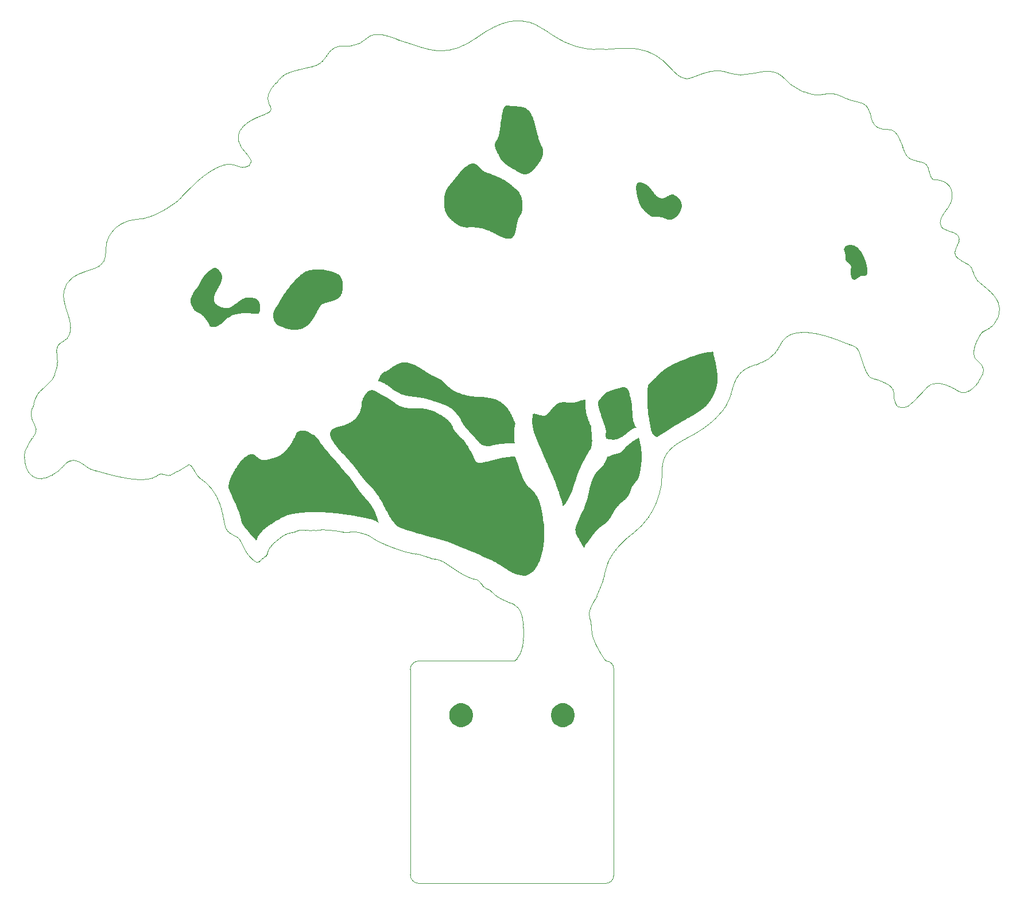
<source format=gbr>
%TF.GenerationSoftware,Altium Limited,Altium Designer,20.0.14 (345)*%
G04 Layer_Color=0*
%FSLAX45Y45*%
%MOMM*%
%TF.FileFunction,Profile,NP*%
%TF.Part,Single*%
G01*
G75*
%TA.AperFunction,Profile*%
%ADD47C,0.02540*%
G36*
X9097000Y6915800D02*
Y6898564D01*
X9103725Y6864754D01*
X9116917Y6832906D01*
X9136069Y6804244D01*
X9160444Y6779869D01*
X9189106Y6760717D01*
X9220954Y6747525D01*
X9254764Y6740800D01*
X9272000D01*
X9289236D01*
X9323045Y6747525D01*
X9354893Y6760717D01*
X9383556Y6779869D01*
X9407931Y6804244D01*
X9427083Y6832906D01*
X9440275Y6864754D01*
X9447000Y6898564D01*
Y6915800D01*
Y6933036D01*
X9440275Y6966845D01*
X9427083Y6998693D01*
X9407931Y7027356D01*
X9383556Y7051731D01*
X9354893Y7070883D01*
X9323045Y7084075D01*
X9289236Y7090800D01*
X9272000D01*
X9254764D01*
X9220954Y7084075D01*
X9189106Y7070883D01*
X9160444Y7051731D01*
X9136069Y7027356D01*
X9116917Y6998693D01*
X9103725Y6966845D01*
X9097000Y6933036D01*
Y6915800D01*
D01*
D02*
G37*
G36*
X10597000D02*
Y6898564D01*
X10603725Y6864754D01*
X10616917Y6832906D01*
X10636069Y6804244D01*
X10660444Y6779869D01*
X10689106Y6760717D01*
X10720954Y6747525D01*
X10754764Y6740800D01*
X10772000D01*
X10789236D01*
X10823045Y6747525D01*
X10854893Y6760717D01*
X10883556Y6779869D01*
X10907931Y6804244D01*
X10927083Y6832906D01*
X10940275Y6864754D01*
X10947000Y6898564D01*
Y6915800D01*
Y6933036D01*
X10940275Y6966845D01*
X10927083Y6998693D01*
X10907931Y7027356D01*
X10883556Y7051731D01*
X10854893Y7070883D01*
X10823045Y7084075D01*
X10789236Y7090800D01*
X10772000D01*
X10754764D01*
X10720954Y7084075D01*
X10689106Y7070883D01*
X10660444Y7051731D01*
X10636069Y7027356D01*
X10616917Y6998693D01*
X10603725Y6966845D01*
X10597000Y6933036D01*
Y6915800D01*
D01*
D02*
G37*
G36*
X10389933Y10986131D02*
X10372519Y11029658D01*
X10354724Y11073185D01*
X10345470Y11094331D01*
X10331793Y11138423D01*
X10323117Y11183766D01*
X10319548Y11229793D01*
X10320341Y11252861D01*
X10320419Y11256281D01*
X10320651Y11263119D01*
X10320956Y11269955D01*
X10321336Y11276786D01*
X10321564Y11280200D01*
Y11280200D01*
X10321564D01*
X10321789Y11283575D01*
X10322289Y11290322D01*
X10322840Y11297065D01*
X10323442Y11303804D01*
X10323768Y11307170D01*
Y11307171D01*
X10323768Y11307170D01*
X10326576Y11333915D01*
X10329612Y11360573D01*
X10332286Y11361992D01*
X10337979Y11364056D01*
X10343903Y11365306D01*
X10349945Y11365717D01*
X10352964Y11365499D01*
X10354683Y11365422D01*
X10358113Y11365142D01*
X10361529Y11364735D01*
X10364929Y11364204D01*
X10366618Y11363876D01*
X10368503Y11363513D01*
X10372257Y11362715D01*
X10375995Y11361842D01*
X10379715Y11360895D01*
X10381565Y11360385D01*
X10381565D01*
X10383602Y11359826D01*
X10387666Y11358678D01*
X10391721Y11357499D01*
X10395767Y11356289D01*
X10397785Y11355668D01*
X10397785Y11355669D01*
X10397785Y11355668D01*
X10415258Y11350369D01*
X10417586Y11349678D01*
X10422251Y11348326D01*
X10426928Y11347016D01*
X10431616Y11345748D01*
X10433965Y11345130D01*
X10433965D01*
X10436439Y11344496D01*
X10441402Y11343285D01*
X10446383Y11342150D01*
X10451381Y11341093D01*
X10453886Y11340594D01*
X10456509Y11340096D01*
X10461772Y11339185D01*
X10467052Y11338387D01*
X10472348Y11337702D01*
X10475001Y11337402D01*
X10475002Y11337402D01*
X10477779Y11337122D01*
X10483344Y11336673D01*
X10488919Y11336372D01*
X10494500Y11336219D01*
X10497291Y11336198D01*
X10497292D01*
X10500951Y11336377D01*
X10508185Y11337508D01*
X10515188Y11339647D01*
X10521819Y11342753D01*
X10524953Y11344649D01*
X10526620Y11345725D01*
X10529882Y11347984D01*
X10533043Y11350383D01*
X10536097Y11352917D01*
X10537582Y11354233D01*
Y11354233D01*
X10539179Y11355695D01*
X10542312Y11358684D01*
X10545363Y11361757D01*
X10548329Y11364912D01*
X10549780Y11366519D01*
D01*
X10551332Y11368271D01*
X10554397Y11371810D01*
X10557409Y11375395D01*
X10560367Y11379024D01*
X10561825Y11380856D01*
D01*
X10563366Y11382808D01*
X10566430Y11386725D01*
X10569473Y11390659D01*
X10572493Y11394610D01*
X10573995Y11396592D01*
X10573995Y11396592D01*
Y11396592D01*
X10586568Y11413076D01*
X10588186Y11415179D01*
X10591461Y11419354D01*
X10594775Y11423499D01*
X10598126Y11427613D01*
X10599821Y11429655D01*
Y11429655D01*
X10601531Y11431716D01*
X10605018Y11435780D01*
X10608572Y11439787D01*
X10612190Y11443735D01*
X10614032Y11445678D01*
X10615872Y11447622D01*
X10619646Y11451419D01*
X10623509Y11455125D01*
X10627461Y11458736D01*
X10629479Y11460494D01*
D01*
X10632950Y11463617D01*
X10639848Y11469913D01*
X10646686Y11476273D01*
X10653464Y11482698D01*
X10656830Y11485934D01*
Y11485934D01*
X10658516Y11487521D01*
X10661936Y11490644D01*
X10665402Y11493716D01*
X10668913Y11496736D01*
X10670690Y11498220D01*
X10672510Y11499736D01*
X10676228Y11502671D01*
X10680023Y11505505D01*
X10683893Y11508238D01*
X10685863Y11509552D01*
X10687945Y11510936D01*
X10692204Y11513558D01*
X10696553Y11516030D01*
X10700984Y11518348D01*
X10703239Y11519430D01*
X10703239Y11519430D01*
X10708567Y11521931D01*
X10719565Y11526126D01*
X10730845Y11529490D01*
X10742344Y11532004D01*
X10748172Y11532828D01*
Y11532828D01*
X10751815Y11533371D01*
X10759132Y11534229D01*
X10766472Y11534860D01*
X10773829Y11535263D01*
X10777511Y11535351D01*
D01*
X10781902Y11535456D01*
X10790688Y11535446D01*
X10799469Y11535213D01*
X10808243Y11534760D01*
X10812622Y11534423D01*
X10817866Y11534022D01*
X10828334Y11533011D01*
X10838781Y11531792D01*
X10849201Y11530364D01*
X10854396Y11529547D01*
D01*
X10865556Y11528074D01*
X10888014Y11526592D01*
X10910516Y11527069D01*
X10932891Y11529500D01*
X10943978Y11531444D01*
X10948047Y11532256D01*
X10956150Y11534034D01*
X10964207Y11536016D01*
X10972210Y11538202D01*
X10976191Y11539370D01*
X10978301Y11540007D01*
X10982511Y11541319D01*
X10986705Y11542677D01*
X10990884Y11544083D01*
X10992967Y11544804D01*
X10992968D01*
X10992967Y11544804D01*
X10995143Y11545571D01*
X10999483Y11547137D01*
X11003807Y11548748D01*
X11008113Y11550405D01*
X11010259Y11551250D01*
Y11551250D01*
X11010260Y11551250D01*
X11023411Y11556619D01*
X11023970Y11556850D01*
X11025093Y11557304D01*
X11026220Y11557748D01*
X11027351Y11558182D01*
X11027918Y11558394D01*
X11027918D01*
X11027918Y11558394D01*
X11028459Y11558596D01*
X11029547Y11558982D01*
X11030641Y11559352D01*
X11031740Y11559705D01*
X11032293Y11559873D01*
X11032935Y11560066D01*
X11034224Y11560436D01*
X11035518Y11560789D01*
X11036817Y11561125D01*
X11037469Y11561284D01*
X11037469Y11561284D01*
X11038330Y11561494D01*
X11040055Y11561901D01*
X11041783Y11562295D01*
X11043514Y11562675D01*
X11044381Y11562859D01*
Y11562859D01*
X11053963Y11564829D01*
X11067149Y11567424D01*
X11084874Y11570877D01*
X11108072Y11575417D01*
X11107590Y11566123D01*
X11106862Y11547525D01*
X11106447Y11528918D01*
X11106345Y11510306D01*
X11106412Y11501000D01*
X11106412Y11501000D01*
X11106490Y11496277D01*
X11106729Y11486832D01*
X11107077Y11477390D01*
X11107535Y11467953D01*
X11107805Y11463236D01*
D01*
X11108110Y11458446D01*
X11108816Y11448871D01*
X11109652Y11439308D01*
X11110617Y11429756D01*
X11111147Y11424985D01*
X11111147Y11424985D01*
X11111147Y11424985D01*
X11112350Y11415108D01*
X11115220Y11395418D01*
X11118706Y11375827D01*
X11122804Y11356355D01*
X11125081Y11346670D01*
X11125082Y11346670D01*
X11129204Y11330788D01*
X11138677Y11299373D01*
X11149768Y11268491D01*
X11162446Y11238226D01*
X11169370Y11223351D01*
D01*
X11172011Y11217892D01*
X11177431Y11207044D01*
X11183032Y11196288D01*
X11188813Y11185627D01*
X11191771Y11180334D01*
X11191771D01*
X11191846Y11171940D01*
X11192241Y11155154D01*
X11192967Y11138380D01*
X11194022Y11121623D01*
X11194673Y11113254D01*
X11194673Y11113254D01*
X11194673D01*
X11197479Y11079714D01*
X11200352Y11046173D01*
X11200696Y11041985D01*
X11201328Y11033603D01*
X11201906Y11025218D01*
X11202430Y11016829D01*
X11202665Y11012633D01*
X11202665Y11012633D01*
X11202665D01*
X11202899Y11008445D01*
X11203275Y11000062D01*
X11203556Y10991677D01*
X11203744Y10983288D01*
X11203791Y10979093D01*
D01*
X11203838Y10974899D01*
X11203799Y10966511D01*
X11203627Y10958124D01*
X11203322Y10949741D01*
X11203103Y10945553D01*
Y10945553D01*
X11202882Y10941346D01*
X11202270Y10932945D01*
X11201488Y10924557D01*
X11200534Y10916187D01*
X11199973Y10912012D01*
X11199403Y10907785D01*
X11198057Y10899361D01*
X11196507Y10890972D01*
X11194753Y10882624D01*
X11193774Y10878472D01*
D01*
X11192769Y10874216D01*
X11190525Y10865761D01*
X11188050Y10857371D01*
X11185345Y10849053D01*
X11183879Y10844932D01*
X11183879Y10844932D01*
X11169124Y10822641D01*
X11140661Y10777385D01*
X11113617Y10731267D01*
X11088018Y10684332D01*
X11075768Y10660572D01*
X11075768Y10660572D01*
X11066406Y10641848D01*
X11048276Y10604110D01*
X11030945Y10565998D01*
X11014420Y10527530D01*
X11006463Y10508167D01*
X11006463Y10508167D01*
X10998361Y10487876D01*
X10982740Y10447066D01*
X10967903Y10405966D01*
X10953853Y10364589D01*
X10947125Y10343802D01*
X10943932Y10331816D01*
X10937019Y10307990D01*
X10929582Y10284323D01*
X10921625Y10260826D01*
X10917388Y10249168D01*
X10915512Y10244032D01*
X10911639Y10233807D01*
X10907646Y10223628D01*
X10903534Y10213496D01*
X10901419Y10208455D01*
X10901419Y10208455D01*
X10894219Y10191325D01*
X10878352Y10157719D01*
X10861046Y10124831D01*
X10842335Y10092722D01*
X10832295Y10077087D01*
X10830072Y10073600D01*
X10825581Y10066655D01*
X10821045Y10059740D01*
X10816463Y10052854D01*
X10814150Y10049427D01*
Y10049427D01*
X10795839Y10022765D01*
X10777451Y9996562D01*
X10770667Y10020802D01*
X10756555Y10069126D01*
X10741724Y10117235D01*
X10726175Y10165116D01*
X10718133Y10188968D01*
X10718133Y10188968D01*
X10712607Y10205084D01*
X10701356Y10237247D01*
X10689839Y10269317D01*
X10678059Y10301290D01*
X10672070Y10317239D01*
X10665951Y10333349D01*
X10653546Y10365505D01*
X10640917Y10397574D01*
X10628066Y10429554D01*
X10621557Y10445510D01*
Y10445510D01*
X10614929Y10461612D01*
X10601536Y10493758D01*
X10587959Y10525826D01*
X10574198Y10557816D01*
X10567249Y10573781D01*
X10567249D01*
X10538876Y10637917D01*
X10533442Y10648683D01*
X10522811Y10670332D01*
X10512419Y10692098D01*
X10502268Y10713976D01*
X10497312Y10724970D01*
X10497312D01*
Y10724971D01*
X10478099Y10768497D01*
X10459671Y10812024D01*
X10441835Y10855551D01*
X10424397Y10899078D01*
X10407161Y10942604D01*
X10389933Y10986131D01*
D02*
G37*
G36*
X11009900Y9518261D02*
X11010805Y9516659D01*
X11012598Y9513445D01*
X11014368Y9510218D01*
X11016114Y9506979D01*
X11016979Y9505354D01*
D01*
X11016980Y9505353D01*
X11016982Y9505350D01*
X11016983Y9505346D01*
X11016985Y9505343D01*
X11016985Y9505342D01*
X11016986Y9505342D01*
X11016987Y9505338D01*
X11016987D01*
Y9505339D01*
X11016987Y9505339D01*
X11016987Y9505339D01*
Y9505340D01*
D01*
X11016986Y9505341D01*
X11016985Y9505343D01*
X11016984Y9505346D01*
X11016982Y9505348D01*
X11016982Y9505349D01*
Y9505350D01*
X11016986Y9505342D01*
X11016987Y9505338D01*
X11024318Y9491339D01*
X11024320Y9491336D01*
D01*
X11032394Y9475856D01*
X11032401Y9475843D01*
X11032402Y9475842D01*
X11032402Y9475842D01*
X11034866Y9471145D01*
X11039891Y9461800D01*
X11045009Y9452506D01*
X11050221Y9443264D01*
X11052873Y9438670D01*
X11052873Y9438670D01*
X11052873Y9438669D01*
X11056424Y9432544D01*
X11063679Y9420386D01*
X11071089Y9408321D01*
X11078652Y9396351D01*
X11082509Y9390414D01*
X11082546Y9390358D01*
X11082645Y9390266D01*
X11082763Y9390202D01*
X11082893Y9390169D01*
X11082960Y9390169D01*
X11083029D01*
X11083163Y9390204D01*
X11083283Y9390271D01*
X11083383Y9390367D01*
X11083419Y9390426D01*
D01*
X11083419D01*
X11087790Y9397545D01*
X11087796Y9397555D01*
X11087805Y9397568D01*
X11087803Y9397565D01*
X11087802Y9397564D01*
X11087800Y9397561D01*
X11087799Y9397559D01*
X11087797Y9397556D01*
X11087796Y9397555D01*
X11087796D01*
X11087803Y9397565D01*
X11094681Y9408527D01*
X11108648Y9430316D01*
X11122890Y9451927D01*
X11137406Y9473354D01*
X11144766Y9483998D01*
X11144767D01*
X11144768Y9484000D01*
X11144770Y9484003D01*
X11144772Y9484007D01*
X11144775Y9484010D01*
X11144776Y9484012D01*
X11148453Y9489285D01*
X11155860Y9499794D01*
X11163336Y9510254D01*
X11170881Y9520664D01*
X11174679Y9525850D01*
X11174680Y9525852D01*
X11174683Y9525855D01*
X11174686Y9525859D01*
X11174688Y9525862D01*
X11174689Y9525864D01*
X11178799Y9531434D01*
X11187091Y9542523D01*
X11195477Y9553541D01*
X11203957Y9564487D01*
X11208232Y9569932D01*
X11208233Y9569934D01*
X11208236Y9569937D01*
X11208239Y9569940D01*
X11208241Y9569944D01*
X11208243Y9569946D01*
X11208243D01*
X11208244Y9569947D01*
X11208246Y9569950D01*
X11208249Y9569954D01*
X11208251Y9569957D01*
X11208253Y9569959D01*
D01*
X11212651Y9575509D01*
X11221543Y9586535D01*
X11230560Y9597458D01*
X11239700Y9608278D01*
X11244317Y9613649D01*
X11244317Y9613649D01*
X11244324Y9613658D01*
X11244325Y9613659D01*
X11244328Y9613663D01*
X11244331Y9613666D01*
X11244334Y9613669D01*
X11244335Y9613671D01*
X11248879Y9618893D01*
X11258092Y9629228D01*
X11267467Y9639415D01*
X11277003Y9649452D01*
X11281831Y9654414D01*
X11281831D01*
X11281833Y9654416D01*
X11281837Y9654421D01*
X11281842Y9654425D01*
X11281846Y9654430D01*
X11281848Y9654432D01*
Y9654433D01*
X11290368Y9663159D01*
X11308162Y9679840D01*
X11326910Y9695440D01*
X11346547Y9709906D01*
X11356677Y9716698D01*
Y9716698D01*
X11356677Y9716698D01*
X11356678Y9716699D01*
X11356678Y9716699D01*
X11356678D01*
Y9716699D01*
X11358829Y9718014D01*
X11363089Y9720712D01*
X11367304Y9723477D01*
X11371475Y9726310D01*
X11373537Y9727760D01*
X11373537Y9727760D01*
X11373538D01*
X11373537Y9727760D01*
X11377901Y9730834D01*
X11386433Y9737252D01*
X11394761Y9743932D01*
X11402876Y9750869D01*
X11406824Y9754462D01*
Y9754462D01*
X11411129Y9758383D01*
X11419506Y9766473D01*
X11427644Y9774805D01*
X11435534Y9783372D01*
X11439352Y9787769D01*
X11439352D01*
X11439352Y9787768D01*
X11441406Y9790127D01*
X11445450Y9794903D01*
X11449428Y9799732D01*
X11453341Y9804616D01*
X11455263Y9807085D01*
X11455263D01*
X11457285Y9809682D01*
X11461263Y9814928D01*
X11465172Y9820224D01*
X11469012Y9825571D01*
X11470897Y9828270D01*
X11470898Y9828271D01*
X11470899Y9828272D01*
X11470900Y9828274D01*
X11470902Y9828276D01*
X11470902Y9828277D01*
D01*
X11472890Y9831123D01*
X11476796Y9836861D01*
X11480632Y9842648D01*
X11484396Y9848481D01*
X11486243Y9851420D01*
X11486243Y9851420D01*
Y9851420D01*
X11486243Y9851420D01*
D01*
Y9851420D01*
X11490242Y9857805D01*
X11497954Y9870751D01*
X11505376Y9883864D01*
X11512503Y9897140D01*
X11515918Y9903856D01*
X11515919Y9903858D01*
X11515921Y9903861D01*
X11515923Y9903865D01*
X11515924Y9903868D01*
X11515925Y9903870D01*
X11518232Y9908341D01*
X11522969Y9917219D01*
X11527867Y9926009D01*
X11532925Y9934708D01*
X11535513Y9939022D01*
X11535514Y9939024D01*
X11535516Y9939028D01*
X11535519Y9939031D01*
X11535521Y9939035D01*
X11535522Y9939037D01*
X11535523Y9939039D01*
X11535525Y9939042D01*
X11535527Y9939046D01*
X11535529Y9939049D01*
X11535530Y9939051D01*
X11539514Y9945524D01*
X11547775Y9958285D01*
X11556422Y9970788D01*
X11565447Y9983021D01*
X11570098Y9989033D01*
X11570099Y9989035D01*
X11570101Y9989038D01*
X11570104Y9989041D01*
X11570106Y9989044D01*
X11570107Y9989046D01*
X11570107Y9989046D01*
X11573258Y9993001D01*
X11579695Y10000801D01*
X11586310Y10008450D01*
X11593101Y10015944D01*
X11596562Y10019632D01*
Y10019632D01*
D01*
X11596562Y10019632D01*
D01*
X11596562Y10019632D01*
D01*
X11596565Y10019636D01*
X11601800Y10025056D01*
X11612588Y10035578D01*
X11623789Y10045659D01*
X11635384Y10055285D01*
X11641323Y10059923D01*
D01*
X11641321Y10059921D01*
X11645975Y10063446D01*
X11655165Y10070650D01*
X11664233Y10078005D01*
X11673179Y10085510D01*
X11677589Y10089336D01*
X11681237Y10092499D01*
X11688400Y10098975D01*
X11695426Y10105599D01*
X11702314Y10112368D01*
X11705687Y10115823D01*
X11705687D01*
X11708483Y10118687D01*
X11713931Y10124556D01*
X11719228Y10130559D01*
X11724373Y10136694D01*
X11726868Y10139826D01*
Y10139826D01*
X11726866Y10139824D01*
X11726867Y10139824D01*
X11726867Y10139825D01*
X11726868Y10139826D01*
X11726869Y10139827D01*
X11726869Y10139828D01*
X11730795Y10144709D01*
X11738067Y10154910D01*
X11744737Y10165514D01*
X11750781Y10176487D01*
X11753481Y10182140D01*
X11753481Y10182140D01*
X11753481Y10182140D01*
X11753481Y10182141D01*
X11753481Y10182142D01*
X11753482Y10182142D01*
X11753482Y10182143D01*
X11754587Y10184491D01*
X11756685Y10189239D01*
X11758669Y10194037D01*
X11760538Y10198880D01*
X11761414Y10201322D01*
X11761414D01*
X11761417Y10201330D01*
X11761417D01*
X11762967Y10205859D01*
X11765940Y10214959D01*
X11768786Y10224100D01*
X11771505Y10233279D01*
X11772800Y10237888D01*
X11772800Y10237889D01*
X11772801Y10237893D01*
X11772802Y10237896D01*
X11772803Y10237900D01*
X11772803Y10237901D01*
X11774207Y10242642D01*
X11777289Y10252039D01*
X11780732Y10261309D01*
X11784532Y10270439D01*
X11786564Y10274947D01*
X11786565Y10274949D01*
X11786567Y10274955D01*
X11786570Y10274960D01*
X11786572Y10274965D01*
X11786574Y10274968D01*
D01*
X11786571Y10274962D01*
X11787599Y10277077D01*
X11789737Y10281267D01*
X11791983Y10285400D01*
X11794337Y10289472D01*
X11795554Y10291485D01*
X11795556Y10291488D01*
X11795559Y10291493D01*
X11795561Y10291498D01*
X11795564Y10291503D01*
X11795566Y10291505D01*
X11795566Y10291506D01*
X11796810Y10293511D01*
X11799356Y10297484D01*
X11801978Y10301408D01*
X11804676Y10305280D01*
X11806053Y10307196D01*
X11806054Y10307197D01*
X11806057Y10307201D01*
X11806059Y10307204D01*
X11806061Y10307207D01*
X11806063Y10307209D01*
D01*
X11806064Y10307211D01*
X11806067Y10307214D01*
X11806069Y10307217D01*
X11806071Y10307221D01*
X11806072Y10307222D01*
Y10307223D01*
X11807479Y10309146D01*
X11810328Y10312967D01*
X11813226Y10316751D01*
X11816172Y10320498D01*
X11817662Y10322357D01*
X11817663D01*
X11817660Y10322355D01*
X11820708Y10326071D01*
X11826839Y10333475D01*
X11833018Y10340840D01*
X11839243Y10348165D01*
X11842373Y10351813D01*
X11842373Y10351813D01*
X11842375Y10351815D01*
X11842378Y10351819D01*
X11842381Y10351822D01*
X11842385Y10351826D01*
X11842386Y10351828D01*
X11843940Y10353656D01*
X11847026Y10357330D01*
X11850088Y10361024D01*
X11853127Y10364737D01*
X11854635Y10366603D01*
X11854635Y10366603D01*
X11856131Y10368453D01*
X11859077Y10372193D01*
X11861974Y10375969D01*
X11864823Y10379782D01*
X11866223Y10381707D01*
X11866225Y10381708D01*
X11866227Y10381712D01*
X11866230Y10381715D01*
X11866232Y10381719D01*
X11866233Y10381720D01*
X11867618Y10383624D01*
X11870315Y10387486D01*
X11872935Y10391399D01*
X11875479Y10395362D01*
X11876712Y10397369D01*
Y10397369D01*
X11876710Y10397366D01*
X11879193Y10401349D01*
X11883680Y10409597D01*
X11887668Y10418097D01*
X11891145Y10426818D01*
X11892622Y10431275D01*
D01*
X11892623Y10431276D01*
X11892624Y10431278D01*
X11892624Y10431280D01*
X11892625Y10431283D01*
X11892625Y10431284D01*
Y10431284D01*
X11903584Y10466504D01*
X11920130Y10538394D01*
X11931214Y10611326D01*
X11936772Y10684886D01*
Y10721771D01*
Y10743940D01*
X11934762Y10788232D01*
X11930748Y10832388D01*
X11924736Y10876317D01*
X11920737Y10898122D01*
X11920737Y10898122D01*
X11920738Y10898121D01*
X11919642Y10904188D01*
X11917274Y10916289D01*
X11914731Y10928355D01*
X11912012Y10940382D01*
X11910565Y10946376D01*
X11910566D01*
X11910565Y10946378D01*
X11910564Y10946381D01*
X11910563Y10946385D01*
X11910562Y10946389D01*
X11910562Y10946391D01*
X11910562Y10946389D01*
X11910563Y10946385D01*
X11910564Y10946381D01*
X11910565Y10946377D01*
X11910565Y10946375D01*
X11910566D01*
X11910562Y10946391D01*
X11909484Y10950876D01*
X11907193Y10959813D01*
X11904767Y10968714D01*
X11902205Y10977577D01*
X11900856Y10981988D01*
X11900855Y10981993D01*
X11900853Y10982001D01*
X11900850Y10982009D01*
X11900847Y10982017D01*
X11900846Y10982021D01*
D01*
X11900857Y10981988D01*
X11900228Y10985654D01*
X11898190Y10992807D01*
X11895393Y10999698D01*
X11891870Y11006249D01*
X11889766Y11009315D01*
Y11009315D01*
X11889729Y11009369D01*
X11889631Y11009456D01*
X11889515Y11009517D01*
X11889388Y11009549D01*
X11889322Y11009548D01*
X11889288Y11009549D01*
X11889220Y11009540D01*
X11889154Y11009523D01*
X11889091Y11009498D01*
X11889061Y11009481D01*
Y11009481D01*
X11870366Y10999099D01*
X11870354Y10999092D01*
X11870350Y10999090D01*
X11870366Y10999099D01*
D01*
X11870350Y10999090D01*
X11867982Y10997749D01*
X11863262Y10995041D01*
X11858555Y10992308D01*
X11853864Y10989550D01*
X11851525Y10988159D01*
X11851525D01*
X11849137Y10986737D01*
X11844378Y10983864D01*
X11839637Y10980962D01*
X11834915Y10978029D01*
X11832563Y10976548D01*
Y10976548D01*
X11832564D01*
X11825085Y10971847D01*
X11810350Y10962100D01*
X11795846Y10952013D01*
X11781582Y10941590D01*
X11774573Y10936213D01*
X11774571Y10936212D01*
X11774568Y10936209D01*
X11774564Y10936206D01*
X11774561Y10936204D01*
X11774559Y10936202D01*
X11774561Y10936203D01*
X11774564Y10936206D01*
X11774567Y10936209D01*
X11774571Y10936211D01*
X11774572Y10936213D01*
D01*
X11774559Y10936202D01*
X11763831Y10927933D01*
X11742964Y10910657D01*
X11722713Y10892665D01*
X11703100Y10873977D01*
X11693625Y10864298D01*
X11693626D01*
X11693623Y10864295D01*
X11693618Y10864290D01*
X11693613Y10864285D01*
X11693608Y10864279D01*
X11693606Y10864277D01*
X11693606D01*
X11693610Y10864281D01*
X11693602Y10864272D01*
D01*
X11693606Y10864277D01*
X11693602Y10864272D01*
X11678504Y10847108D01*
X11678502Y10847106D01*
X11678499Y10847103D01*
X11678495Y10847099D01*
X11678492Y10847096D01*
X11678490Y10847094D01*
Y10847094D01*
X11676806Y10845192D01*
X11673418Y10841405D01*
X11670005Y10837641D01*
X11666568Y10833899D01*
X11664840Y10832037D01*
X11664838Y10832035D01*
X11664836Y10832032D01*
X11664833Y10832029D01*
X11664830Y10832026D01*
X11664829Y10832025D01*
Y10832025D01*
X11664827Y10832024D01*
X11664825Y10832021D01*
X11664822Y10832017D01*
X11664819Y10832014D01*
X11664817Y10832013D01*
X11664818D01*
X11664819Y10832014D01*
X11664821Y10832017D01*
X11664824Y10832020D01*
X11664827Y10832023D01*
X11664829Y10832025D01*
D01*
X11664840Y10832037D01*
X11664840D01*
X11664817Y10832013D01*
X11663248Y10830337D01*
X11660077Y10827019D01*
X11656861Y10823743D01*
X11653602Y10820511D01*
X11651956Y10818911D01*
X11651955Y10818910D01*
X11651952Y10818907D01*
X11651949Y10818904D01*
X11651946Y10818901D01*
X11651945Y10818900D01*
X11651957Y10818911D01*
D01*
X11651944Y10818900D01*
X11651943Y10818898D01*
X11651940Y10818895D01*
X11651937Y10818893D01*
X11651934Y10818889D01*
X11651933Y10818888D01*
X11651934Y10818890D01*
X11651937Y10818893D01*
X11651940Y10818895D01*
X11651943Y10818898D01*
X11651945Y10818900D01*
Y10818900D01*
X11651933Y10818888D01*
X11650390Y10817415D01*
X11647259Y10814516D01*
X11644070Y10811682D01*
X11640822Y10808915D01*
X11639177Y10807557D01*
X11639175Y10807555D01*
X11639172Y10807553D01*
X11639169Y10807550D01*
X11639166Y10807548D01*
X11639164Y10807546D01*
X11639164Y10807546D01*
X11639162Y10807545D01*
X11639159Y10807542D01*
X11639156Y10807539D01*
X11639152Y10807536D01*
X11639151Y10807535D01*
X11639151D01*
X11639152Y10807536D01*
X11639155Y10807539D01*
X11639159Y10807542D01*
X11639162Y10807544D01*
X11639163Y10807546D01*
X11639177Y10807556D01*
Y10807557D01*
X11639151Y10807535D01*
X11635890Y10804939D01*
X11629157Y10800024D01*
X11622159Y10795496D01*
X11614918Y10791367D01*
X11611214Y10789456D01*
X11611212Y10789455D01*
X11611208Y10789453D01*
X11611205Y10789451D01*
X11611201Y10789449D01*
X11611199Y10789448D01*
Y10789449D01*
X11611200Y10789449D01*
X11611214Y10789455D01*
Y10789456D01*
X11611200Y10789449D01*
X11609177Y10788465D01*
X11605091Y10786579D01*
X11600954Y10784804D01*
X11596772Y10783144D01*
X11594664Y10782356D01*
X11594662Y10782355D01*
X11594658Y10782354D01*
X11594654Y10782353D01*
X11594650Y10782351D01*
X11594648Y10782350D01*
X11594648Y10782351D01*
X11594649D01*
X11594664Y10782356D01*
X11594664D01*
X11594648Y10782351D01*
X11594647Y10782350D01*
X11594643Y10782349D01*
X11594639Y10782347D01*
X11594635Y10782345D01*
X11594633Y10782345D01*
X11592269Y10781497D01*
X11587512Y10779882D01*
X11582720Y10778376D01*
X11577895Y10776979D01*
X11575471Y10776322D01*
X11575470Y10776321D01*
X11575467Y10776321D01*
X11575464Y10776320D01*
X11575461Y10776319D01*
X11575459Y10776319D01*
X11575461Y10776319D01*
X11575465Y10776320D01*
X11575469Y10776321D01*
X11575473Y10776322D01*
X11575475Y10776323D01*
D01*
X11575459Y10776319D01*
X11569412Y10774811D01*
X11557252Y10772066D01*
X11545017Y10769685D01*
X11532716Y10767670D01*
X11526544Y10766800D01*
X11526542Y10766800D01*
X11526538Y10766800D01*
X11526534Y10766799D01*
X11526530Y10766799D01*
X11526528Y10766798D01*
D01*
X11526544Y10766800D01*
X11526532Y10766799D01*
X11526508Y10766796D01*
X11526484Y10766791D01*
X11526460Y10766785D01*
X11526449Y10766782D01*
X11524801Y10766304D01*
X11521518Y10765301D01*
X11518250Y10764253D01*
X11514997Y10763159D01*
X11513378Y10762590D01*
X11513378Y10762590D01*
X11511893Y10762067D01*
X11508938Y10760986D01*
X11505997Y10759868D01*
X11503068Y10758715D01*
X11501612Y10758121D01*
D01*
X11501611D01*
D01*
D01*
Y10758121D01*
X11501612D01*
X11500267Y10757572D01*
X11497587Y10756448D01*
X11494919Y10755300D01*
X11492261Y10754126D01*
X11490938Y10753527D01*
Y10753527D01*
X11489707Y10752969D01*
X11487252Y10751841D01*
X11484804Y10750699D01*
X11482361Y10749544D01*
X11481143Y10748960D01*
D01*
X11481143Y10748959D01*
Y10748960D01*
X11472015Y10744571D01*
X11472015Y10744570D01*
X11470935Y10744052D01*
X11468773Y10743025D01*
X11466604Y10742010D01*
X11464429Y10741007D01*
X11463340Y10740510D01*
X11463340Y10740510D01*
X11463338Y10740509D01*
X11463334Y10740507D01*
X11463331Y10740506D01*
X11463327Y10740504D01*
X11463325Y10740503D01*
X11462284Y10740034D01*
X11460195Y10739116D01*
X11458094Y10738224D01*
X11455982Y10737358D01*
X11454922Y10736935D01*
X11454920Y10736934D01*
X11454916Y10736933D01*
X11454912Y10736931D01*
X11454908Y10736930D01*
X11454906Y10736929D01*
Y10736929D01*
X11454908Y10736929D01*
X11454912Y10736931D01*
X11454916Y10736932D01*
X11454920Y10736934D01*
X11454922Y10736935D01*
X11454922Y10736935D01*
X11454906Y10736929D01*
X11453868Y10736524D01*
X11451781Y10735745D01*
X11449678Y10735006D01*
X11447562Y10734308D01*
X11446499Y10733974D01*
X11446498Y10733973D01*
Y10733973D01*
X11444344Y10733334D01*
X11439990Y10732232D01*
X11435581Y10731369D01*
X11431133Y10730748D01*
X11428897Y10730529D01*
Y10730529D01*
X11428817Y10730522D01*
X11428668Y10730463D01*
X11428543Y10730362D01*
X11428453Y10730230D01*
X11428429Y10730153D01*
D01*
X11428430Y10730156D01*
X11428432Y10730162D01*
X11428433Y10730167D01*
X11428435Y10730173D01*
X11428436Y10730175D01*
X11428437Y10730176D01*
X11428429Y10730153D01*
X11426702Y10725417D01*
X11423146Y10715982D01*
X11419455Y10706599D01*
X11415629Y10697270D01*
X11413666Y10692627D01*
X11413666Y10692625D01*
X11413664Y10692621D01*
X11413662Y10692618D01*
X11413661Y10692614D01*
X11413660Y10692612D01*
D01*
X11413666Y10692627D01*
X11413667D01*
X11413660Y10692612D01*
X11411929Y10688604D01*
X11408367Y10680633D01*
X11404673Y10672723D01*
X11400848Y10664875D01*
X11398887Y10660975D01*
X11398886Y10660973D01*
X11398884Y10660969D01*
X11398882Y10660966D01*
X11398880Y10660962D01*
X11398880Y10660960D01*
D01*
X11398880Y10660962D01*
X11398882Y10660966D01*
X11398884Y10660970D01*
X11398886Y10660973D01*
X11398887Y10660975D01*
X11398887D01*
X11398879Y10660960D01*
X11397143Y10657582D01*
X11393575Y10650876D01*
X11389884Y10644236D01*
X11386071Y10637666D01*
X11384118Y10634408D01*
X11384118Y10634407D01*
X11380781Y10628998D01*
X11373797Y10618376D01*
X11366411Y10608030D01*
X11358633Y10597976D01*
X11354601Y10593062D01*
X11354591Y10593051D01*
X11352802Y10590937D01*
X11349175Y10586753D01*
X11345483Y10582625D01*
X11341727Y10578555D01*
X11339825Y10576542D01*
Y10576543D01*
X11339826D01*
X11338014Y10574652D01*
X11334362Y10570900D01*
X11330671Y10567184D01*
X11326943Y10563507D01*
X11325065Y10561682D01*
X11325064Y10561681D01*
X11325061Y10561679D01*
X11325059Y10561676D01*
X11325057Y10561674D01*
X11325055Y10561673D01*
Y10561673D01*
X11325056Y10561674D01*
X11325065Y10561682D01*
X11325065Y10561682D01*
X11325055Y10561673D01*
X11325049Y10561667D01*
X11325053Y10561671D01*
D01*
X11325049Y10561667D01*
X11310268Y10547576D01*
X11310266Y10547573D01*
X11306453Y10544033D01*
X11298939Y10536833D01*
X11291540Y10529516D01*
X11284256Y10522083D01*
X11280673Y10518310D01*
X11280674Y10518310D01*
X11280677Y10518314D01*
X11278666Y10516238D01*
X11274748Y10511988D01*
X11270938Y10507642D01*
X11267238Y10503202D01*
X11265443Y10500936D01*
X11265444D01*
X11263506Y10498491D01*
X11259741Y10493516D01*
X11256085Y10488460D01*
X11252541Y10483325D01*
X11250826Y10480720D01*
Y10480720D01*
X11250826Y10480720D01*
X11248968Y10477897D01*
X11245360Y10472182D01*
X11241863Y10466399D01*
X11238476Y10460551D01*
X11236839Y10457594D01*
X11236840Y10457595D01*
X11235063Y10454388D01*
X11231619Y10447917D01*
X11228283Y10441390D01*
X11225055Y10434807D01*
X11223497Y10431490D01*
D01*
X11221806Y10427893D01*
X11218529Y10420650D01*
X11215357Y10413360D01*
X11212292Y10406025D01*
X11210812Y10402336D01*
X11210812D01*
X11210811Y10402334D01*
X11210810Y10402330D01*
X11210808Y10402326D01*
X11210807Y10402322D01*
X11210806Y10402320D01*
X11210812Y10402336D01*
D01*
X11210806Y10402320D01*
X11209205Y10398328D01*
X11206103Y10390305D01*
X11203102Y10382243D01*
X11200203Y10374143D01*
X11198805Y10370076D01*
X11198805Y10370074D01*
X11198803Y10370070D01*
X11198802Y10370066D01*
X11198800Y10370062D01*
X11198800Y10370060D01*
X11197286Y10365659D01*
X11194357Y10356823D01*
X11191525Y10347955D01*
X11188792Y10339057D01*
X11187474Y10334593D01*
X11187475Y10334593D01*
X11186053Y10329778D01*
X11183303Y10320121D01*
X11180647Y10310438D01*
X11178085Y10300729D01*
X11176851Y10295863D01*
X11176851D01*
X11176851Y10295862D01*
Y10295862D01*
X11174114Y10285000D01*
X11168990Y10263192D01*
X11164218Y10241304D01*
X11159799Y10219342D01*
X11157766Y10208327D01*
X11157767D01*
X11157766Y10208323D01*
X11155940Y10200170D01*
X11152181Y10183888D01*
X11148278Y10167641D01*
X11144231Y10151429D01*
X11142154Y10143336D01*
Y10143336D01*
X11142153Y10143334D01*
X11142152Y10143330D01*
X11142151Y10143326D01*
X11142150Y10143322D01*
X11142150Y10143320D01*
X11142150D01*
X11140319Y10136326D01*
X11136553Y10122364D01*
X11132648Y10108441D01*
X11128604Y10094558D01*
X11126530Y10087632D01*
X11126531D01*
X11126530Y10087630D01*
X11126529Y10087626D01*
X11126527Y10087622D01*
X11126526Y10087617D01*
X11126526Y10087615D01*
Y10087616D01*
X11123043Y10076259D01*
X11115713Y10053662D01*
X11107904Y10031226D01*
X11099617Y10008962D01*
X11095295Y9997897D01*
X11095296Y9997897D01*
X11095295Y9997895D01*
X11095293Y9997892D01*
X11095292Y9997888D01*
X11095290Y9997884D01*
X11095290Y9997883D01*
X11093413Y9993202D01*
X11089595Y9983866D01*
X11085694Y9974565D01*
X11081709Y9965299D01*
X11079685Y9960680D01*
X11079685Y9960680D01*
X11079684Y9960678D01*
X11079682Y9960674D01*
X11079681Y9960671D01*
X11079679Y9960667D01*
X11079678Y9960665D01*
X11077772Y9956363D01*
X11073920Y9947776D01*
X11070016Y9939212D01*
X11066062Y9930672D01*
X11064066Y9926411D01*
D01*
X11064065Y9926409D01*
X11064063Y9926406D01*
X11064062Y9926403D01*
X11064060Y9926399D01*
X11064059Y9926398D01*
X11064060D01*
X11064064Y9926407D01*
X11064060Y9926398D01*
X11048434Y9893495D01*
X11048434Y9893494D01*
X11048433Y9893491D01*
X11048432Y9893488D01*
X11048430Y9893486D01*
X11048430Y9893485D01*
Y9893485D01*
X11048434Y9893494D01*
X11048430Y9893485D01*
X11032817Y9860395D01*
X11032816Y9860392D01*
X11032813Y9860387D01*
X11032811Y9860383D01*
X11032809Y9860378D01*
X11032808Y9860376D01*
X11032808D01*
X11028595Y9851354D01*
X11020474Y9833172D01*
X11012658Y9814856D01*
X11005150Y9796411D01*
X11001552Y9787128D01*
X11001553Y9787131D01*
X11001557Y9787137D01*
X11001560Y9787144D01*
X11001563Y9787150D01*
X11001565Y9787154D01*
D01*
X11001552Y9787128D01*
X11001551Y9787125D01*
X11001549Y9787120D01*
X11001547Y9787115D01*
X11001545Y9787110D01*
X11001544Y9787107D01*
X11001544D01*
X11001552Y9787128D01*
X11000112Y9784255D01*
X10997275Y9778489D01*
X10994481Y9772702D01*
X10991730Y9766895D01*
X10990377Y9763980D01*
X10989044Y9761112D01*
X10986444Y9755345D01*
X10983909Y9749550D01*
X10981440Y9743726D01*
X10980239Y9740800D01*
X10979063Y9737936D01*
X10976800Y9732172D01*
X10974627Y9726373D01*
X10972545Y9720542D01*
X10971550Y9717610D01*
X10971550D01*
X10970577Y9714746D01*
X10968749Y9708980D01*
X10967038Y9703178D01*
X10965445Y9697343D01*
X10964708Y9694410D01*
X10964708D01*
X10963987Y9691539D01*
X10962690Y9685765D01*
X10961541Y9679959D01*
X10960539Y9674126D01*
X10960113Y9671197D01*
Y9671198D01*
X10960112Y9671196D01*
X10960112Y9671195D01*
X10960112Y9671193D01*
X10960112Y9671191D01*
Y9671190D01*
X10960112Y9671192D01*
X10960113Y9671196D01*
X10960113Y9671200D01*
X10960114Y9671204D01*
X10960114Y9671206D01*
Y9671207D01*
X10960112Y9671190D01*
X10957658Y9656152D01*
X10958391Y9625688D01*
X10964740Y9595883D01*
X10976485Y9567764D01*
X10984855Y9555032D01*
X10984855Y9555032D01*
X10984859Y9555026D01*
X10984867Y9555014D01*
X10984875Y9555003D01*
X10984884Y9554992D01*
X10984888Y9554986D01*
X10984889D01*
X10987255Y9552056D01*
X10991852Y9546088D01*
X10996263Y9539982D01*
X11000483Y9533742D01*
X11002521Y9530574D01*
X11002522Y9530573D01*
X11002524Y9530569D01*
X11002526Y9530566D01*
X11002529Y9530562D01*
X11002530Y9530561D01*
X11003480Y9529046D01*
X11005355Y9526000D01*
X11007194Y9522932D01*
X11008996Y9519843D01*
X11009884Y9518290D01*
X11009885Y9518288D01*
X11009887Y9518284D01*
X11009889Y9518281D01*
X11009891Y9518277D01*
X11009892Y9518276D01*
X11009900Y9518261D01*
D02*
G37*
G36*
X11402889Y11047751D02*
X11402809Y11049080D01*
X11402731Y11051740D01*
X11402737Y11054402D01*
X11402826Y11057062D01*
X11402912Y11058390D01*
Y11058390D01*
Y11058392D01*
X11402988Y11059498D01*
X11403202Y11061705D01*
X11403477Y11063905D01*
X11403814Y11066097D01*
X11404013Y11067188D01*
X11404013D01*
X11404013Y11067190D01*
X11404198Y11068182D01*
X11404592Y11070162D01*
X11405011Y11072137D01*
X11405454Y11074106D01*
X11405688Y11075088D01*
X11405922Y11076079D01*
X11406377Y11078065D01*
X11406814Y11080055D01*
X11407234Y11082048D01*
X11407437Y11083046D01*
Y11083046D01*
X11407438Y11083048D01*
X11407438Y11083051D01*
X11407439Y11083055D01*
X11407440Y11083059D01*
X11407440Y11083060D01*
X11407440Y11083061D01*
X11407654Y11084176D01*
X11408041Y11086414D01*
X11408374Y11088661D01*
X11408654Y11090915D01*
X11408773Y11092045D01*
X11408773Y11092045D01*
X11408773Y11092039D01*
X11408876Y11093308D01*
X11409042Y11095851D01*
X11409153Y11098396D01*
X11409208Y11100944D01*
X11409215Y11102218D01*
X11409200Y11104084D01*
X11409082Y11107815D01*
X11408844Y11111541D01*
X11408488Y11115257D01*
X11408265Y11117111D01*
X11408265Y11117113D01*
X11408264Y11117118D01*
X11408264Y11117124D01*
X11408263Y11117129D01*
X11408263Y11117131D01*
Y11117131D01*
X11408265Y11117111D01*
X11408266Y11117109D01*
X11408266Y11117105D01*
X11408268Y11117101D01*
X11408268Y11117097D01*
X11408269Y11117095D01*
X11408269Y11117095D01*
X11408265Y11117111D01*
X11407250Y11122097D01*
X11405083Y11132040D01*
X11402736Y11141943D01*
X11400211Y11151801D01*
X11398881Y11156713D01*
X11398880Y11156714D01*
D01*
X11398878Y11156721D01*
X11397349Y11162246D01*
X11394205Y11173273D01*
X11390949Y11184267D01*
X11387579Y11195227D01*
X11385853Y11200694D01*
X11385852Y11200696D01*
X11385850Y11200700D01*
X11385849Y11200704D01*
X11385848Y11200708D01*
X11385847Y11200710D01*
X11385848Y11200710D01*
X11383969Y11206589D01*
X11380166Y11218331D01*
X11376300Y11230053D01*
X11372371Y11241755D01*
X11370384Y11247597D01*
Y11247598D01*
X11370383Y11247599D01*
X11370382Y11247603D01*
X11370381Y11247606D01*
X11370379Y11247610D01*
X11370379Y11247611D01*
X11370379Y11247611D01*
X11353652Y11296050D01*
Y11296050D01*
X11353652Y11296052D01*
X11353651Y11296053D01*
X11353651Y11296054D01*
X11353651Y11296055D01*
D01*
X11336866Y11344596D01*
X11336865Y11344598D01*
X11336864Y11344603D01*
X11336862Y11344607D01*
X11336861Y11344611D01*
X11336860Y11344613D01*
X11334844Y11350496D01*
X11330873Y11362281D01*
X11326961Y11374086D01*
X11323110Y11385910D01*
X11321214Y11391832D01*
X11321214D01*
X11321214Y11391832D01*
X11319439Y11397363D01*
X11315999Y11408458D01*
X11312668Y11419587D01*
X11309446Y11430748D01*
X11307889Y11436344D01*
Y11436344D01*
Y11436343D01*
X11306490Y11441346D01*
X11303865Y11451398D01*
X11301414Y11461494D01*
X11299137Y11471630D01*
X11298086Y11476717D01*
X11298086Y11476718D01*
Y11476715D01*
X11298087Y11476712D01*
X11298088Y11476708D01*
X11298089Y11476704D01*
X11298090Y11476702D01*
Y11476702D01*
X11298086Y11476717D01*
X11296187Y11484393D01*
X11293743Y11500018D01*
X11292673Y11515796D01*
X11292985Y11531607D01*
X11293830Y11539469D01*
X11293834Y11539502D01*
X11293849Y11539566D01*
X11293871Y11539627D01*
X11293901Y11539685D01*
X11293919Y11539712D01*
Y11539713D01*
X11303368Y11553740D01*
X11303367Y11553739D01*
X11312746Y11567773D01*
X11312747Y11567774D01*
X11312749Y11567777D01*
X11312751Y11567780D01*
X11312753Y11567783D01*
X11312754Y11567784D01*
D01*
X11322280Y11581788D01*
X11322281Y11581790D01*
X11322283Y11581793D01*
X11322284Y11581795D01*
X11322286Y11581798D01*
X11322287Y11581800D01*
X11323506Y11583565D01*
X11325966Y11587079D01*
X11328447Y11590578D01*
X11330950Y11594062D01*
X11332213Y11595796D01*
D01*
X11333499Y11597562D01*
X11336102Y11601071D01*
X11338736Y11604558D01*
X11341400Y11608021D01*
X11342747Y11609741D01*
X11342748D01*
X11342746Y11609739D01*
X11350236Y11619408D01*
X11366505Y11637677D01*
X11383985Y11654790D01*
X11402596Y11670668D01*
X11412422Y11677951D01*
X11412422D01*
X11412438Y11677963D01*
X11412471Y11677984D01*
X11412507Y11678003D01*
X11412543Y11678019D01*
X11412562Y11678025D01*
Y11678026D01*
X11436456Y11686559D01*
X11459695Y11695208D01*
X11459701Y11695210D01*
Y11695211D01*
X11482633Y11703909D01*
X11482635Y11703909D01*
X11482637Y11703910D01*
X11482640Y11703911D01*
X11482642Y11703912D01*
X11482643Y11703912D01*
X11482644D01*
X11482654Y11703916D01*
X11505647Y11712601D01*
X11505649Y11712602D01*
X11505653Y11712604D01*
X11505657Y11712605D01*
X11505661Y11712607D01*
X11505663Y11712607D01*
Y11712608D01*
X11529098Y11721224D01*
X11529101Y11721225D01*
X11532119Y11722314D01*
X11538165Y11724462D01*
X11544221Y11726581D01*
X11550287Y11728673D01*
X11553325Y11729704D01*
Y11729705D01*
X11553324Y11729704D01*
X11567069Y11734394D01*
X11594813Y11742991D01*
X11622790Y11750797D01*
X11650977Y11757806D01*
X11665165Y11760908D01*
X11665165D01*
X11665180Y11760911D01*
X11665210Y11760916D01*
X11665240Y11760919D01*
X11665270Y11760921D01*
X11665285Y11760921D01*
X11670514Y11760870D01*
X11680863Y11759361D01*
X11690915Y11756469D01*
X11700484Y11752250D01*
X11704941Y11749514D01*
X11704943Y11749513D01*
X11704946Y11749511D01*
X11704950Y11749508D01*
X11704953Y11749506D01*
X11704955Y11749505D01*
D01*
X11704957Y11749504D01*
X11705988Y11748866D01*
X11708012Y11747528D01*
X11709995Y11746131D01*
X11711936Y11744678D01*
X11712885Y11743922D01*
X11713837Y11743164D01*
X11715702Y11741600D01*
X11717526Y11739989D01*
X11719308Y11738332D01*
X11720178Y11737481D01*
X11721058Y11736619D01*
X11722782Y11734859D01*
X11724468Y11733062D01*
X11726114Y11731230D01*
X11726918Y11730296D01*
X11727735Y11729347D01*
X11729337Y11727420D01*
X11730905Y11725467D01*
X11732439Y11723486D01*
X11733189Y11722482D01*
X11733190Y11722481D01*
Y11722481D01*
X11734721Y11720416D01*
X11737687Y11716216D01*
X11740556Y11711949D01*
X11743324Y11707617D01*
X11744659Y11705419D01*
D01*
X11744667Y11705405D01*
X11744683Y11705374D01*
X11744697Y11705343D01*
X11744709Y11705311D01*
X11744714Y11705295D01*
X11744714Y11705295D01*
X11748482Y11692735D01*
X11755614Y11667499D01*
X11762340Y11642152D01*
X11768658Y11616700D01*
X11771613Y11603925D01*
Y11603926D01*
X11771614Y11603924D01*
X11771615Y11603920D01*
X11771616Y11603916D01*
X11771617Y11603912D01*
X11771617Y11603910D01*
X11772504Y11600079D01*
X11774236Y11592410D01*
X11775926Y11584730D01*
X11777574Y11577042D01*
X11778377Y11573194D01*
X11778378Y11573192D01*
X11778379Y11573188D01*
X11778380Y11573184D01*
X11778381Y11573180D01*
X11778381Y11573178D01*
X11779198Y11569264D01*
X11780782Y11561426D01*
X11782313Y11553578D01*
X11783794Y11545720D01*
X11784508Y11541786D01*
X11784508D01*
X11785217Y11537888D01*
X11786570Y11530079D01*
X11787860Y11522260D01*
X11789085Y11514430D01*
X11789666Y11510511D01*
D01*
Y11510511D01*
X11790229Y11506722D01*
X11791274Y11499132D01*
X11792239Y11491531D01*
X11793124Y11483921D01*
X11793526Y11480111D01*
X11793527Y11480104D01*
X11793528Y11480090D01*
X11793529Y11480076D01*
X11793529Y11480061D01*
Y11480055D01*
D01*
X11793525Y11480115D01*
X11794176Y11474357D01*
X11795152Y11462809D01*
X11795804Y11451238D01*
X11796130Y11439654D01*
Y11433859D01*
Y11432750D01*
X11796117Y11430532D01*
X11796094Y11428314D01*
X11796058Y11426096D01*
X11796034Y11424987D01*
X11796034D01*
X11796033Y11425013D01*
X11796034Y11424987D01*
X11797958Y11392602D01*
Y11392601D01*
X11797958Y11392598D01*
Y11392595D01*
X11797958Y11392592D01*
Y11392591D01*
X11797959Y11392587D01*
X11797959Y11392580D01*
X11797959Y11392573D01*
X11797959Y11392566D01*
Y11392562D01*
D01*
X11797959Y11392591D01*
X11799555Y11362943D01*
X11799555Y11362940D01*
X11799555Y11362933D01*
X11799556Y11362925D01*
X11799556Y11362918D01*
Y11362915D01*
D01*
X11799555Y11362943D01*
X11799745Y11359519D01*
X11800148Y11352670D01*
X11800582Y11345823D01*
X11801048Y11338978D01*
X11801293Y11335557D01*
Y11335555D01*
X11801293Y11335550D01*
X11801294Y11335546D01*
X11801294Y11335542D01*
X11801294Y11335540D01*
Y11335538D01*
X11801295Y11335534D01*
X11801295Y11335530D01*
X11801295Y11335525D01*
X11801295Y11335523D01*
X11801536Y11332311D01*
X11802063Y11325890D01*
X11802651Y11319474D01*
X11803299Y11313064D01*
X11803646Y11309861D01*
X11803646Y11309859D01*
X11803647Y11309855D01*
X11803647Y11309851D01*
X11803648Y11309847D01*
X11803648Y11309845D01*
X11803646Y11309861D01*
X11803646Y11309861D01*
X11803648Y11309845D01*
X11803648Y11309843D01*
X11803648Y11309839D01*
X11803649Y11309835D01*
X11803649Y11309830D01*
X11803649Y11309828D01*
X11804002Y11306757D01*
X11804772Y11300621D01*
X11805631Y11294498D01*
X11806578Y11288387D01*
X11807085Y11285337D01*
X11807085Y11285335D01*
X11807086Y11285331D01*
X11807086Y11285327D01*
X11807087Y11285323D01*
X11807087Y11285321D01*
X11807088Y11285319D01*
X11807089Y11285314D01*
X11807089Y11285309D01*
X11807090Y11285305D01*
X11807090Y11285302D01*
Y11285303D01*
X11808776Y11276045D01*
X11813023Y11257715D01*
X11818423Y11239690D01*
X11824955Y11222044D01*
X11828637Y11213385D01*
X11828638D01*
X11828643Y11213373D01*
X11828643D01*
X11828642Y11213374D01*
X11828640Y11213378D01*
X11828639Y11213382D01*
X11828637Y11213386D01*
X11828636Y11213388D01*
X11828636D01*
X11828643Y11213373D01*
X11831753Y11206643D01*
X11838361Y11193372D01*
X11845478Y11180366D01*
X11853094Y11167646D01*
X11857085Y11161399D01*
X11857087Y11161397D01*
X11857089Y11161394D01*
X11857091Y11161390D01*
X11857093Y11161387D01*
X11857094Y11161385D01*
X11857094D01*
X11857085Y11161399D01*
X11857109Y11161365D01*
X11857145Y11161292D01*
X11857170Y11161213D01*
X11857182Y11161132D01*
Y11161091D01*
Y11161001D01*
X11857123Y11160830D01*
X11857011Y11160687D01*
X11856858Y11160590D01*
X11856771Y11160568D01*
X11856771Y11160568D01*
X11855643Y11160295D01*
X11853383Y11159761D01*
X11851122Y11159239D01*
X11848857Y11158729D01*
X11847723Y11158480D01*
Y11158480D01*
X11847722Y11158480D01*
X11847717Y11158479D01*
X11847713Y11158478D01*
X11847710Y11158477D01*
X11847708Y11158477D01*
D01*
X11847710Y11158477D01*
X11847714Y11158478D01*
X11847718Y11158479D01*
X11847722Y11158480D01*
X11847724Y11158480D01*
X11847724Y11158480D01*
X11847708Y11158477D01*
X11846562Y11158221D01*
X11844274Y11157692D01*
X11841993Y11157138D01*
X11839717Y11156560D01*
X11838581Y11156261D01*
X11838579Y11156261D01*
X11838576Y11156260D01*
X11838571Y11156259D01*
X11838567Y11156258D01*
X11838565Y11156257D01*
X11838566D01*
X11838567Y11156257D01*
X11838581Y11156261D01*
Y11156262D01*
X11838567Y11156257D01*
X11837288Y11155906D01*
X11834741Y11155164D01*
X11832211Y11154368D01*
X11829697Y11153519D01*
X11828448Y11153075D01*
X11828445Y11153074D01*
X11828440Y11153072D01*
X11828435Y11153070D01*
X11828429Y11153068D01*
X11828427Y11153068D01*
X11828427D01*
X11828430Y11153068D01*
X11828435Y11153070D01*
X11828441Y11153072D01*
X11828446Y11153074D01*
X11828449Y11153075D01*
Y11153075D01*
X11828427Y11153067D01*
X11826916Y11152507D01*
X11823913Y11151336D01*
X11820937Y11150096D01*
X11817990Y11148790D01*
X11816528Y11148112D01*
X11816526Y11148111D01*
X11816522Y11148110D01*
X11816518Y11148108D01*
X11816515Y11148106D01*
X11816513Y11148105D01*
X11816528Y11148112D01*
D01*
X11816513Y11148105D01*
X11814657Y11147219D01*
X11810970Y11145392D01*
X11807319Y11143495D01*
X11803706Y11141528D01*
X11801914Y11140518D01*
X11801912Y11140517D01*
X11801908Y11140515D01*
X11801905Y11140513D01*
X11801901Y11140511D01*
X11801899Y11140510D01*
D01*
X11801901Y11140511D01*
X11801905Y11140513D01*
X11801908Y11140515D01*
X11801912Y11140517D01*
X11801914Y11140518D01*
Y11140518D01*
X11801899Y11140510D01*
X11799605Y11139192D01*
X11795045Y11136505D01*
X11790527Y11133751D01*
X11786049Y11130930D01*
X11783826Y11129495D01*
X11783824Y11129494D01*
X11783821Y11129492D01*
X11783817Y11129489D01*
X11783814Y11129487D01*
X11783812Y11129486D01*
Y11129486D01*
X11780971Y11127627D01*
X11775319Y11123863D01*
X11769710Y11120037D01*
X11764142Y11116150D01*
X11761374Y11114183D01*
X11761372Y11114182D01*
X11761369Y11114180D01*
X11761366Y11114177D01*
X11761362Y11114175D01*
X11761361Y11114174D01*
D01*
X11757877Y11111676D01*
X11750940Y11106637D01*
X11744044Y11101542D01*
X11737189Y11096392D01*
X11733778Y11093796D01*
X11733776Y11093795D01*
X11733773Y11093792D01*
X11733770Y11093790D01*
X11733767Y11093788D01*
X11733766Y11093787D01*
X11733766D01*
X11733758Y11093781D01*
X11724365Y11086529D01*
X11705693Y11071880D01*
X11687176Y11057036D01*
X11668814Y11042000D01*
X11659693Y11034410D01*
D01*
X11659686Y11034403D01*
X11659671Y11034392D01*
X11659656Y11034381D01*
X11659640Y11034371D01*
X11659633Y11034366D01*
D01*
X11654937Y11031435D01*
X11645429Y11025763D01*
X11635810Y11020281D01*
X11626084Y11014994D01*
X11621169Y11012448D01*
X11621169D01*
X11617117Y11010347D01*
X11608911Y11006352D01*
X11600606Y11002565D01*
X11592208Y10998989D01*
X11587966Y10997307D01*
X11584447Y10995913D01*
X11577328Y10993341D01*
X11570134Y10990988D01*
X11562870Y10988856D01*
X11559208Y10987902D01*
Y10987902D01*
X11559210Y10987903D01*
X11553418Y10986368D01*
X11541650Y10984103D01*
X11529754Y10982654D01*
X11517786Y10982028D01*
X11511795Y10982128D01*
X11511795Y10982128D01*
X11511795Y10982128D01*
X11511792D01*
X11509252Y10982184D01*
X11504176Y10982432D01*
X11499108Y10982817D01*
X11494053Y10983339D01*
X11491533Y10983668D01*
X11491532D01*
X11491530Y10983669D01*
X11491528Y10983669D01*
X11491526Y10983669D01*
X11491525Y10983669D01*
X11491525Y10983670D01*
X11486797Y10984365D01*
X11477363Y10985895D01*
X11467953Y10987565D01*
X11458568Y10989372D01*
X11453890Y10990345D01*
X11453888Y10990345D01*
X11453885Y10990346D01*
X11453881Y10990346D01*
X11453878Y10990347D01*
X11453876Y10990348D01*
Y10990348D01*
X11449028Y10991279D01*
X11439277Y10992825D01*
X11429469Y10993946D01*
X11419621Y10994639D01*
X11414688Y10994825D01*
D01*
X11414603Y10994828D01*
X11414445Y10994884D01*
X11414310Y10994985D01*
X11414213Y10995123D01*
X11414188Y10995203D01*
X11414188Y10995204D01*
X11413342Y10997921D01*
X11411727Y11003381D01*
X11410189Y11008863D01*
X11408729Y11014366D01*
X11408037Y11017127D01*
X11408038Y11017127D01*
Y11017127D01*
X11407502Y11019257D01*
X11406517Y11023538D01*
X11405616Y11027837D01*
X11404800Y11032153D01*
X11404435Y11034319D01*
Y11034319D01*
X11404152Y11035986D01*
X11403677Y11039334D01*
X11403290Y11042694D01*
X11402993Y11046063D01*
X11402889Y11047751D01*
Y11047751D01*
D02*
G37*
G36*
X12113690Y11050078D02*
X12118497Y11044908D01*
X12129431Y11035973D01*
X12141482Y11028613D01*
X12154423Y11022964D01*
X12161219Y11021049D01*
D01*
X12161272Y11021033D01*
X12161383Y11021026D01*
X12161494Y11021041D01*
X12161599Y11021079D01*
X12161646Y11021108D01*
X12161646D01*
X12218366Y11055999D01*
X12218367Y11055999D01*
X12218370Y11056001D01*
X12218373Y11056003D01*
X12218375Y11056005D01*
X12218377Y11056005D01*
X12218377Y11056006D01*
X12273508Y11090030D01*
X12273509Y11090031D01*
X12273511Y11090032D01*
X12273514Y11090034D01*
X12273516Y11090035D01*
X12273518Y11090036D01*
X12273518D01*
X12327252Y11123225D01*
X12327252Y11123226D01*
X12327254Y11123227D01*
X12327255Y11123227D01*
X12327257Y11123228D01*
X12327258Y11123229D01*
D01*
X12379714Y11155567D01*
X12379719Y11155570D01*
Y11155571D01*
X12379723Y11155573D01*
X12431070Y11187076D01*
X12431073Y11187078D01*
X12431074Y11187078D01*
X12431075Y11187079D01*
X12431077Y11187080D01*
X12431079Y11187081D01*
X12431079Y11187082D01*
D01*
X12481456Y11217746D01*
X12481463Y11217751D01*
X12481461Y11217749D01*
X12531041Y11247595D01*
X12531038Y11247593D01*
X12579959Y11276615D01*
X12579967Y11276620D01*
X12591966Y11283668D01*
X12616012Y11297677D01*
X12640125Y11311573D01*
X12664303Y11325355D01*
X12676416Y11332203D01*
X12676417D01*
X12676428Y11332209D01*
X12683035Y11335921D01*
X12696167Y11343490D01*
X12709213Y11351204D01*
X12722174Y11359061D01*
X12728610Y11363062D01*
D01*
X12735067Y11367075D01*
X12747866Y11375281D01*
X12760548Y11383668D01*
X12773110Y11392233D01*
X12779330Y11396604D01*
X12779330Y11396604D01*
X12785557Y11400979D01*
X12797858Y11409945D01*
X12810002Y11419121D01*
X12821986Y11428506D01*
X12827896Y11433301D01*
X12827898D01*
X12833817Y11438105D01*
X12845457Y11447952D01*
X12856895Y11458037D01*
X12868124Y11468353D01*
X12873631Y11473624D01*
X12873631D01*
X12873628Y11473620D01*
X12891663Y11490501D01*
X12924702Y11527235D01*
X12954463Y11566670D01*
X12980728Y11608516D01*
X13003302Y11652463D01*
X13022018Y11698186D01*
X13036739Y11745348D01*
X13047353Y11793600D01*
X13050569Y11818092D01*
X13050569Y11818093D01*
X13050571Y11818101D01*
X13050572Y11818119D01*
X13050574Y11818136D01*
X13050574Y11818154D01*
Y11818163D01*
D01*
X13050569Y11818090D01*
X13051421Y11824366D01*
X13052733Y11836965D01*
X13053648Y11849598D01*
X13054169Y11862254D01*
X13054231Y11868587D01*
Y11868592D01*
D01*
X13054230Y11868586D01*
X13054243Y11869698D01*
X13054265Y11871924D01*
X13054279Y11874150D01*
X13054286Y11876376D01*
Y11877489D01*
Y11883503D01*
X13054085Y11895529D01*
X13053685Y11907551D01*
X13053084Y11919565D01*
X13052682Y11925566D01*
X13052684D01*
Y11925565D01*
X13052185Y11933168D01*
X13050986Y11948361D01*
X13049580Y11963536D01*
X13047972Y11978690D01*
X13047067Y11986256D01*
D01*
X13047067Y11986255D01*
X13046147Y11993978D01*
X13044159Y12009405D01*
X13042021Y12024813D01*
X13039734Y12040198D01*
X13038518Y12047880D01*
Y12047880D01*
X13037332Y12055370D01*
X13034854Y12070333D01*
X13032266Y12085278D01*
X13029572Y12100204D01*
X13028168Y12107657D01*
X13028169D01*
X13025735Y12120571D01*
X13020607Y12146348D01*
X13015218Y12172072D01*
X13009570Y12197740D01*
X13006616Y12210545D01*
D01*
X13006616Y12210548D01*
X13006615Y12210553D01*
X13006613Y12210559D01*
X13006612Y12210565D01*
X13006612Y12210568D01*
X13006612D01*
X13006615Y12210548D01*
X13006612Y12210568D01*
X12997684Y12248086D01*
X12997682Y12248090D01*
X12997682D01*
X12997684Y12248087D01*
X12997684Y12248089D01*
X12997681Y12248094D01*
X12997681Y12248098D01*
X12997679Y12248103D01*
X12997678Y12248106D01*
X12996658Y12252287D01*
X12994574Y12260639D01*
X12992447Y12268980D01*
X12990279Y12277311D01*
X12989172Y12281470D01*
Y12281470D01*
X12989148Y12281562D01*
X12989040Y12281718D01*
X12988882Y12281827D01*
X12988699Y12281876D01*
X12988605Y12281868D01*
Y12281868D01*
X12986237Y12281661D01*
X12986235D01*
X12986232Y12281661D01*
X12986229Y12281660D01*
X12986226Y12281660D01*
X12986224Y12281660D01*
D01*
X12986235Y12281661D01*
X12986224Y12281660D01*
X12979642Y12281063D01*
X12979631Y12281062D01*
X12979626Y12281061D01*
X12979642Y12281062D01*
X12979642Y12281063D01*
X12979626Y12281061D01*
X12956729Y12278813D01*
X12956725Y12278813D01*
Y12278813D01*
X12941937Y12277229D01*
X12941933Y12277228D01*
X12941933D01*
X12925928Y12275381D01*
X12925926Y12275380D01*
X12925925D01*
X12925923Y12275380D01*
X12925922Y12275380D01*
X12925922D01*
X12925922D01*
X12925911Y12275379D01*
X12925928Y12275381D01*
X12925928D01*
X12925911Y12275379D01*
X12909457Y12273302D01*
X12909448Y12273300D01*
X12909447Y12273300D01*
X12909442Y12273299D01*
X12909438Y12273299D01*
X12909433Y12273298D01*
X12909431Y12273298D01*
Y12273298D01*
X12909441Y12273299D01*
X12909457Y12273301D01*
Y12273302D01*
X12909431Y12273298D01*
X12893265Y12271021D01*
X12893256Y12271020D01*
X12893253Y12271020D01*
X12893265Y12271021D01*
X12893265D01*
X12893253Y12271020D01*
X12889668Y12270501D01*
X12882516Y12269352D01*
X12875385Y12268094D01*
X12868271Y12266725D01*
X12864726Y12265986D01*
X12864726D01*
X12864725Y12265985D01*
X12864725Y12265985D01*
X12864723Y12265985D01*
X12864722D01*
D01*
X12862099Y12265417D01*
X12856854Y12264254D01*
X12851619Y12263064D01*
X12846388Y12261847D01*
X12843776Y12261225D01*
Y12261225D01*
X12838550Y12259979D01*
X12828123Y12257390D01*
X12817722Y12254702D01*
X12807343Y12251917D01*
X12802168Y12250476D01*
X12796990Y12249034D01*
X12786657Y12246066D01*
X12776348Y12243015D01*
X12766065Y12239880D01*
X12760936Y12238270D01*
D01*
X12755805Y12236661D01*
X12745566Y12233370D01*
X12735350Y12230010D01*
X12725157Y12226579D01*
X12720072Y12224828D01*
X12720070Y12224827D01*
Y12224827D01*
X12699781Y12217713D01*
X12699777Y12217712D01*
X12694720Y12215903D01*
X12684623Y12212233D01*
X12674545Y12208513D01*
X12664486Y12204741D01*
X12659466Y12202830D01*
D01*
X12659459Y12202828D01*
X12622069Y12188701D01*
X12622063Y12188699D01*
X12622064Y12188699D01*
X12622066Y12188700D01*
X12622067Y12188700D01*
X12622068Y12188701D01*
X12622069Y12188701D01*
X12622069Y12188701D01*
X12622064Y12188699D01*
X12584565Y12174550D01*
X12584563Y12174549D01*
Y12174550D01*
X12547090Y12160184D01*
X12547079Y12160180D01*
D01*
X12547085Y12160182D01*
X12547079Y12160180D01*
X12509785Y12145412D01*
X12509769Y12145405D01*
X12509765Y12145404D01*
X12509784Y12145411D01*
X12509785Y12145412D01*
X12509765Y12145404D01*
X12505116Y12143526D01*
X12495838Y12139724D01*
X12486578Y12135876D01*
X12477336Y12131983D01*
X12472726Y12130014D01*
X12472726D01*
X12468122Y12128048D01*
X12458940Y12124057D01*
X12449783Y12120008D01*
X12440652Y12115901D01*
X12436100Y12113818D01*
X12431556Y12111739D01*
X12422501Y12107510D01*
X12413480Y12103211D01*
X12404493Y12098840D01*
X12400017Y12096620D01*
D01*
X12400009Y12096616D01*
X12395541Y12094400D01*
X12386647Y12089884D01*
X12377796Y12085285D01*
X12368988Y12080604D01*
X12364606Y12078222D01*
Y12078222D01*
X12364607D01*
X12355840Y12073473D01*
X12338529Y12063573D01*
X12321452Y12053274D01*
X12304618Y12042582D01*
X12296327Y12037044D01*
X12296327D01*
X12296326D01*
X12296323Y12037042D01*
X12296324D01*
X12292359Y12034356D01*
X12284531Y12028838D01*
X12276808Y12023175D01*
X12269190Y12017371D01*
X12265435Y12014398D01*
Y12014399D01*
X12265436Y12014399D01*
X12261199Y12011056D01*
X12252804Y12004271D01*
X12244489Y11997389D01*
X12236254Y11990409D01*
X12232178Y11986872D01*
Y11986872D01*
X12232178D01*
X12227829Y11983104D01*
X12219190Y11975497D01*
X12210613Y11967821D01*
X12202097Y11960077D01*
X12197870Y11956172D01*
X12197870Y11956172D01*
X12193570Y11952201D01*
X12185014Y11944209D01*
X12176506Y11936168D01*
X12168043Y11928078D01*
X12163836Y11924009D01*
D01*
X12159747Y11920055D01*
X12151603Y11912112D01*
X12143493Y11904134D01*
X12135419Y11896120D01*
X12131400Y11892095D01*
X12131400D01*
X12131400D01*
X12124467Y11885150D01*
X12110686Y11871177D01*
X12096992Y11857119D01*
X12083385Y11842977D01*
X12076625Y11835865D01*
X12076624Y11835865D01*
X12076624Y11835864D01*
X12076623Y11835864D01*
X12076623Y11835863D01*
D01*
X12056939Y11814976D01*
X12056939Y11814975D01*
X12056938Y11814974D01*
X12056937Y11814973D01*
X12056936Y11814972D01*
X12056935Y11814972D01*
X12039752Y11796374D01*
X12038211Y11796320D01*
X12035380Y11795096D01*
X12033189Y11792926D01*
X12031938Y11790107D01*
X12031868Y11788566D01*
X12030785Y11785402D01*
X12028948Y11778969D01*
X12027446Y11772451D01*
X12026281Y11765864D01*
X12025870Y11762544D01*
X12025869Y11762544D01*
Y11762542D01*
X12025869Y11762541D01*
X12025869Y11762539D01*
Y11762539D01*
X12025869Y11762539D01*
X12025870Y11762544D01*
X12025132Y11757401D01*
X12023854Y11747089D01*
X12022770Y11736754D01*
X12021883Y11726400D01*
X12021538Y11721216D01*
D01*
X12021538Y11721218D01*
X12021072Y11714563D01*
X12020285Y11701246D01*
X12019641Y11687920D01*
X12019141Y11674589D01*
X12018963Y11667920D01*
D01*
Y11667920D01*
Y11667920D01*
Y11667919D01*
X12018963D01*
X12018963Y11667902D01*
X12018350Y11643077D01*
X12018193Y11593410D01*
X12019104Y11543752D01*
X12021082Y11494126D01*
X12022605Y11469339D01*
Y11469339D01*
X12022605Y11469340D01*
X12023118Y11460824D01*
X12024292Y11443802D01*
X12025611Y11426791D01*
X12027078Y11409792D01*
X12027885Y11401299D01*
D01*
X12027884Y11401303D01*
X12029191Y11386327D01*
X12032646Y11356460D01*
X12036939Y11326702D01*
X12042066Y11297077D01*
X12045044Y11282342D01*
X12045045Y11282337D01*
X12045046D01*
X12045803Y11278709D01*
X12047257Y11271441D01*
X12048630Y11264158D01*
X12049922Y11256859D01*
X12050537Y11253205D01*
X12050537D01*
X12050539Y11253195D01*
Y11253195D01*
X12055484Y11222185D01*
X12055485Y11222175D01*
X12055486D01*
X12055484Y11222185D01*
X12055486Y11222175D01*
X12060593Y11190259D01*
X12060595Y11190250D01*
X12060595Y11190246D01*
X12061263Y11186243D01*
X12062681Y11178249D01*
X12064179Y11170271D01*
X12065757Y11162308D01*
X12066586Y11158334D01*
D01*
X12067398Y11154437D01*
X12069158Y11146671D01*
X12071055Y11138937D01*
X12073087Y11131238D01*
X12074171Y11127407D01*
D01*
X12074171Y11127408D01*
X12075212Y11123720D01*
X12077490Y11116405D01*
X12079966Y11109154D01*
X12082637Y11101972D01*
X12084069Y11098418D01*
X12084069Y11098419D01*
X12084075Y11098404D01*
D01*
X12085434Y11095024D01*
X12088412Y11088375D01*
X12091647Y11081848D01*
X12095133Y11075451D01*
X12097000Y11072323D01*
X12098784Y11069330D01*
X12102664Y11063544D01*
X12106846Y11057971D01*
X12111316Y11052627D01*
X12113690Y11050078D01*
X12113690Y11050078D01*
D02*
G37*
G36*
X14966687Y13606598D02*
X14968419Y13605135D01*
X14971912Y13602242D01*
X14975429Y13599380D01*
X14978973Y13596553D01*
X14980759Y13595155D01*
D01*
X14982556Y13593738D01*
X14986118Y13590862D01*
X14989638Y13587933D01*
X14993114Y13584953D01*
X14994836Y13583446D01*
X14994836Y13583446D01*
X14996529Y13581921D01*
X14999823Y13578773D01*
X15002991Y13575499D01*
X15006026Y13572102D01*
X15007494Y13570360D01*
X15008929Y13568556D01*
X15011629Y13564816D01*
X15014088Y13560916D01*
X15016298Y13556868D01*
X15017307Y13554794D01*
Y13554794D01*
X15019325Y13549689D01*
X15022240Y13539108D01*
X15023604Y13528220D01*
X15023390Y13517247D01*
X15022691Y13511801D01*
D01*
X15022058Y13506915D01*
X15021016Y13497118D01*
X15020200Y13487299D01*
X15019608Y13477464D01*
X15019424Y13472540D01*
X15019324Y13469827D01*
X15019194Y13464398D01*
X15019141Y13458968D01*
X15019162Y13453535D01*
X15019209Y13450821D01*
X15019209D01*
X15019258Y13448079D01*
X15019447Y13442598D01*
X15019734Y13437120D01*
X15020114Y13431648D01*
X15020351Y13428917D01*
X15020352D01*
X15020581Y13426254D01*
X15021159Y13420943D01*
X15021861Y13415645D01*
X15022684Y13410365D01*
X15023157Y13407735D01*
X15023598Y13405257D01*
X15024635Y13400328D01*
X15025832Y13395436D01*
X15027180Y13390585D01*
X15027933Y13388182D01*
X15028616Y13385979D01*
X15030185Y13381641D01*
X15031952Y13377380D01*
X15033913Y13373204D01*
X15034988Y13371164D01*
X15034988Y13371164D01*
X15035959Y13369315D01*
X15038142Y13365755D01*
X15040562Y13362347D01*
X15043205Y13359113D01*
X15044633Y13357588D01*
Y13357590D01*
X15047359Y13354643D01*
X15053844Y13349915D01*
X15061116Y13346519D01*
X15068906Y13344589D01*
X15072914Y13344391D01*
X15072916Y13344391D01*
X15074380Y13344307D01*
X15077318Y13344391D01*
X15080238Y13344724D01*
X15083118Y13345305D01*
X15084528Y13345717D01*
X15085979Y13346149D01*
X15088824Y13347185D01*
X15091603Y13348387D01*
X15094305Y13349753D01*
X15095613Y13350516D01*
D01*
X15097047Y13351347D01*
X15099860Y13353101D01*
X15102615Y13354938D01*
X15105315Y13356860D01*
X15106635Y13357863D01*
Y13357864D01*
X15108081Y13358958D01*
X15110956Y13361176D01*
X15113811Y13363419D01*
X15116644Y13365688D01*
X15118053Y13366835D01*
X15119569Y13368065D01*
X15122620Y13370506D01*
X15125690Y13372923D01*
X15128778Y13375317D01*
X15130328Y13376506D01*
X15131982Y13377751D01*
X15135332Y13380186D01*
X15138731Y13382549D01*
X15142184Y13384836D01*
X15143929Y13385951D01*
X15143929Y13385951D01*
X15152599Y13391034D01*
X15171120Y13398790D01*
X15190726Y13403134D01*
X15210789Y13403931D01*
X15220795Y13402985D01*
X15223326Y13402602D01*
X15228445Y13402589D01*
X15233511Y13403333D01*
X15238412Y13404810D01*
X15240729Y13405901D01*
X15240729D01*
X15242828Y13407001D01*
X15246667Y13409779D01*
X15250069Y13413081D01*
X15252960Y13416838D01*
X15254121Y13418904D01*
D01*
X15255510Y13421370D01*
X15257870Y13426515D01*
X15259798Y13431837D01*
X15261276Y13437302D01*
X15261787Y13440085D01*
X15261787D01*
X15262444Y13443475D01*
X15263445Y13450310D01*
X15264136Y13457182D01*
X15264513Y13464079D01*
X15264545Y13467532D01*
Y13467532D01*
X15264597Y13471513D01*
X15264484Y13479475D01*
X15264149Y13487431D01*
X15263593Y13495375D01*
X15263203Y13499338D01*
X15262790Y13503641D01*
X15261800Y13512225D01*
X15260643Y13520792D01*
X15259323Y13529333D01*
X15258582Y13533591D01*
X15257072Y13542218D01*
X15253583Y13559383D01*
X15249625Y13576447D01*
X15245200Y13593393D01*
X15242757Y13601804D01*
X15242757Y13601804D01*
X15240773Y13608826D01*
X15236389Y13622742D01*
X15231593Y13636523D01*
X15226389Y13650156D01*
X15223586Y13656891D01*
D01*
X15222340Y13659793D01*
X15219820Y13665582D01*
X15217270Y13671359D01*
X15214690Y13677124D01*
X15213385Y13679999D01*
X15212044Y13682953D01*
X15209317Y13688840D01*
X15206544Y13694707D01*
X15203725Y13700549D01*
X15202293Y13703461D01*
X15200842Y13706412D01*
X15197878Y13712283D01*
X15194852Y13718124D01*
X15191765Y13723933D01*
X15190192Y13726823D01*
X15190192Y13726823D01*
X15188615Y13729716D01*
X15185384Y13735464D01*
X15182076Y13741167D01*
X15178693Y13746825D01*
X15176962Y13749631D01*
X15175246Y13752415D01*
X15171719Y13757927D01*
X15168100Y13763377D01*
X15164389Y13768767D01*
X15162488Y13771429D01*
X15162488D01*
X15160616Y13774054D01*
X15156763Y13779222D01*
X15152803Y13784308D01*
X15148737Y13789310D01*
X15146652Y13791768D01*
Y13791768D01*
X15144608Y13794180D01*
X15140395Y13798895D01*
X15136064Y13803503D01*
X15131616Y13807999D01*
X15129337Y13810188D01*
Y13810188D01*
X15127098Y13812338D01*
X15122491Y13816496D01*
X15117760Y13820512D01*
X15112907Y13824380D01*
X15110422Y13826241D01*
X15110423Y13826241D01*
X15110423D01*
X15105521Y13829941D01*
X15095178Y13836571D01*
X15084360Y13842390D01*
X15073126Y13847363D01*
X15067336Y13849413D01*
X15067336Y13849413D01*
X15067336Y13849413D01*
X15065573Y13850018D01*
X15062013Y13851122D01*
X15058420Y13852110D01*
X15054797Y13852988D01*
X15052972Y13853371D01*
X15046809Y13854619D01*
X15034334Y13856236D01*
X15021776Y13856963D01*
X15009198Y13856796D01*
X15002931Y13856267D01*
D01*
X15000790Y13856094D01*
X14996521Y13855643D01*
X14992265Y13855083D01*
X14988023Y13854416D01*
X14985912Y13854028D01*
X14985912D01*
X14983861Y13853654D01*
X14979782Y13852786D01*
X14975729Y13851799D01*
X14971709Y13850693D01*
X14969714Y13850082D01*
D01*
X14967819Y13849503D01*
X14964072Y13848206D01*
X14960371Y13846774D01*
X14956728Y13845210D01*
X14954935Y13844362D01*
X14954935Y13844362D01*
X14953255Y13843570D01*
X14949973Y13841830D01*
X14946774Y13839938D01*
X14943669Y13837898D01*
X14942165Y13836806D01*
X14942165D01*
X14939359Y13834846D01*
X14934334Y13830196D01*
X14929991Y13824902D01*
X14926411Y13819066D01*
X14925035Y13815932D01*
X14925037Y13815932D01*
X14924300Y13814198D01*
X14923003Y13810664D01*
X14921883Y13807069D01*
X14920941Y13803426D01*
X14920561Y13801581D01*
X14920244Y13800015D01*
X14919785Y13796855D01*
X14919501Y13793674D01*
X14919392Y13790482D01*
X14919427Y13788885D01*
X14919467Y13787415D01*
X14919688Y13784479D01*
X14920049Y13781557D01*
X14920551Y13778656D01*
X14920872Y13777219D01*
D01*
X14921194Y13775787D01*
X14921925Y13772948D01*
X14922740Y13770129D01*
X14923637Y13767339D01*
X14924129Y13765955D01*
X14924129Y13765956D01*
X14924641Y13764511D01*
X14925693Y13761629D01*
X14926770Y13758759D01*
X14927873Y13755896D01*
X14928436Y13754469D01*
Y13754469D01*
X14929036Y13752937D01*
X14930212Y13749864D01*
X14931361Y13746780D01*
X14932480Y13743686D01*
X14933029Y13742136D01*
X14933029Y13742136D01*
X14934261Y13738515D01*
X14936421Y13731180D01*
X14938171Y13723737D01*
X14939507Y13716206D01*
X14940018Y13712418D01*
X14940479Y13707344D01*
X14940895Y13697166D01*
X14940636Y13686983D01*
X14939700Y13676839D01*
X14938982Y13671796D01*
Y13671796D01*
X14938080Y13666904D01*
X14937848Y13656953D01*
X14939195Y13647095D01*
X14942085Y13637572D01*
X14944267Y13633099D01*
X14944267D01*
X14945261Y13631177D01*
X14947482Y13627463D01*
X14949936Y13623897D01*
X14952608Y13620493D01*
X14954048Y13618878D01*
X14954050D01*
X14955518Y13617233D01*
X14958569Y13614050D01*
X14961732Y13610979D01*
X14965002Y13608018D01*
X14966689Y13606598D01*
X14966687Y13606598D01*
D02*
G37*
G36*
X11949858Y14390028D02*
X11945149Y14395911D01*
X11936413Y14408192D01*
X11928390Y14420950D01*
X11921103Y14434145D01*
X11917841Y14440938D01*
X11916711Y14443246D01*
X11914499Y14447890D01*
X11912336Y14452556D01*
X11910222Y14457243D01*
X11909189Y14459599D01*
X11909189D01*
X11908075Y14462137D01*
X11905874Y14467226D01*
X11903697Y14472324D01*
X11901546Y14477432D01*
X11900483Y14479993D01*
X11897430Y14487592D01*
X11891764Y14502957D01*
X11886542Y14518478D01*
X11881768Y14534145D01*
X11879606Y14542043D01*
D01*
X11876831Y14551880D01*
X11871780Y14571689D01*
X11867231Y14591618D01*
X11863187Y14611658D01*
X11861419Y14621725D01*
X11860533Y14626781D01*
X11858939Y14636923D01*
X11857523Y14647092D01*
X11856285Y14657283D01*
X11855756Y14662389D01*
Y14662389D01*
X11855254Y14667139D01*
X11854492Y14676657D01*
X11853971Y14686192D01*
X11853690Y14695740D01*
X11853670Y14700516D01*
X11853670Y14700516D01*
X11853636Y14704691D01*
X11853911Y14713037D01*
X11854527Y14721365D01*
X11855484Y14729662D01*
X11856132Y14733788D01*
D01*
X11856633Y14737177D01*
X11858139Y14743861D01*
X11860142Y14750415D01*
X11862629Y14756801D01*
X11864109Y14759891D01*
Y14759891D01*
X11865297Y14762419D01*
X11868349Y14767101D01*
X11872017Y14771315D01*
X11876230Y14774985D01*
X11878569Y14776511D01*
X11878570Y14776511D01*
X11881029Y14777968D01*
X11886347Y14780066D01*
X11891931Y14781294D01*
X11897639Y14781622D01*
X11900483Y14781332D01*
X11900483Y14781332D01*
X11918428Y14780402D01*
X11953505Y14772586D01*
X11986789Y14759032D01*
X12017348Y14740120D01*
X12030837Y14728249D01*
X12030837D01*
X12034814Y14724773D01*
X12042524Y14717554D01*
X12049983Y14710072D01*
X12057180Y14702342D01*
X12060644Y14698355D01*
X12060645Y14698355D01*
X12064044Y14694441D01*
X12070700Y14686490D01*
X12077209Y14678418D01*
X12083570Y14670229D01*
X12086675Y14666078D01*
X12086676Y14666078D01*
X12110758Y14633646D01*
X12113640Y14629764D01*
X12119503Y14622073D01*
X12125494Y14614484D01*
X12131612Y14606995D01*
X12134718Y14603288D01*
X12134718Y14603288D01*
X12137701Y14599818D01*
X12143866Y14593056D01*
X12150289Y14586536D01*
X12156959Y14580270D01*
X12160384Y14577235D01*
X12160384D01*
Y14577235D01*
X12163753Y14574403D01*
X12170750Y14569061D01*
X12178068Y14564169D01*
X12185678Y14559746D01*
X12189583Y14557715D01*
X12189583D01*
X12193697Y14555788D01*
X12202133Y14552422D01*
X12210806Y14549722D01*
X12219663Y14547705D01*
X12224143Y14546957D01*
X12224143Y14546957D01*
X12229029Y14546480D01*
X12238843Y14546353D01*
X12248610Y14547330D01*
X12258204Y14549397D01*
X12262899Y14550832D01*
X12262900Y14550832D01*
X12265357Y14551625D01*
X12270237Y14553320D01*
X12275063Y14555161D01*
X12279833Y14557143D01*
X12282196Y14558186D01*
X12284628Y14559290D01*
X12289467Y14561552D01*
X12294271Y14563889D01*
X12299040Y14566296D01*
X12301411Y14567526D01*
Y14567526D01*
X12320525Y14577638D01*
X12322873Y14578896D01*
X12327597Y14581361D01*
X12332345Y14583778D01*
X12337118Y14586147D01*
X12339517Y14587305D01*
X12339517Y14587305D01*
X12341822Y14588422D01*
X12346486Y14590540D01*
X12351201Y14592542D01*
X12355964Y14594426D01*
X12358369Y14595309D01*
Y14595309D01*
X12360645Y14596149D01*
X12365265Y14597630D01*
X12369944Y14598914D01*
X12374673Y14599995D01*
X12377059Y14600433D01*
X12377059Y14600433D01*
X12379345Y14600854D01*
X12383960Y14601405D01*
X12388601Y14601663D01*
X12393249Y14601628D01*
X12395568Y14601463D01*
D01*
X12397922Y14601286D01*
X12402589Y14600568D01*
X12407186Y14599492D01*
X12411687Y14598065D01*
X12413876Y14597180D01*
D01*
X12419034Y14595045D01*
X12429022Y14590054D01*
X12438629Y14584366D01*
X12447809Y14578009D01*
X12452161Y14574513D01*
Y14574513D01*
X12456766Y14570840D01*
X12465536Y14562975D01*
X12473835Y14554614D01*
X12481634Y14545786D01*
X12485271Y14541151D01*
Y14541151D01*
X12490809Y14534186D01*
X12500636Y14519347D01*
X12509139Y14503711D01*
X12516255Y14487396D01*
X12519093Y14478963D01*
D01*
X12519989Y14476245D01*
X12521593Y14470750D01*
X12523006Y14465205D01*
X12524226Y14459615D01*
X12524739Y14456799D01*
D01*
X12525239Y14454060D01*
X12526020Y14448547D01*
X12526583Y14443008D01*
X12526925Y14437453D01*
X12526986Y14434669D01*
Y14434669D01*
X12527045Y14431955D01*
X12526917Y14426524D01*
X12526541Y14421106D01*
X12525917Y14415710D01*
X12525483Y14413028D01*
X12525483Y14413029D01*
X12524115Y14405566D01*
X12520265Y14390894D01*
X12515324Y14376549D01*
X12509319Y14362617D01*
X12505802Y14355896D01*
X12503923Y14352197D01*
X12499950Y14344916D01*
X12495766Y14337753D01*
X12491373Y14330716D01*
X12489074Y14327263D01*
D01*
X12484406Y14320216D01*
X12474273Y14306686D01*
X12463376Y14293762D01*
X12451752Y14281488D01*
X12445596Y14275697D01*
X12445596Y14275697D01*
X12442623Y14272906D01*
X12436486Y14267535D01*
X12430168Y14262381D01*
X12423675Y14257448D01*
X12420345Y14255095D01*
X12420345D01*
X12420344Y14255096D01*
X12417196Y14252866D01*
X12410713Y14248679D01*
X12404056Y14244775D01*
X12397237Y14241164D01*
X12393752Y14239505D01*
Y14239505D01*
X12390500Y14237952D01*
X12383831Y14235214D01*
X12377019Y14232855D01*
X12370086Y14230881D01*
X12366569Y14230090D01*
Y14230090D01*
X12363251Y14229343D01*
X12356523Y14228334D01*
X12349741Y14227814D01*
X12342938Y14227786D01*
X12339545Y14228020D01*
X12339545D01*
X12336173Y14228262D01*
X12329495Y14229320D01*
X12322931Y14230939D01*
X12316527Y14233105D01*
X12313429Y14234457D01*
X12302837Y14239069D01*
X12281384Y14247635D01*
X12259598Y14255318D01*
X12237515Y14262103D01*
X12226375Y14265155D01*
D01*
X12222299Y14266168D01*
X12214111Y14268044D01*
X12205881Y14269720D01*
X12197613Y14271198D01*
X12193466Y14271860D01*
Y14271860D01*
Y14271860D01*
X12187267Y14272736D01*
X12174820Y14274083D01*
X12162327Y14274892D01*
X12149811Y14275159D01*
X12143551Y14275092D01*
X12143551D01*
Y14275092D01*
X12141158Y14275035D01*
X12136372Y14274902D01*
X12131587Y14274745D01*
X12126803Y14274562D01*
X12124411Y14274461D01*
Y14274461D01*
X12122327Y14274364D01*
X12118157Y14274239D01*
X12113985Y14274181D01*
X12109813Y14274191D01*
X12107727Y14274229D01*
X12107728Y14274229D01*
X12105803Y14274266D01*
X12101961Y14274503D01*
X12098132Y14274899D01*
X12094324Y14275459D01*
X12092433Y14275819D01*
X12088246Y14276694D01*
X12080131Y14279393D01*
X12072381Y14283012D01*
X12065101Y14287502D01*
X12061744Y14290150D01*
D01*
X12054395Y14295595D01*
X12039873Y14306718D01*
X12025529Y14318069D01*
X12011367Y14329649D01*
X12004379Y14335548D01*
X12004379Y14335550D01*
X12001602Y14337912D01*
X11996107Y14342706D01*
X11990671Y14347568D01*
X11985297Y14352495D01*
X11982640Y14354993D01*
D01*
X11980325Y14357169D01*
X11975764Y14361594D01*
X11971272Y14366090D01*
X11966853Y14370657D01*
X11964680Y14372975D01*
D01*
X11962748Y14375037D01*
X11958962Y14379230D01*
X11955255Y14383495D01*
X11951630Y14387828D01*
X11949858Y14390028D01*
Y14390028D01*
D02*
G37*
G36*
X9805682Y15225262D02*
X9804072Y15228178D01*
X9800898Y15234036D01*
X9797772Y15239922D01*
X9794694Y15245830D01*
X9793179Y15248798D01*
X9793178Y15248799D01*
X9793176Y15248802D01*
X9793174Y15248807D01*
X9793172Y15248810D01*
X9793171Y15248811D01*
Y15248811D01*
X9793172Y15248810D01*
X9793174Y15248807D01*
X9793176Y15248802D01*
X9793178Y15248799D01*
X9793178Y15248798D01*
X9793179Y15248798D01*
X9793171Y15248811D01*
X9791710Y15251669D01*
X9788901Y15257439D01*
X9786204Y15263261D01*
X9783622Y15269136D01*
X9782389Y15272098D01*
D01*
X9782382Y15272115D01*
X9782382D01*
X9782383Y15272112D01*
X9782384Y15272108D01*
X9782386Y15272105D01*
X9782388Y15272101D01*
X9782388Y15272099D01*
X9782389D01*
X9782382Y15272115D01*
X9781197Y15274957D01*
X9779012Y15280719D01*
X9777014Y15286548D01*
X9775207Y15292438D01*
X9774400Y15295412D01*
X9774393Y15295432D01*
X9774394D01*
X9774394Y15295430D01*
X9774395Y15295425D01*
X9774397Y15295422D01*
X9774398Y15295418D01*
X9774398Y15295416D01*
X9774398D01*
X9774394Y15295432D01*
X9772753Y15301247D01*
X9770677Y15313148D01*
X9769830Y15325200D01*
X9770220Y15337276D01*
X9771031Y15343262D01*
X9771031Y15343263D01*
X9771032Y15343266D01*
X9771032Y15343269D01*
X9771032Y15343272D01*
X9771033Y15343272D01*
X9771033Y15343275D01*
X9771033Y15343279D01*
X9771034Y15343282D01*
X9771034Y15343285D01*
X9771034Y15343285D01*
X9771034Y15343286D01*
X9771033Y15343272D01*
X9772142Y15350186D01*
X9775862Y15363687D01*
X9781036Y15376698D01*
X9787602Y15389067D01*
X9791543Y15394855D01*
X9791544Y15394856D01*
X9791546Y15394859D01*
X9791549Y15394862D01*
X9791551Y15394867D01*
X9791552Y15394868D01*
X9791552Y15394868D01*
X9791543Y15394855D01*
X9791562Y15394884D01*
Y15394884D01*
X9795222Y15400848D01*
X9802046Y15413068D01*
X9808196Y15425638D01*
X9813651Y15438525D01*
X9816113Y15445076D01*
X9816114D01*
X9816113Y15445074D01*
X9818763Y15452515D01*
X9823711Y15467517D01*
X9828184Y15482668D01*
X9832178Y15497951D01*
X9833994Y15505640D01*
D01*
X9833994Y15505638D01*
X9835876Y15513985D01*
X9839419Y15530725D01*
X9842665Y15547527D01*
X9845613Y15564383D01*
X9846974Y15572830D01*
Y15572832D01*
X9846975Y15572833D01*
X9848334Y15581573D01*
X9850941Y15599074D01*
X9853400Y15616595D01*
X9855712Y15634135D01*
X9856812Y15642914D01*
X9856813D01*
X9856813Y15642924D01*
X9856814Y15642924D01*
X9865257Y15712117D01*
X9865257Y15712119D01*
X9865258Y15712122D01*
X9865258Y15712125D01*
X9865259Y15712128D01*
Y15712129D01*
X9865259Y15712129D01*
X9865263Y15712193D01*
D01*
X9865259Y15712129D01*
X9866229Y15720221D01*
X9868301Y15736388D01*
X9870502Y15752536D01*
X9872833Y15768668D01*
X9874063Y15776723D01*
D01*
X9874064Y15776724D01*
Y15776724D01*
Y15776724D01*
Y15776724D01*
X9875127Y15783804D01*
X9877554Y15797917D01*
X9880282Y15811974D01*
X9883310Y15825970D01*
X9884972Y15832935D01*
X9884972Y15832935D01*
X9884976Y15832954D01*
X9886284Y15838617D01*
X9889439Y15849805D01*
X9893129Y15860828D01*
X9897344Y15871660D01*
X9899710Y15876968D01*
X9899711Y15876971D01*
X9899713Y15876974D01*
X9899714Y15876978D01*
X9899716Y15876982D01*
X9899717Y15876984D01*
X9899717D01*
X9899710Y15876968D01*
X9899743Y15877058D01*
X9899744Y15877058D01*
X9901928Y15884872D01*
X9911016Y15898322D01*
X9923889Y15908206D01*
X9939226Y15913513D01*
X9947341Y15913606D01*
X9947344D01*
X9947349D01*
X9947355D01*
X9947361D01*
X9947363Y15913606D01*
X9947364D01*
X9947341Y15913606D01*
X9978236Y15911409D01*
X9978238Y15911409D01*
X9978241D01*
X9978244Y15911407D01*
X9978247Y15911407D01*
X9978249D01*
D01*
X10008412Y15909409D01*
X10008421Y15909407D01*
X10008433Y15909407D01*
D01*
X10008422Y15909407D01*
X10008420D01*
X10008418Y15909407D01*
X10008415Y15909409D01*
X10008413Y15909409D01*
X10008412D01*
X10008412Y15909409D01*
X10008433Y15909407D01*
X10037652Y15907481D01*
X10037663Y15907480D01*
X10037660D01*
X10065751Y15905504D01*
D01*
X10065751D01*
X10065752Y15905502D01*
X10065752D01*
X10065752D01*
X10065752Y15905504D01*
X10092476Y15903355D01*
X10092489Y15903354D01*
X10092490D01*
X10092495Y15903354D01*
X10092476Y15903355D01*
X10092495Y15903354D01*
X10095637Y15903081D01*
X10101918Y15902502D01*
X10108197Y15901894D01*
X10114472Y15901250D01*
X10117608Y15900912D01*
X10117608Y15900914D01*
X10117624Y15900912D01*
X10120551Y15900597D01*
X10126398Y15899927D01*
X10132241Y15899210D01*
X10138078Y15898451D01*
X10140994Y15898048D01*
X10141017Y15898047D01*
X10141014Y15898047D01*
X10141008Y15898048D01*
X10141003Y15898048D01*
X10140997Y15898048D01*
X10140994Y15898050D01*
X10140994D01*
X10141017Y15898045D01*
X10143695Y15897679D01*
X10149043Y15896886D01*
X10154382Y15896036D01*
X10159711Y15895129D01*
X10162371Y15894647D01*
X10162371Y15894647D01*
X10162375Y15894646D01*
X10162376Y15894646D01*
X10166938Y15893861D01*
X10175999Y15891960D01*
X10184985Y15889729D01*
X10193884Y15887177D01*
X10198284Y15885739D01*
X10198300Y15885735D01*
X10198300D01*
X10204916Y15883479D01*
X10217723Y15877875D01*
X10230014Y15871213D01*
X10241702Y15863544D01*
X10247204Y15859232D01*
X10247206Y15859232D01*
X10247209Y15859229D01*
X10247212Y15859225D01*
X10247215Y15859222D01*
X10247217Y15859222D01*
X10247217D01*
X10247228Y15859213D01*
X10247228Y15859213D01*
X10247226Y15859215D01*
X10247223Y15859216D01*
X10247220Y15859219D01*
X10247216Y15859222D01*
X10247215Y15859224D01*
X10247215D01*
X10247204Y15859232D01*
X10247204Y15859232D01*
X10247228Y15859213D01*
X10252743Y15854842D01*
X10263148Y15845364D01*
X10272882Y15835197D01*
X10281897Y15824388D01*
X10286024Y15818687D01*
X10286024D01*
X10286034Y15818674D01*
X10286034D01*
X10290462Y15812560D01*
X10298736Y15799928D01*
X10306409Y15786922D01*
X10313463Y15773569D01*
X10316673Y15766736D01*
D01*
X10316680Y15766721D01*
Y15766721D01*
X10316679Y15766721D01*
X10316677Y15766725D01*
X10316676Y15766730D01*
X10316674Y15766733D01*
X10316673Y15766734D01*
Y15766734D01*
X10316680Y15766721D01*
X10320172Y15759319D01*
X10326719Y15744319D01*
X10332825Y15729134D01*
X10338484Y15713777D01*
X10341088Y15706020D01*
X10341088Y15706020D01*
X10341093Y15706001D01*
X10341094D01*
X10343882Y15697729D01*
X10349188Y15681096D01*
X10354222Y15664378D01*
X10358983Y15647578D01*
X10361225Y15639142D01*
X10361232Y15639120D01*
D01*
X10363566Y15630362D01*
X10368123Y15612817D01*
X10372568Y15595242D01*
X10376901Y15577641D01*
X10379011Y15568826D01*
X10379011Y15568826D01*
X10379017Y15568800D01*
X10379017Y15568802D01*
X10396414Y15497659D01*
X10396419Y15497639D01*
X10396419Y15497638D01*
X10398616Y15488924D01*
X10403160Y15471535D01*
X10407902Y15454198D01*
X10412842Y15436916D01*
X10415386Y15428297D01*
X10415386D01*
X10420101Y15412361D01*
X10430924Y15380939D01*
X10443570Y15350204D01*
X10457995Y15320264D01*
X10465860Y15305624D01*
Y15305624D01*
X10465878Y15305592D01*
X10465879D01*
X10467592Y15302672D01*
X10470684Y15296646D01*
X10473430Y15290456D01*
X10475822Y15284119D01*
X10476836Y15280887D01*
X10476836Y15280887D01*
X10476841Y15280872D01*
X10477849Y15277644D01*
X10479540Y15271095D01*
X10480901Y15264471D01*
X10481929Y15257787D01*
X10482275Y15254424D01*
X10482276Y15254407D01*
X10482492Y15252298D01*
X10482816Y15248071D01*
X10483033Y15243839D01*
X10483141Y15239600D01*
Y15237482D01*
Y15236128D01*
X10483097Y15233424D01*
X10483009Y15230721D01*
X10482877Y15228020D01*
X10482789Y15226669D01*
Y15226666D01*
X10482788Y15226663D01*
X10482788Y15226659D01*
X10482788Y15226656D01*
X10482788Y15226653D01*
X10482787Y15226637D01*
D01*
Y15226639D01*
X10482787Y15226643D01*
X10482787Y15226646D01*
X10482788Y15226651D01*
Y15226653D01*
X10482788D01*
X10482788Y15226656D01*
X10482788Y15226659D01*
X10482788Y15226663D01*
X10482789Y15226666D01*
X10482789Y15226669D01*
X10482789Y15226669D01*
X10482787Y15226637D01*
X10482553Y15223047D01*
X10481842Y15215887D01*
X10480887Y15208755D01*
X10479691Y15201662D01*
X10478972Y15198135D01*
X10478972Y15198134D01*
X10478971Y15198129D01*
X10478970Y15198126D01*
X10478969Y15198122D01*
X10478969Y15198120D01*
Y15198120D01*
X10478969Y15198122D01*
X10478970Y15198126D01*
X10478971Y15198129D01*
X10478972Y15198134D01*
X10478972Y15198135D01*
X10478972Y15198135D01*
X10478969Y15198120D01*
X10478226Y15194472D01*
X10476540Y15187218D01*
X10474653Y15180013D01*
X10472568Y15172864D01*
X10471426Y15169321D01*
X10471426Y15169318D01*
X10471424Y15169315D01*
X10471423Y15169310D01*
X10471422Y15169305D01*
X10471421Y15169304D01*
X10471422Y15169305D01*
X10471423Y15169310D01*
X10471424Y15169315D01*
X10471426Y15169318D01*
X10471426Y15169321D01*
X10471427D01*
X10471421Y15169304D01*
X10471416Y15169289D01*
X10471416D01*
X10471417Y15169290D01*
X10471418Y15169295D01*
X10471419Y15169298D01*
X10471421Y15169302D01*
X10471421Y15169304D01*
X10471421D01*
X10471416Y15169289D01*
X10470248Y15165656D01*
X10467745Y15158447D01*
X10465077Y15151299D01*
X10462246Y15144211D01*
X10460749Y15140701D01*
Y15140701D01*
X10460743Y15140686D01*
X10460743Y15140686D01*
X10460743Y15140688D01*
X10460745Y15140692D01*
X10460746Y15140697D01*
X10460748Y15140698D01*
X10460749Y15140701D01*
X10460749D01*
X10460743Y15140686D01*
X10459231Y15137138D01*
X10456071Y15130106D01*
X10452774Y15123134D01*
X10449342Y15116229D01*
X10447558Y15112811D01*
D01*
X10447558Y15112811D01*
X10442397Y15102948D01*
X10431138Y15083743D01*
X10418966Y15065102D01*
X10405911Y15047069D01*
X10398957Y15038377D01*
X10398955Y15038376D01*
X10398953Y15038373D01*
X10398950Y15038370D01*
X10398948Y15038367D01*
X10398946Y15038364D01*
Y15038365D01*
X10398947Y15038365D01*
X10398948Y15038367D01*
X10398951Y15038370D01*
X10398953Y15038373D01*
X10398956Y15038376D01*
X10398957Y15038377D01*
X10398957D01*
X10398947Y15038367D01*
X10381054Y15016107D01*
X10381045Y15016095D01*
X10378661Y15013152D01*
X10373849Y15007301D01*
X10368994Y15001488D01*
X10364095Y14995711D01*
X10361624Y14992841D01*
X10361613Y14992828D01*
X10361613Y14992828D01*
X10359072Y14989876D01*
X10353912Y14984038D01*
X10348676Y14978270D01*
X10343364Y14972571D01*
X10340671Y14969756D01*
X10340669Y14969756D01*
X10340667Y14969753D01*
X10340664Y14969749D01*
X10340661Y14969746D01*
X10340660Y14969745D01*
Y14969745D01*
X10340661Y14969746D01*
X10340664Y14969749D01*
X10340667Y14969753D01*
X10340669Y14969756D01*
X10340671Y14969756D01*
X10340671Y14969756D01*
X10340659Y14969745D01*
X10337965Y14966927D01*
X10332465Y14961398D01*
X10326858Y14955981D01*
X10321144Y14950676D01*
X10318235Y14948080D01*
X10318236Y14948080D01*
X10318223Y14948068D01*
X10318223D01*
X10318224Y14948070D01*
X10318228Y14948073D01*
X10318231Y14948074D01*
X10318234Y14948077D01*
X10318235Y14948080D01*
D01*
X10318223Y14948068D01*
X10315381Y14945529D01*
X10309556Y14940610D01*
X10303596Y14935857D01*
X10297506Y14931271D01*
X10294398Y14929065D01*
X10294396Y14929063D01*
X10294393Y14929060D01*
X10294389Y14929059D01*
X10294386Y14929057D01*
X10294384Y14929054D01*
D01*
X10294386Y14929057D01*
X10294389Y14929059D01*
X10294392Y14929062D01*
X10294396Y14929063D01*
X10294398Y14929065D01*
X10294398Y14929065D01*
X10294384Y14929054D01*
X10291381Y14926921D01*
X10285217Y14922887D01*
X10278902Y14919090D01*
X10272445Y14915541D01*
X10269151Y14913892D01*
X10269123Y14913875D01*
Y14913876D01*
X10269124Y14913876D01*
X10269128Y14913879D01*
X10269132Y14913881D01*
X10269135Y14913882D01*
X10269137Y14913884D01*
X10269137D01*
X10269122Y14913876D01*
X10255940Y14906772D01*
X10226833Y14899722D01*
X10196890Y14900290D01*
X10168072Y14908438D01*
X10155168Y14916035D01*
X10155151Y14916046D01*
D01*
X10155164Y14916039D01*
X10155139Y14916052D01*
D01*
X10132186Y14928458D01*
X10132178Y14928461D01*
X10132178Y14928461D01*
X10102087Y14944652D01*
X10066859Y14964119D01*
X10066848Y14964125D01*
X10066848Y14964125D01*
X10066846Y14964127D01*
X10066859Y14964119D01*
X10066846Y14964127D01*
X10062018Y14966846D01*
X10052396Y14972342D01*
X10042808Y14977898D01*
X10033256Y14983514D01*
X10028497Y14986353D01*
X10028482Y14986362D01*
X10023486Y14989339D01*
X10013547Y14995381D01*
X10003661Y15001511D01*
X9993830Y15007726D01*
X9988941Y15010876D01*
D01*
X9988927Y15010886D01*
X9988927Y15010886D01*
X9984006Y15014053D01*
X9974242Y15020511D01*
X9964557Y15027086D01*
X9954953Y15033778D01*
X9950191Y15037183D01*
X9950192Y15037183D01*
X9950178Y15037192D01*
X9950178Y15037192D01*
X9950176Y15037193D01*
X9950173Y15037195D01*
X9950169Y15037198D01*
X9950166Y15037199D01*
X9950164Y15037201D01*
X9945554Y15040492D01*
X9936448Y15047234D01*
X9927459Y15054129D01*
X9918591Y15061179D01*
X9914218Y15064778D01*
D01*
X9914204Y15064789D01*
D01*
X9914206Y15064787D01*
X9914209Y15064784D01*
X9914212Y15064783D01*
X9914215Y15064780D01*
X9914217Y15064780D01*
D01*
X9914204Y15064789D01*
X9910131Y15068134D01*
X9902157Y15075026D01*
X9894359Y15082117D01*
X9886743Y15089404D01*
X9883029Y15093143D01*
X9883029Y15093143D01*
X9883004Y15093166D01*
X9883006Y15093164D01*
X9883009Y15093163D01*
X9883012Y15093159D01*
X9883015Y15093156D01*
X9883016Y15093155D01*
X9883017D01*
X9883004Y15093166D01*
X9876622Y15099190D01*
X9865130Y15112457D01*
X9855026Y15126811D01*
X9846413Y15142105D01*
X9842895Y15150146D01*
X9842895Y15150148D01*
X9842893Y15150153D01*
X9842891Y15150157D01*
X9842889Y15150162D01*
X9842888Y15150163D01*
X9842888Y15150163D01*
X9842895Y15150146D01*
X9841605Y15153455D01*
X9838920Y15160033D01*
X9836100Y15166553D01*
X9833145Y15173013D01*
X9831617Y15176221D01*
X9830085Y15179369D01*
X9826966Y15185641D01*
X9823775Y15191878D01*
X9820513Y15198077D01*
X9818855Y15201163D01*
Y15201163D01*
X9818854Y15201163D01*
X9818854Y15201164D01*
X9818854Y15201164D01*
X9818854Y15201164D01*
X9818854Y15201164D01*
X9805682Y15225262D01*
D02*
G37*
G36*
X9084100Y14275858D02*
X9081895Y14278735D01*
X9077631Y14284599D01*
X9073514Y14290565D01*
X9069547Y14296634D01*
X9067639Y14299716D01*
D01*
X9065748Y14302773D01*
X9062140Y14308990D01*
X9058710Y14315306D01*
X9055459Y14321716D01*
X9053926Y14324968D01*
X9052394Y14328215D01*
X9049537Y14334802D01*
X9046888Y14341476D01*
X9044451Y14348232D01*
X9043340Y14351643D01*
Y14351645D01*
X9035496Y14376227D01*
X9024972Y14426752D01*
X9019726Y14478091D01*
X9019814Y14529700D01*
X9022524Y14555360D01*
X9022524D01*
X9023094Y14560513D01*
X9024492Y14570789D01*
X9026148Y14581026D01*
X9028060Y14591217D01*
X9029144Y14596288D01*
X9030207Y14601273D01*
X9032616Y14611179D01*
X9035304Y14621011D01*
X9038269Y14630766D01*
X9039888Y14635599D01*
X9039888D01*
X9041475Y14640338D01*
X9044952Y14649709D01*
X9048729Y14658960D01*
X9052802Y14668086D01*
X9054985Y14672581D01*
X9057128Y14676997D01*
X9061737Y14685664D01*
X9066661Y14694157D01*
X9071894Y14702464D01*
X9074661Y14706519D01*
D01*
X9077403Y14710535D01*
X9083215Y14718333D01*
X9089344Y14725885D01*
X9095778Y14733179D01*
X9099143Y14736690D01*
X9099144D01*
X9106162Y14744315D01*
X9119909Y14759828D01*
X9133261Y14775682D01*
X9146209Y14791869D01*
X9152530Y14800082D01*
X9152530D01*
X9152530D01*
X9180981Y14837074D01*
X9210825Y14875677D01*
X9214671Y14880586D01*
X9222443Y14890343D01*
X9230294Y14900037D01*
X9238224Y14909665D01*
X9242227Y14914447D01*
D01*
X9246242Y14919243D01*
X9254398Y14928728D01*
X9262680Y14938103D01*
X9271087Y14947366D01*
X9275352Y14951942D01*
X9279558Y14956458D01*
X9288143Y14965323D01*
X9296899Y14974020D01*
X9305822Y14982547D01*
X9310365Y14986722D01*
X9310365D01*
X9314790Y14990793D01*
X9323854Y14998697D01*
X9333126Y15006357D01*
X9342598Y15013766D01*
X9347431Y15017345D01*
X9352114Y15020813D01*
X9361717Y15027417D01*
X9371548Y15033679D01*
X9381592Y15039590D01*
X9386716Y15042368D01*
Y15042368D01*
X9386716Y15042368D01*
X9391711Y15045074D01*
X9401932Y15050037D01*
X9412365Y15054539D01*
X9422988Y15058572D01*
X9428384Y15060350D01*
X9428384Y15060350D01*
X9433607Y15062077D01*
X9444492Y15063686D01*
X9455491Y15063399D01*
X9466277Y15061226D01*
X9471403Y15059229D01*
X9474044Y15058226D01*
X9479209Y15055930D01*
X9484238Y15053349D01*
X9489117Y15050497D01*
X9491474Y15048936D01*
X9494030Y15047252D01*
X9499026Y15043713D01*
X9503902Y15040010D01*
X9508652Y15036147D01*
X9510961Y15034135D01*
D01*
X9513434Y15031990D01*
X9518307Y15027615D01*
X9523105Y15023157D01*
X9527826Y15018617D01*
X9530147Y15016310D01*
X9532564Y15013910D01*
X9537377Y15009090D01*
X9542169Y15004247D01*
X9546939Y14999384D01*
X9549314Y14996944D01*
X9551712Y14994485D01*
X9556535Y14989595D01*
X9561392Y14984740D01*
X9566283Y14979916D01*
X9568742Y14977519D01*
X9568742D01*
X9571161Y14975186D01*
X9576068Y14970592D01*
X9581062Y14966090D01*
X9586142Y14961688D01*
X9588713Y14959525D01*
X9591197Y14957484D01*
X9596268Y14953534D01*
X9601471Y14949760D01*
X9606800Y14946167D01*
X9609510Y14944440D01*
Y14944440D01*
X9612118Y14942854D01*
X9617454Y14939890D01*
X9622940Y14937215D01*
X9628559Y14934831D01*
X9631414Y14933752D01*
X9631415D01*
X9646597Y14928427D01*
X9676856Y14917471D01*
X9707003Y14906215D01*
X9737036Y14894658D01*
X9751994Y14888728D01*
X9751994Y14888730D01*
X9758517Y14886124D01*
X9771518Y14880803D01*
X9784474Y14875372D01*
X9797382Y14869830D01*
X9803813Y14867004D01*
D01*
X9809814Y14864368D01*
X9821758Y14858963D01*
X9833642Y14853429D01*
X9845465Y14847765D01*
X9851345Y14844868D01*
Y14844868D01*
X9856952Y14842107D01*
X9868093Y14836436D01*
X9879161Y14830624D01*
X9890152Y14824669D01*
X9895609Y14821622D01*
Y14821622D01*
X9911873Y14812509D01*
X9943608Y14792937D01*
X9974495Y14772050D01*
X10004479Y14749889D01*
X10018993Y14738190D01*
X10018994Y14738190D01*
X10024264Y14733966D01*
X10034709Y14725404D01*
X10045058Y14716725D01*
X10055309Y14707932D01*
X10060385Y14703477D01*
Y14703477D01*
X10065875Y14698659D01*
X10076770Y14688922D01*
X10087576Y14679088D01*
X10098294Y14669157D01*
X10103607Y14664145D01*
X10110765Y14657076D01*
X10123579Y14641563D01*
X10134761Y14624838D01*
X10144195Y14607066D01*
X10147991Y14597751D01*
X10147991D01*
X10150140Y14592732D01*
X10154093Y14582558D01*
X10157698Y14572253D01*
X10160949Y14561832D01*
X10162396Y14556567D01*
X10163897Y14551135D01*
X10166593Y14540192D01*
X10168983Y14529176D01*
X10171065Y14518098D01*
X10171951Y14512534D01*
X10171951D01*
X10174566Y14496342D01*
X10177451Y14463667D01*
X10177979Y14430872D01*
X10176145Y14398120D01*
X10174052Y14381853D01*
X10174053D01*
X10173429Y14377188D01*
X10171891Y14367902D01*
X10170063Y14358669D01*
X10167947Y14349496D01*
X10166747Y14344946D01*
X10166747Y14344946D01*
X10165727Y14341023D01*
X10163342Y14333276D01*
X10160617Y14325642D01*
X10157557Y14318137D01*
X10155863Y14314455D01*
D01*
X10154502Y14311438D01*
X10151350Y14305617D01*
X10147784Y14300040D01*
X10143822Y14294736D01*
X10141654Y14292233D01*
X10141655Y14292233D01*
X10137077Y14286649D01*
X10128755Y14274852D01*
X10121607Y14262309D01*
X10115698Y14249136D01*
X10113226Y14242352D01*
Y14242352D01*
X10111921Y14238641D01*
X10109457Y14231172D01*
X10107191Y14223640D01*
X10105124Y14216051D01*
X10104165Y14212238D01*
X10104165D01*
X10103195Y14208215D01*
X10101347Y14200151D01*
X10099622Y14192059D01*
X10098021Y14183942D01*
X10097268Y14179874D01*
D01*
X10096509Y14175667D01*
X10095033Y14167249D01*
X10093611Y14158821D01*
X10092242Y14150383D01*
X10091577Y14146162D01*
Y14146162D01*
Y14146162D01*
X10086139Y14112003D01*
X10085453Y14107776D01*
X10083999Y14099335D01*
X10082463Y14090907D01*
X10080846Y14082497D01*
X10079997Y14078299D01*
Y14078299D01*
X10079175Y14074220D01*
X10077377Y14066096D01*
X10075426Y14058006D01*
X10073324Y14049956D01*
X10072198Y14045950D01*
D01*
X10071123Y14042114D01*
X10068744Y14034512D01*
X10066139Y14026984D01*
X10063310Y14019537D01*
X10061785Y14015857D01*
D01*
X10060333Y14012347D01*
X10057128Y14005460D01*
X10053627Y13998715D01*
X10049839Y13992130D01*
X10047804Y13988921D01*
Y13988922D01*
X10043603Y13981950D01*
X10032599Y13969955D01*
X10019429Y13960390D01*
X10004620Y13953632D01*
X9996691Y13951794D01*
Y13951794D01*
X9992710Y13950906D01*
X9984638Y13949716D01*
X9976502Y13949115D01*
X9968344Y13949107D01*
X9964275Y13949399D01*
X9959752Y13949715D01*
X9950745Y13950768D01*
X9941797Y13952240D01*
X9932927Y13954131D01*
X9928542Y13955281D01*
X9928542Y13955281D01*
X9923695Y13956540D01*
X9914077Y13959335D01*
X9904544Y13962408D01*
X9895104Y13965753D01*
X9890434Y13967561D01*
X9885422Y13969492D01*
X9875465Y13973524D01*
X9865578Y13977727D01*
X9855763Y13982094D01*
X9850894Y13984361D01*
X9850894Y13984361D01*
X9845849Y13986707D01*
X9835800Y13991481D01*
X9825792Y13996342D01*
X9815826Y14001288D01*
X9810864Y14003804D01*
X9810864Y14003806D01*
X9771287Y14024013D01*
X9766538Y14026448D01*
X9757020Y14031277D01*
X9747475Y14036052D01*
X9737901Y14040770D01*
X9733103Y14043108D01*
X9733104D01*
X9728678Y14045242D01*
X9719779Y14049406D01*
X9710816Y14053435D01*
X9701792Y14057323D01*
X9697257Y14059213D01*
Y14059213D01*
X9679748Y14066319D01*
X9644294Y14079402D01*
X9608312Y14090953D01*
X9571868Y14100951D01*
X9553493Y14105362D01*
D01*
X9546676Y14106821D01*
X9532991Y14109483D01*
X9519244Y14111807D01*
X9505444Y14113792D01*
X9498527Y14114658D01*
X9487813Y14115771D01*
X9466331Y14117365D01*
X9444803Y14118105D01*
X9423262Y14117992D01*
X9412498Y14117616D01*
X9404085Y14117101D01*
X9387244Y14116338D01*
X9370394Y14115845D01*
X9353537Y14115617D01*
X9345108Y14115640D01*
X9345108Y14115640D01*
Y14115639D01*
X9341128Y14115738D01*
X9333179Y14116229D01*
X9325254Y14117010D01*
X9317363Y14118085D01*
X9313440Y14118764D01*
D01*
Y14118765D01*
X9304286Y14120485D01*
X9286356Y14125546D01*
X9268950Y14132188D01*
X9252207Y14140356D01*
X9244233Y14145171D01*
X9244233Y14145172D01*
X9244233Y14145171D01*
X9237853Y14148846D01*
X9225225Y14156422D01*
X9212732Y14164218D01*
X9200377Y14172232D01*
X9194271Y14176346D01*
X9194271Y14176347D01*
X9191162Y14178448D01*
X9184993Y14182721D01*
X9178872Y14187065D01*
X9172801Y14191478D01*
X9169791Y14193719D01*
X9166775Y14195966D01*
X9160802Y14200536D01*
X9154892Y14205190D01*
X9149045Y14209920D01*
X9146153Y14212325D01*
X9146153Y14212325D01*
X9143273Y14214719D01*
X9137591Y14219598D01*
X9131986Y14224567D01*
X9126460Y14229623D01*
X9123738Y14232195D01*
X9123738D01*
X9121039Y14234743D01*
X9115738Y14239938D01*
X9110534Y14245232D01*
X9105429Y14250621D01*
X9102926Y14253362D01*
X9100453Y14256071D01*
X9095624Y14261594D01*
X9090916Y14267220D01*
X9086330Y14272948D01*
X9084100Y14275859D01*
X9084100Y14275858D01*
D02*
G37*
G36*
X8369308Y11665858D02*
X8373444Y11663445D01*
X8381901Y11658952D01*
X8390530Y11654800D01*
X8399317Y11650994D01*
X8403783Y11649268D01*
X8408455Y11647461D01*
X8417901Y11644123D01*
X8427441Y11641062D01*
X8437066Y11638281D01*
X8441918Y11637032D01*
Y11637032D01*
X8447030Y11635714D01*
X8457304Y11633277D01*
X8467624Y11631042D01*
X8477986Y11629010D01*
X8483185Y11628096D01*
X8483185D01*
X8488653Y11627132D01*
X8499610Y11625330D01*
X8510587Y11623653D01*
X8521582Y11622102D01*
X8527089Y11621390D01*
X8527089D01*
X8532837Y11620645D01*
X8544342Y11619206D01*
X8555853Y11617821D01*
X8567370Y11616489D01*
X8573131Y11615849D01*
X8573132Y11615849D01*
X8573134Y11615848D01*
X8573136Y11615848D01*
X8573138Y11615848D01*
X8573139D01*
Y11615848D01*
X8573130Y11615849D01*
X8573139Y11615848D01*
X8573152Y11615847D01*
X8620807Y11610409D01*
X8620815Y11610408D01*
X8626928Y11609681D01*
X8639146Y11608164D01*
X8651354Y11606563D01*
X8663549Y11604877D01*
X8669643Y11604002D01*
X8669643D01*
X8669645Y11604002D01*
X8669649Y11604001D01*
X8669653Y11604001D01*
X8669657Y11604000D01*
X8669659Y11604000D01*
X8669659Y11604000D01*
X8675861Y11603079D01*
X8688247Y11601124D01*
X8700608Y11599017D01*
X8712943Y11596760D01*
X8719099Y11595574D01*
D01*
X8719102Y11595574D01*
X8719107Y11595573D01*
X8719111Y11595572D01*
X8719116Y11595571D01*
X8719118Y11595571D01*
Y11595571D01*
X8731699Y11593040D01*
X8756697Y11587229D01*
X8781444Y11580425D01*
X8805899Y11572639D01*
X8818006Y11568382D01*
D01*
X8818015Y11568379D01*
X8825941Y11565455D01*
X8841836Y11559730D01*
X8857774Y11554127D01*
X8873755Y11548646D01*
X8881766Y11545968D01*
X8881770Y11545967D01*
D01*
Y11545966D01*
X8938975Y11527231D01*
X8938981Y11527229D01*
X8938981D01*
X8938973Y11527232D01*
X8938981Y11527229D01*
X8990501Y11510223D01*
X8990505Y11510222D01*
X8990508Y11510221D01*
X8990510Y11510220D01*
X8990513Y11510220D01*
X8990516Y11510219D01*
X8990519Y11510218D01*
X8990520Y11510217D01*
X8990520D01*
X8996404Y11508201D01*
X9008131Y11504051D01*
X9019803Y11499747D01*
X9031416Y11495289D01*
X9037201Y11493003D01*
X9037203Y11493002D01*
X9037206Y11493000D01*
X9037210Y11492999D01*
X9037214Y11492997D01*
X9037216Y11492997D01*
Y11492997D01*
X9037201Y11493003D01*
X9037201Y11493003D01*
X9037216Y11492997D01*
X9042657Y11490788D01*
X9053461Y11486186D01*
X9064157Y11481336D01*
X9074739Y11476244D01*
X9079985Y11473607D01*
X9079985D01*
X9079987Y11473606D01*
X9079991Y11473604D01*
X9079995Y11473602D01*
X9079999Y11473600D01*
X9080001Y11473599D01*
X9090385Y11468116D01*
X9110579Y11456131D01*
X9129933Y11442834D01*
X9148362Y11428281D01*
X9157204Y11420554D01*
X9157206Y11420553D01*
X9157209Y11420550D01*
X9157212Y11420547D01*
X9157215Y11420545D01*
X9157217Y11420543D01*
X9157217D01*
X9157215Y11420544D01*
X9162010Y11416112D01*
X9171378Y11407013D01*
X9180442Y11397611D01*
X9189192Y11387916D01*
X9193446Y11382962D01*
X9193447Y11382961D01*
X9193448Y11382959D01*
X9193450Y11382957D01*
X9193452Y11382955D01*
X9193453Y11382954D01*
X9193451Y11382956D01*
X9193449Y11382959D01*
X9193446Y11382962D01*
X9193443Y11382965D01*
X9193442Y11382967D01*
X9193442Y11382967D01*
X9193453Y11382954D01*
X9203588Y11370377D01*
X9222920Y11344496D01*
X9240961Y11317701D01*
X9257669Y11290053D01*
X9265510Y11275931D01*
X9265511Y11275929D01*
X9265513Y11275926D01*
X9265515Y11275922D01*
X9265517Y11275919D01*
X9265518Y11275917D01*
Y11275917D01*
X9265521Y11275911D01*
X9268510Y11270524D01*
X9274606Y11259815D01*
X9280819Y11249174D01*
X9287148Y11238601D01*
X9290370Y11233350D01*
X9293142Y11228833D01*
X9298800Y11219870D01*
X9304570Y11210979D01*
X9310452Y11202161D01*
X9313449Y11197790D01*
X9313449Y11197790D01*
X9313448Y11197791D01*
X9318403Y11190549D01*
X9328698Y11176336D01*
X9339371Y11162405D01*
X9350414Y11148766D01*
X9356117Y11142097D01*
X9356117Y11142097D01*
X9356117Y11142097D01*
Y11142097D01*
X9356117D01*
Y11142097D01*
X9356117D01*
X9358619Y11139178D01*
X9363684Y11133394D01*
X9368809Y11127664D01*
X9373992Y11121986D01*
X9376614Y11119175D01*
D01*
X9376614D01*
D01*
Y11119174D01*
X9379150Y11116457D01*
X9384254Y11111053D01*
X9389390Y11105678D01*
X9394557Y11100334D01*
X9397156Y11097677D01*
X9397156D01*
D01*
Y11097677D01*
X9397156D01*
D01*
X9418198Y11076207D01*
X9420969Y11073376D01*
X9426492Y11067694D01*
X9431989Y11061987D01*
X9437459Y11056255D01*
X9440185Y11053380D01*
X9440185D01*
X9440186Y11053378D01*
X9440189Y11053375D01*
X9440192Y11053372D01*
X9440195Y11053369D01*
X9440196Y11053368D01*
X9446504Y11046642D01*
X9458933Y11033018D01*
X9471111Y11019169D01*
X9483034Y11005100D01*
X9488898Y10997984D01*
X9488903Y10997978D01*
X9488903D01*
X9488897Y10997986D01*
X9488903Y10997978D01*
X9504218Y10979011D01*
X9504224Y10979004D01*
X9504224Y10979004D01*
X9504226Y10979002D01*
X9504229Y10978998D01*
X9504232Y10978995D01*
X9504235Y10978991D01*
X9504236Y10978989D01*
X9506059Y10976716D01*
X9509734Y10972193D01*
X9513437Y10967694D01*
X9517167Y10963217D01*
X9519046Y10960990D01*
X9519047D01*
X9520858Y10958843D01*
X9524543Y10954601D01*
X9528291Y10950415D01*
X9532099Y10946283D01*
X9534033Y10944246D01*
D01*
X9535920Y10942259D01*
X9539786Y10938373D01*
X9543742Y10934579D01*
X9547786Y10930879D01*
X9549851Y10929077D01*
X9549851D01*
X9549849Y10929078D01*
X9554005Y10925420D01*
X9562797Y10918688D01*
X9572029Y10912573D01*
X9581658Y10907103D01*
X9586648Y10904704D01*
X9586648Y10904704D01*
X9586651Y10904703D01*
D01*
X9589350Y10903422D01*
X9594843Y10901066D01*
X9600420Y10898920D01*
X9606075Y10896985D01*
X9608936Y10896126D01*
X9608938Y10896125D01*
X9608942Y10896123D01*
X9608946Y10896122D01*
X9608951Y10896121D01*
X9608953Y10896120D01*
Y10896120D01*
X9612119Y10895173D01*
X9618515Y10893503D01*
X9624966Y10892059D01*
X9631464Y10890844D01*
X9634732Y10890352D01*
D01*
X9634737Y10890351D01*
X9642759Y10889223D01*
X9658903Y10887856D01*
X9675097Y10887382D01*
X9691293Y10887802D01*
X9699367Y10888458D01*
X9699386Y10888460D01*
X9699425Y10888466D01*
X9699462Y10888475D01*
X9699500Y10888486D01*
X9699518Y10888493D01*
Y10888493D01*
X9704590Y10890242D01*
X9714801Y10893547D01*
X9725092Y10896592D01*
X9735457Y10899376D01*
X9740665Y10900670D01*
X9740665Y10900670D01*
X9740665D01*
Y10900670D01*
X9746324Y10902020D01*
X9757677Y10904574D01*
X9769071Y10906931D01*
X9780505Y10909092D01*
X9786235Y10910098D01*
X9786238Y10910098D01*
X9786242Y10910099D01*
X9786246Y10910100D01*
X9786250Y10910101D01*
X9786252Y10910101D01*
X9786252Y10910101D01*
X9792218Y10911107D01*
X9804167Y10913009D01*
X9816139Y10914763D01*
X9828131Y10916367D01*
X9834135Y10917114D01*
D01*
X9834137Y10917114D01*
X9834141Y10917114D01*
X9834146Y10917115D01*
X9834150Y10917115D01*
X9834152Y10917116D01*
X9834152D01*
X9840167Y10917833D01*
X9852205Y10919184D01*
X9864256Y10920422D01*
X9876318Y10921548D01*
X9882353Y10922069D01*
Y10922069D01*
X9882355D01*
X9882359Y10922070D01*
X9882364Y10922070D01*
X9882368Y10922070D01*
X9882370Y10922071D01*
X9882370Y10922071D01*
X9888164Y10922548D01*
X9899757Y10923440D01*
X9911356Y10924249D01*
X9922961Y10924974D01*
X9928765Y10925305D01*
X9928765D01*
X9928767D01*
X9928771Y10925305D01*
X9928775D01*
X9928779Y10925306D01*
X9928782Y10925306D01*
X9938688Y10925825D01*
X9958507Y10926709D01*
X9978335Y10927388D01*
X9998169Y10927861D01*
X10008087Y10928020D01*
D01*
Y10928021D01*
X10008104D01*
X10036847Y10928194D01*
X10036848D01*
X10036851D01*
X10036854D01*
X10036858Y10928194D01*
X10036860Y10928194D01*
X10040044Y10928190D01*
X10046413Y10928155D01*
X10052783Y10928086D01*
X10059151Y10927981D01*
X10062335Y10927916D01*
X10062335D01*
X10062444Y10927913D01*
X10062646Y10927993D01*
X10062801Y10928145D01*
X10062885Y10928345D01*
Y10928454D01*
Y10928463D01*
X10062884Y10928482D01*
X10062883Y10928501D01*
X10062881Y10928520D01*
X10062880Y10928529D01*
X10062880Y10928529D01*
X10062231Y10933097D01*
X10062014Y10934718D01*
X10061593Y10937963D01*
X10061188Y10941210D01*
X10060800Y10944459D01*
X10060612Y10946084D01*
X10060613Y10946085D01*
X10060612Y10946086D01*
X10060612Y10946090D01*
X10060611Y10946094D01*
X10060611Y10946098D01*
X10060610Y10946100D01*
D01*
X10059548Y10955951D01*
X10057715Y10975684D01*
X10056273Y10995448D01*
X10055223Y11015238D01*
X10054845Y11025139D01*
X10054845D01*
X10054844Y11025141D01*
Y11025146D01*
Y11025150D01*
Y11025154D01*
X10054844Y11025157D01*
X10054560Y11034608D01*
X10054268Y11053516D01*
X10054344Y11072427D01*
X10054790Y11091332D01*
X10055151Y11100780D01*
X10055151D01*
Y11100782D01*
Y11100787D01*
X10055151Y11100791D01*
Y11100795D01*
Y11100797D01*
X10055152Y11100804D01*
D01*
X10055151Y11100797D01*
X10055395Y11105991D01*
X10055982Y11116376D01*
X10056699Y11126751D01*
X10057548Y11137117D01*
X10058021Y11142296D01*
X10058022Y11142298D01*
X10058022Y11142302D01*
X10058022Y11142306D01*
X10058023Y11142310D01*
X10058023Y11142312D01*
X10058023D01*
X10058023Y11142319D01*
X10058024Y11142332D01*
X10058025Y11142344D01*
X10058025Y11142357D01*
Y11142363D01*
D01*
X10058023Y11142314D01*
X10059096Y11153060D01*
X10061786Y11174491D01*
X10065197Y11195819D01*
X10069326Y11217020D01*
X10071658Y11227565D01*
X10071658Y11227565D01*
X10071661Y11227580D01*
X10071666Y11227609D01*
X10071670Y11227640D01*
X10071671Y11227670D01*
Y11227685D01*
Y11227720D01*
X10071662Y11227790D01*
X10071644Y11227858D01*
X10071618Y11227922D01*
X10071600Y11227953D01*
X10071600D01*
X10071601Y11227951D01*
X10071603Y11227948D01*
X10071605Y11227944D01*
X10071607Y11227940D01*
X10071608Y11227938D01*
X10071608D01*
X10071600Y11227953D01*
X10068631Y11233577D01*
X10062826Y11244894D01*
X10057200Y11256303D01*
X10051756Y11267798D01*
X10049103Y11273578D01*
X10049102Y11273580D01*
X10049100Y11273583D01*
X10049099Y11273587D01*
X10049097Y11273591D01*
X10049096Y11273593D01*
X10049096Y11273593D01*
X10049103Y11273578D01*
D01*
X10049096Y11273593D01*
X10027109Y11322085D01*
X10027106Y11322092D01*
Y11322092D01*
X10027106Y11322091D01*
X10027107Y11322089D01*
X10027108Y11322087D01*
X10027108Y11322086D01*
X10027109Y11322085D01*
X10027109Y11322085D01*
X10027106Y11322092D01*
X10024264Y11328377D01*
X10018422Y11340874D01*
X10012422Y11353297D01*
X10006265Y11365642D01*
X10003110Y11371776D01*
D01*
D01*
D01*
X10003109D01*
X9999852Y11378100D01*
X9993024Y11390583D01*
X9985887Y11402891D01*
X9978445Y11415018D01*
X9974574Y11420987D01*
X9974574Y11420987D01*
X9974575Y11420984D01*
X9966358Y11433803D01*
X9947930Y11458047D01*
X9927627Y11480745D01*
X9905578Y11501750D01*
X9893750Y11511340D01*
D01*
Y11511340D01*
X9893750Y11511340D01*
X9893749Y11511341D01*
X9893749Y11511341D01*
X9893748Y11511342D01*
X9893748Y11511342D01*
Y11511342D01*
X9887033Y11516715D01*
X9873124Y11526832D01*
X9858765Y11536299D01*
X9843986Y11545096D01*
X9836402Y11549150D01*
X9836403D01*
X9836401Y11549151D01*
X9836397Y11549153D01*
X9836393Y11549155D01*
X9836389Y11549157D01*
X9836387Y11549159D01*
X9827743Y11553763D01*
X9810073Y11562215D01*
X9792053Y11569893D01*
X9773717Y11576784D01*
X9764408Y11579829D01*
X9764407Y11579829D01*
X9764406Y11579830D01*
X9764404Y11579830D01*
X9764402Y11579831D01*
X9764401Y11579831D01*
X9740359Y11587341D01*
X9691366Y11599061D01*
X9641690Y11607428D01*
X9591561Y11612403D01*
X9566385Y11613183D01*
X9566385D01*
X9566381Y11613183D01*
X9566391Y11613182D01*
X9566381Y11613183D01*
X9536754Y11614443D01*
X9536750Y11614443D01*
X9536748D01*
X9536745D01*
X9536743Y11614443D01*
X9536740D01*
X9536739D01*
X9536739D01*
X9509358Y11615545D01*
X9509349Y11615545D01*
X9509350D01*
X9509358Y11615545D01*
Y11615545D01*
X9509350Y11615545D01*
X9506075Y11615688D01*
X9499527Y11615998D01*
X9492980Y11616340D01*
X9486434Y11616714D01*
X9483162Y11616912D01*
X9483160Y11616913D01*
X9483155Y11616913D01*
X9483151Y11616913D01*
X9483146D01*
X9483144Y11616913D01*
D01*
X9483146D01*
X9483150Y11616913D01*
X9483154Y11616913D01*
X9483158Y11616913D01*
X9483160Y11616912D01*
Y11616913D01*
X9483144Y11616913D01*
X9472868Y11617593D01*
X9452354Y11619434D01*
X9431908Y11621917D01*
X9411550Y11625039D01*
X9401409Y11626839D01*
X9401410D01*
X9401407Y11626839D01*
X9401404Y11626840D01*
X9401400Y11626841D01*
X9401396Y11626841D01*
X9401394Y11626841D01*
Y11626842D01*
X9397408Y11627598D01*
X9389448Y11629177D01*
X9381506Y11630841D01*
X9373582Y11632592D01*
X9369627Y11633499D01*
X9369625Y11633499D01*
X9369621Y11633500D01*
X9369618Y11633501D01*
X9369613Y11633502D01*
X9369611Y11633503D01*
X9369609Y11633503D01*
X9369605Y11633504D01*
X9369601Y11633505D01*
X9369597Y11633506D01*
X9369595Y11633506D01*
X9365105Y11634562D01*
X9356139Y11636737D01*
X9347195Y11638997D01*
X9338272Y11641342D01*
X9333820Y11642546D01*
X9333817Y11642547D01*
X9333811Y11642548D01*
X9333806Y11642550D01*
X9333800Y11642552D01*
X9333797Y11642553D01*
X9333797D01*
X9333799Y11642552D01*
X9333820Y11642546D01*
D01*
X9333799Y11642552D01*
X9322736Y11645647D01*
X9300678Y11652072D01*
X9278714Y11658812D01*
X9256848Y11665863D01*
X9245953Y11669505D01*
X9245949Y11669507D01*
X9245940Y11669510D01*
X9245931Y11669512D01*
X9245922Y11669515D01*
X9245918Y11669516D01*
X9234912Y11672983D01*
X9213285Y11681027D01*
X9192254Y11690519D01*
X9171914Y11701415D01*
X9162033Y11707374D01*
X9162032Y11707376D01*
X9162028Y11707378D01*
X9162025Y11707380D01*
X9162021Y11707382D01*
X9162019Y11707383D01*
Y11707383D01*
X9162020Y11707383D01*
X9162033Y11707374D01*
D01*
X9162020Y11707383D01*
X9157573Y11710216D01*
X9148791Y11716056D01*
X9140165Y11722122D01*
X9131700Y11728411D01*
X9127530Y11731638D01*
X9127517Y11731648D01*
Y11731648D01*
X9123457Y11734865D01*
X9115419Y11741400D01*
X9107493Y11748070D01*
X9099680Y11754874D01*
X9095817Y11758324D01*
X9095805Y11758335D01*
X9095805D01*
X9091952Y11761819D01*
X9084280Y11768825D01*
X9076653Y11775879D01*
X9069073Y11782983D01*
X9065300Y11786553D01*
X9065299Y11786554D01*
X9065298Y11786554D01*
X9065298Y11786555D01*
X9065297Y11786556D01*
X9065296Y11786556D01*
X9065297Y11786556D01*
X9034347Y11815469D01*
X9034344Y11815472D01*
Y11815472D01*
X9030315Y11819174D01*
X9022157Y11826471D01*
X9013903Y11833657D01*
X9005553Y11840732D01*
X9001332Y11844214D01*
D01*
X9001334Y11844212D01*
X8987002Y11856191D01*
X8956556Y11877840D01*
X8924515Y11897047D01*
X8891071Y11913697D01*
X8873751Y11920691D01*
X8873752D01*
X8873750Y11920692D01*
X8873746Y11920693D01*
X8873742Y11920695D01*
X8873738Y11920696D01*
X8873736Y11920697D01*
X8873738Y11920696D01*
X8873742Y11920695D01*
X8873746Y11920693D01*
X8873749Y11920692D01*
X8873751Y11920691D01*
Y11920691D01*
X8873736Y11920697D01*
X8868630Y11922787D01*
X8858484Y11927121D01*
X8848428Y11931660D01*
X8838465Y11936401D01*
X8833520Y11938846D01*
X8833518Y11938847D01*
X8833514Y11938849D01*
X8833511Y11938851D01*
X8833507Y11938853D01*
X8833505Y11938854D01*
Y11938854D01*
X8833506Y11938854D01*
X8828849Y11941214D01*
X8819594Y11946049D01*
X8810420Y11951036D01*
X8801329Y11956172D01*
X8796815Y11958795D01*
X8796812Y11958797D01*
X8796808Y11958800D01*
X8796803Y11958803D01*
X8796797Y11958806D01*
X8796795Y11958807D01*
X8796795D01*
Y11958807D01*
X8796815Y11958795D01*
D01*
X8796795Y11958807D01*
X8792447Y11961378D01*
X8783792Y11966590D01*
X8775194Y11971896D01*
X8766655Y11977295D01*
X8762407Y11980029D01*
D01*
X8762406Y11980030D01*
X8762405Y11980031D01*
X8762404Y11980031D01*
X8762403Y11980032D01*
X8762402Y11980033D01*
X8762402D01*
X8729125Y12002000D01*
X8729127Y12001999D01*
X8695758Y12024181D01*
X8695750Y12024186D01*
X8695750D01*
X8691464Y12027001D01*
X8682842Y12032551D01*
X8674169Y12038022D01*
X8665446Y12043414D01*
X8661060Y12046069D01*
X8661058Y12046070D01*
X8661056Y12046072D01*
X8661053Y12046073D01*
X8661050Y12046075D01*
X8661049Y12046076D01*
X8640628Y12058631D01*
X8597978Y12080531D01*
X8553772Y12099090D01*
X8508271Y12114198D01*
X8485008Y12119982D01*
D01*
X8485010Y12119982D01*
X8479122Y12121479D01*
X8467172Y12123682D01*
X8455102Y12125086D01*
X8442966Y12125685D01*
X8436891Y12125580D01*
X8436890D01*
Y12125580D01*
X8433884Y12125524D01*
X8427877Y12125226D01*
X8421882Y12124741D01*
X8415905Y12124068D01*
X8412929Y12123638D01*
D01*
D01*
X8412929D01*
D01*
X8409884Y12123197D01*
X8403822Y12122145D01*
X8397792Y12120924D01*
X8391798Y12119535D01*
X8388822Y12118757D01*
X8388822D01*
X8385726Y12117947D01*
X8379577Y12116179D01*
X8373471Y12114265D01*
X8367412Y12112205D01*
X8364409Y12111103D01*
X8364409D01*
X8361249Y12109943D01*
X8354978Y12107501D01*
X8348755Y12104935D01*
X8342585Y12102247D01*
X8339527Y12100842D01*
X8339527Y12100842D01*
X8336288Y12099356D01*
X8329859Y12096280D01*
X8323479Y12093105D01*
X8317150Y12089829D01*
X8314012Y12088141D01*
X8314010Y12088140D01*
X8314006Y12088138D01*
X8314003Y12088136D01*
X8313999Y12088134D01*
X8313998Y12088133D01*
Y12088134D01*
X8313999Y12088134D01*
X8314003Y12088136D01*
X8314007Y12088138D01*
X8314011Y12088140D01*
X8314012Y12088141D01*
Y12088141D01*
X8313998Y12088133D01*
X8310666Y12086342D01*
X8304046Y12082680D01*
X8297471Y12078937D01*
X8290942Y12075115D01*
X8287701Y12073164D01*
X8287701D01*
X8287700Y12073164D01*
X8280604Y12068864D01*
X8266548Y12060046D01*
X8252628Y12051013D01*
X8238850Y12041767D01*
X8232033Y12037038D01*
X8232028Y12037035D01*
X8232019Y12037029D01*
X8232010Y12037022D01*
X8232001Y12037015D01*
X8231997Y12037011D01*
X8231999Y12037012D01*
X8232002Y12037015D01*
X8232005Y12037017D01*
X8232008Y12037020D01*
X8232010Y12037021D01*
X8232010Y12037021D01*
X8231997Y12037011D01*
X8227745Y12033740D01*
X8219154Y12027311D01*
X8210451Y12021037D01*
X8201637Y12014918D01*
X8197190Y12011917D01*
X8197188Y12011916D01*
X8197185Y12011914D01*
X8197181Y12011911D01*
X8197178Y12011909D01*
X8197176Y12011908D01*
X8197175Y12011907D01*
X8197171Y12011905D01*
X8197168Y12011902D01*
X8197165Y12011900D01*
X8197163Y12011899D01*
X8197163Y12011899D01*
X8197165Y12011900D01*
X8197168Y12011903D01*
X8197172Y12011905D01*
X8197175Y12011907D01*
X8197177Y12011908D01*
X8197190Y12011917D01*
X8197190D01*
X8197163Y12011899D01*
X8193752Y12009646D01*
X8186868Y12005236D01*
X8179903Y12000956D01*
X8172860Y11996805D01*
X8169310Y11994780D01*
X8169308Y11994779D01*
X8169305Y11994777D01*
X8169301Y11994775D01*
X8169298Y11994773D01*
X8169296Y11994772D01*
Y11994772D01*
X8166561Y11993250D01*
X8161058Y11990263D01*
X8155513Y11987356D01*
X8149927Y11984528D01*
X8147119Y11983144D01*
D01*
X8147117Y11983143D01*
X8147114Y11983142D01*
X8147111Y11983140D01*
X8147107Y11983139D01*
X8147106Y11983138D01*
X8147106D01*
X8147104Y11983137D01*
X8147105Y11983138D01*
X8147108Y11983139D01*
X8147110Y11983140D01*
X8147112Y11983141D01*
X8147114Y11983141D01*
X8147114Y11983142D01*
X8147098Y11983134D01*
X8147104Y11983137D01*
X8147104D01*
X8147098Y11983134D01*
X8129342Y11974533D01*
X8129340Y11974532D01*
X8129337Y11974531D01*
X8129334Y11974529D01*
X8129331Y11974528D01*
X8129330Y11974527D01*
Y11974527D01*
X8127446Y11973619D01*
X8123730Y11971701D01*
X8120068Y11969682D01*
X8116463Y11967563D01*
X8114690Y11966455D01*
D01*
X8114687Y11966453D01*
X8112972Y11965367D01*
X8109658Y11963025D01*
X8106467Y11960517D01*
X8103407Y11957850D01*
X8101947Y11956440D01*
Y11956440D01*
X8101944Y11956437D01*
Y11956437D01*
X8100268Y11954789D01*
X8097080Y11951335D01*
X8094065Y11947729D01*
X8091229Y11943980D01*
X8089905Y11942039D01*
X8089905D01*
X8089905Y11942039D01*
X8088167Y11939489D01*
X8084854Y11934282D01*
X8081707Y11928974D01*
X8078729Y11923568D01*
X8077326Y11920820D01*
D01*
X8077326Y11920820D01*
X8077325Y11920818D01*
X8077325Y11920817D01*
X8077324Y11920816D01*
X8077324Y11920815D01*
X8072901Y11911921D01*
X8064494Y11893919D01*
X8056531Y11875718D01*
X8049016Y11857326D01*
X8045485Y11848041D01*
X8045485Y11848042D01*
X8045442Y11847928D01*
X8045461Y11847687D01*
X8045582Y11847477D01*
X8045781Y11847339D01*
X8045901Y11847319D01*
X8045901Y11847319D01*
X8045899D01*
X8045895Y11847320D01*
X8045891Y11847321D01*
X8045887Y11847322D01*
X8045885Y11847322D01*
X8045885Y11847323D01*
X8045901Y11847319D01*
X8055406Y11845312D01*
X8074215Y11840450D01*
X8092700Y11834472D01*
X8110794Y11827397D01*
X8119674Y11823458D01*
X8119676Y11823457D01*
X8119680Y11823455D01*
X8119684Y11823453D01*
X8119687Y11823452D01*
X8119689Y11823451D01*
Y11823451D01*
X8119689D01*
X8123746Y11821544D01*
X8131790Y11817583D01*
X8139736Y11813428D01*
X8147579Y11809082D01*
X8151460Y11806838D01*
X8151461Y11806837D01*
X8151465Y11806835D01*
X8151469Y11806833D01*
X8151472Y11806831D01*
X8151474Y11806830D01*
X8155250Y11804590D01*
X8162744Y11800012D01*
X8170156Y11795304D01*
X8177485Y11790466D01*
X8181116Y11787999D01*
X8181117Y11787999D01*
X8181119Y11787997D01*
X8181124Y11787994D01*
X8181129Y11787991D01*
X8181133Y11787987D01*
X8181136Y11787986D01*
X8184742Y11785499D01*
X8191917Y11780473D01*
X8199043Y11775376D01*
X8206118Y11770211D01*
X8209637Y11767603D01*
Y11767603D01*
X8209637Y11767602D01*
X8209638Y11767601D01*
X8209639Y11767601D01*
X8209640Y11767600D01*
X8209641Y11767599D01*
Y11767600D01*
X8209635Y11767604D01*
X8209641Y11767600D01*
X8237997Y11746320D01*
X8237999Y11746319D01*
X8238002Y11746316D01*
X8238005Y11746314D01*
X8238007Y11746312D01*
X8238009Y11746311D01*
X8241622Y11743582D01*
X8248880Y11738167D01*
X8256170Y11732796D01*
X8263493Y11727470D01*
X8267170Y11724828D01*
Y11724828D01*
Y11724828D01*
X8270972Y11722099D01*
X8278645Y11716742D01*
X8286388Y11711484D01*
X8294197Y11706327D01*
X8298136Y11703800D01*
D01*
X8298134Y11703800D01*
X8306616Y11698326D01*
X8324021Y11688093D01*
X8341838Y11678595D01*
X8360035Y11669848D01*
X8369308Y11665858D01*
D01*
D02*
G37*
G36*
X6506611Y12769043D02*
X6504228Y12779768D01*
X6501500Y12801572D01*
X6500831Y12823537D01*
X6502227Y12845467D01*
X6503952Y12856316D01*
X6504444Y12859482D01*
X6505627Y12865778D01*
X6507007Y12872032D01*
X6508584Y12878241D01*
X6509469Y12881319D01*
D01*
X6510714Y12886201D01*
X6514131Y12895680D01*
X6518443Y12904787D01*
X6523611Y12913435D01*
X6526599Y12917493D01*
D01*
X6528804Y12920209D01*
X6533147Y12925690D01*
X6537401Y12931241D01*
X6541566Y12936861D01*
X6543614Y12939696D01*
D01*
X6545671Y12942586D01*
X6549733Y12948405D01*
X6553721Y12954276D01*
X6557638Y12960194D01*
X6559568Y12963171D01*
Y12963171D01*
X6561517Y12966212D01*
X6565376Y12972319D01*
X6569182Y12978459D01*
X6572934Y12984631D01*
X6574790Y12987730D01*
X6576671Y12990897D01*
X6580408Y12997241D01*
X6584113Y13003606D01*
X6587784Y13009988D01*
X6589607Y13013187D01*
X6589608D01*
X6604350Y13039351D01*
X6619345Y13066034D01*
X6634922Y13093048D01*
X6636935Y13096471D01*
X6641009Y13103288D01*
X6645131Y13110078D01*
X6649301Y13116838D01*
X6651409Y13120204D01*
X6655740Y13127150D01*
X6664702Y13140849D01*
X6673960Y13154350D01*
X6683510Y13167647D01*
X6688429Y13174190D01*
X6688429D01*
X6694792Y13182620D01*
X6707628Y13199397D01*
X6720573Y13216090D01*
X6733626Y13232700D01*
X6740206Y13240961D01*
D01*
X6745895Y13248106D01*
X6757395Y13262300D01*
X6769016Y13276396D01*
X6780756Y13290392D01*
X6786686Y13297337D01*
Y13297337D01*
X6791789Y13303319D01*
X6802127Y13315167D01*
X6812597Y13326898D01*
X6823198Y13338512D01*
X6828563Y13344260D01*
Y13344260D01*
X6833168Y13349194D01*
X6842522Y13358934D01*
X6852016Y13368536D01*
X6861647Y13377998D01*
X6866531Y13382661D01*
Y13382661D01*
X6870732Y13386671D01*
X6879279Y13394537D01*
X6887970Y13402245D01*
X6896801Y13409790D01*
X6901285Y13413481D01*
X6905176Y13416684D01*
X6913099Y13422911D01*
X6921160Y13428957D01*
X6929357Y13434821D01*
X6933520Y13437659D01*
X6933520D01*
X6933520D01*
X6940519Y13442473D01*
X6955016Y13451331D01*
X6969971Y13459392D01*
X6985339Y13466634D01*
X6993208Y13469835D01*
Y13469835D01*
X6993208Y13469835D01*
X7000232Y13472620D01*
X7014527Y13477521D01*
X7029038Y13481740D01*
X7043731Y13485272D01*
X7051152Y13486690D01*
X7051153D01*
X7055392Y13487514D01*
X7063906Y13488968D01*
X7072452Y13490225D01*
X7081024Y13491286D01*
X7085322Y13491714D01*
Y13491714D01*
X7090125Y13492203D01*
X7099748Y13493005D01*
X7109383Y13493637D01*
X7119028Y13494098D01*
X7123854Y13494243D01*
X7123854D01*
X7145969Y13494778D01*
X7190195Y13493466D01*
X7234285Y13489774D01*
X7278112Y13483711D01*
X7299831Y13479504D01*
X7305369Y13478441D01*
X7316411Y13476141D01*
X7327416Y13473676D01*
X7338383Y13471040D01*
X7343845Y13469640D01*
X7349129Y13468286D01*
X7359646Y13465392D01*
X7370110Y13462309D01*
X7380517Y13459039D01*
X7385690Y13457314D01*
Y13457314D01*
X7395167Y13454239D01*
X7413788Y13447147D01*
X7432029Y13439130D01*
X7449845Y13430208D01*
X7458518Y13425305D01*
X7461712Y13423428D01*
X7467805Y13419212D01*
X7473569Y13414558D01*
X7478973Y13409489D01*
X7481481Y13406763D01*
Y13406763D01*
X7484093Y13403915D01*
X7488974Y13397922D01*
X7493494Y13391650D01*
X7497635Y13385123D01*
X7499510Y13381744D01*
X7499511Y13381744D01*
X7501515Y13378139D01*
X7505197Y13370753D01*
X7508541Y13363211D01*
X7511543Y13355524D01*
X7512869Y13351617D01*
X7512869D01*
X7514283Y13347470D01*
X7516818Y13339081D01*
X7519058Y13330608D01*
X7520998Y13322060D01*
X7521819Y13317755D01*
X7524304Y13304124D01*
X7527177Y13276564D01*
X7527933Y13248865D01*
X7526568Y13221188D01*
X7524830Y13207443D01*
X7524830D01*
X7524293Y13203020D01*
X7522997Y13194202D01*
X7521478Y13185419D01*
X7519739Y13176675D01*
X7518760Y13172330D01*
Y13172330D01*
X7517112Y13164578D01*
X7512799Y13149330D01*
X7507487Y13134399D01*
X7501199Y13119855D01*
X7497581Y13112805D01*
X7495472Y13108913D01*
X7490677Y13101466D01*
X7485333Y13094406D01*
X7479470Y13087769D01*
X7476296Y13084682D01*
X7473060Y13081551D01*
X7466242Y13075667D01*
X7459098Y13070183D01*
X7451652Y13065117D01*
X7447790Y13062801D01*
X7443733Y13060362D01*
X7435440Y13055795D01*
X7426980Y13051544D01*
X7418366Y13047617D01*
X7413988Y13045816D01*
Y13045816D01*
X7409419Y13043930D01*
X7400198Y13040364D01*
X7390901Y13037006D01*
X7381531Y13033853D01*
X7376812Y13032382D01*
X7372012Y13030882D01*
X7362384Y13027979D01*
X7352727Y13025171D01*
X7343042Y13022461D01*
X7338187Y13021153D01*
Y13021153D01*
Y13021153D01*
X7300037Y13010783D01*
X7295535Y13009537D01*
X7286559Y13006947D01*
X7277620Y13004231D01*
X7268720Y13001393D01*
X7264285Y12999927D01*
X7264285D01*
X7260271Y12998560D01*
X7252312Y12995638D01*
X7244450Y12992464D01*
X7236693Y12989040D01*
X7232856Y12987238D01*
X7226449Y12984253D01*
X7214432Y12976831D01*
X7203719Y12967625D01*
X7194574Y12956860D01*
X7190661Y12950975D01*
X7190661D01*
Y12950975D01*
X7167385Y12906993D01*
X7144582Y12864308D01*
X7141800Y12859160D01*
X7136175Y12848895D01*
X7130490Y12838666D01*
X7124745Y12828468D01*
X7121843Y12823387D01*
X7119051Y12818497D01*
X7113373Y12808768D01*
X7107602Y12799096D01*
X7101738Y12789479D01*
X7098759Y12784699D01*
D01*
X7095907Y12780118D01*
X7090073Y12771037D01*
X7084113Y12762039D01*
X7078028Y12753126D01*
X7074923Y12748712D01*
X7074923D01*
X7071956Y12744492D01*
X7065862Y12736168D01*
X7059611Y12727961D01*
X7053204Y12719875D01*
X7049924Y12715894D01*
X7046786Y12712084D01*
X7040324Y12704623D01*
X7033679Y12697325D01*
X7026854Y12690193D01*
X7023354Y12686714D01*
X7019984Y12683362D01*
X7013039Y12676871D01*
X7005897Y12670598D01*
X6998564Y12664548D01*
X6994806Y12661639D01*
D01*
X6987482Y12655920D01*
X6971992Y12645655D01*
X6955751Y12636624D01*
X6938857Y12628883D01*
X6930135Y12625680D01*
D01*
X6921041Y12622333D01*
X6902504Y12616681D01*
X6883676Y12612089D01*
X6864619Y12608571D01*
X6855006Y12607354D01*
Y12607355D01*
X6847096Y12606386D01*
X6831204Y12605185D01*
X6815274Y12604724D01*
X6799339Y12605002D01*
X6791387Y12605510D01*
X6786831Y12605796D01*
X6777734Y12606579D01*
X6768659Y12607573D01*
X6759609Y12608779D01*
X6755099Y12609488D01*
X6750124Y12610270D01*
X6740212Y12612057D01*
X6730343Y12614067D01*
X6720522Y12616299D01*
X6715638Y12617525D01*
X6710227Y12618884D01*
X6699465Y12621831D01*
X6688768Y12625005D01*
X6678141Y12628406D01*
X6672864Y12630219D01*
X6672865D01*
X6660488Y12634523D01*
X6636076Y12644057D01*
X6612040Y12654503D01*
X6588413Y12665845D01*
X6576822Y12671957D01*
D01*
X6569821Y12675596D01*
X6556830Y12684554D01*
X6545049Y12695053D01*
X6534660Y12706932D01*
X6530242Y12713469D01*
Y12713469D01*
X6528111Y12716610D01*
X6524171Y12723099D01*
X6520567Y12729779D01*
X6517305Y12736634D01*
X6515850Y12740140D01*
X6515851D01*
X6514393Y12743647D01*
X6511778Y12750779D01*
X6509465Y12758014D01*
X6507458Y12765341D01*
X6506610Y12769043D01*
X6506611D01*
D02*
G37*
G36*
X5375064Y12869475D02*
X5396487Y12858379D01*
X5399485Y12856815D01*
X5405445Y12853613D01*
X5411350Y12850316D01*
X5417202Y12846922D01*
X5420106Y12845189D01*
X5420106D01*
X5423401Y12843164D01*
X5429905Y12838977D01*
X5436291Y12834613D01*
X5442554Y12830074D01*
X5445638Y12827740D01*
D01*
X5449199Y12824950D01*
X5456182Y12819199D01*
X5462976Y12813225D01*
X5469575Y12807034D01*
X5472798Y12803860D01*
X5476583Y12800005D01*
X5483968Y12792110D01*
X5491098Y12783985D01*
X5497967Y12775638D01*
X5501301Y12771384D01*
X5505262Y12766166D01*
X5512959Y12755563D01*
X5520353Y12744746D01*
X5527438Y12733724D01*
X5530862Y12728139D01*
X5530862D01*
X5534947Y12721279D01*
X5542868Y12707414D01*
X5550454Y12693364D01*
X5557702Y12679135D01*
X5561197Y12671957D01*
X5563322Y12667420D01*
X5569438Y12659484D01*
X5577130Y12653063D01*
X5586031Y12648463D01*
X5590875Y12647182D01*
X5593449Y12646473D01*
X5598688Y12645430D01*
X5603988Y12644766D01*
X5609322Y12644486D01*
X5611992Y12644539D01*
X5614993Y12644588D01*
X5620985Y12644976D01*
X5626950Y12645654D01*
X5632876Y12646620D01*
X5635812Y12647246D01*
X5635812D01*
X5639046Y12647927D01*
X5645463Y12649509D01*
X5651822Y12651311D01*
X5658115Y12653330D01*
X5661225Y12654446D01*
Y12654446D01*
X5664531Y12655627D01*
X5671077Y12658163D01*
X5677553Y12660873D01*
X5683956Y12663754D01*
X5687117Y12665278D01*
X5687117Y12665279D01*
X5696522Y12669782D01*
X5714678Y12680042D01*
X5732097Y12691509D01*
X5748700Y12704128D01*
X5756556Y12710985D01*
X5756556D01*
X5758775Y12712945D01*
X5763085Y12717006D01*
X5767262Y12721203D01*
X5771301Y12725532D01*
X5773251Y12727761D01*
Y12727761D01*
X5787445Y12743076D01*
X5818630Y12770823D01*
X5853107Y12794354D01*
X5890311Y12813281D01*
X5909746Y12820920D01*
X5909746D01*
X5916023Y12823161D01*
X5928681Y12827339D01*
X5941466Y12831110D01*
X5954365Y12834470D01*
X5960853Y12835995D01*
X5967320Y12837418D01*
X5980305Y12840009D01*
X5993352Y12842261D01*
X6006454Y12844173D01*
X6013023Y12845003D01*
Y12845003D01*
X6019525Y12845747D01*
X6032551Y12847037D01*
X6045600Y12848061D01*
X6058667Y12848816D01*
X6065206Y12849094D01*
X6065207Y12849094D01*
X6071598Y12849307D01*
X6084385Y12849590D01*
X6097175Y12849672D01*
X6109964Y12849556D01*
X6116358Y12849423D01*
X6122497Y12849255D01*
X6134772Y12848820D01*
X6147042Y12848250D01*
X6159304Y12847546D01*
X6165432Y12847144D01*
D01*
X6171181Y12846741D01*
X6182674Y12845879D01*
X6194162Y12844945D01*
X6205644Y12843938D01*
X6211382Y12843407D01*
D01*
Y12843408D01*
X6253161Y12839368D01*
X6258738Y12838785D01*
X6269785Y12840710D01*
X6279885Y12845580D01*
X6288271Y12853024D01*
X6291288Y12857751D01*
Y12857751D01*
X6293099Y12860374D01*
X6296307Y12865887D01*
X6299081Y12871631D01*
X6301403Y12877570D01*
X6302332Y12880621D01*
X6302332Y12880621D01*
X6303423Y12884126D01*
X6305242Y12891240D01*
X6306692Y12898438D01*
X6307770Y12905701D01*
X6308122Y12909354D01*
X6308122Y12909354D01*
X6308122Y12909354D01*
X6308522Y12913359D01*
X6308998Y12921394D01*
X6309149Y12929443D01*
X6308976Y12937492D01*
X6308728Y12941510D01*
X6308728D01*
X6308262Y12949825D01*
X6306023Y12966331D01*
X6302491Y12982610D01*
X6297687Y12998560D01*
X6294664Y13006320D01*
X6294664Y13006320D01*
X6293228Y13009975D01*
X6289967Y13017117D01*
X6286327Y13024075D01*
X6282317Y13030829D01*
X6280133Y13034093D01*
X6280133D01*
X6278123Y13037115D01*
X6273659Y13042847D01*
X6268779Y13048225D01*
X6263510Y13053226D01*
X6260695Y13055521D01*
Y13055521D01*
X6258019Y13057693D01*
X6252256Y13061479D01*
X6246140Y13064664D01*
X6239735Y13067216D01*
X6236420Y13068163D01*
X6221198Y13072775D01*
X6189920Y13078577D01*
X6158193Y13080881D01*
X6126405Y13079659D01*
X6110676Y13077290D01*
X6098172Y13075078D01*
X6073703Y13068269D01*
X6050002Y13059138D01*
X6027288Y13047775D01*
X6016530Y13041028D01*
X6016530Y13041028D01*
X6011451Y13037914D01*
X6001446Y13031442D01*
X5991602Y13024728D01*
X5981925Y13017778D01*
X5977171Y13014186D01*
X5977171Y13014186D01*
X5972578Y13010712D01*
X5963433Y13003709D01*
X5954327Y12996655D01*
X5945263Y12989549D01*
X5940751Y12985970D01*
X5936446Y12982573D01*
X5927760Y12975874D01*
X5918975Y12969308D01*
X5910094Y12962872D01*
X5905617Y12959705D01*
X5905617Y12959706D01*
X5901368Y12956775D01*
X5892700Y12951173D01*
X5883815Y12945921D01*
X5874728Y12941026D01*
X5870113Y12938716D01*
X5865623Y12936623D01*
X5856445Y12932890D01*
X5847037Y12929785D01*
X5837442Y12927318D01*
X5832588Y12926328D01*
D01*
X5827477Y12925523D01*
X5817177Y12924554D01*
X5806833Y12924438D01*
X5796514Y12925175D01*
X5791386Y12925864D01*
Y12925864D01*
X5784252Y12927007D01*
X5770062Y12929741D01*
X5755999Y12933064D01*
X5742088Y12936974D01*
X5735196Y12939145D01*
X5735196Y12939145D01*
X5732846Y12939931D01*
X5728166Y12941566D01*
X5723516Y12943286D01*
X5718897Y12945087D01*
X5716600Y12946017D01*
Y12946017D01*
X5714329Y12946964D01*
X5709816Y12948924D01*
X5705345Y12950978D01*
X5700918Y12953125D01*
X5698721Y12954231D01*
D01*
X5696574Y12955345D01*
X5692322Y12957649D01*
X5688127Y12960057D01*
X5683993Y12962567D01*
X5681950Y12963861D01*
X5681950D01*
X5679970Y12965150D01*
X5676070Y12967818D01*
X5672249Y12970596D01*
X5668512Y12973488D01*
X5666676Y12974974D01*
X5664907Y12976453D01*
X5661449Y12979504D01*
X5658100Y12982674D01*
X5654864Y12985959D01*
X5653290Y12987643D01*
X5651775Y12989330D01*
X5648850Y12992790D01*
X5646070Y12996368D01*
X5643440Y13000058D01*
X5642182Y13001942D01*
Y13001942D01*
X5640967Y13003853D01*
X5638671Y13007756D01*
X5636559Y13011760D01*
X5634633Y13015858D01*
X5633741Y13017940D01*
X5630437Y13027348D01*
X5626080Y13046797D01*
X5624806Y13066687D01*
X5626645Y13086533D01*
X5628721Y13096288D01*
X5628721D01*
X5629964Y13101414D01*
X5632782Y13111581D01*
X5636036Y13121619D01*
X5639720Y13131505D01*
X5641722Y13136386D01*
Y13136386D01*
X5643927Y13141545D01*
X5648518Y13151785D01*
X5653347Y13161916D01*
X5658410Y13171930D01*
X5661028Y13176894D01*
X5661029Y13176894D01*
X5663781Y13182027D01*
X5669348Y13192261D01*
X5674994Y13202449D01*
X5680720Y13212595D01*
X5683613Y13217650D01*
X5686528Y13222723D01*
X5692298Y13232903D01*
X5698007Y13243117D01*
X5703655Y13253363D01*
X5706449Y13258504D01*
X5706449Y13258504D01*
X5709168Y13263493D01*
X5714396Y13273589D01*
X5719413Y13283789D01*
X5724216Y13294092D01*
X5726510Y13299294D01*
X5726510D01*
X5728689Y13304213D01*
X5732657Y13314220D01*
X5736226Y13324374D01*
X5739390Y13334662D01*
X5740768Y13339864D01*
D01*
X5742073Y13344778D01*
X5744063Y13354753D01*
X5745425Y13364832D01*
X5746151Y13374976D01*
X5746196Y13380061D01*
Y13380061D01*
X5746218Y13385109D01*
X5745430Y13395175D01*
X5743815Y13405142D01*
X5741384Y13414941D01*
X5739768Y13419725D01*
X5738317Y13423820D01*
X5734990Y13431848D01*
X5731246Y13439690D01*
X5727095Y13447324D01*
X5724822Y13451027D01*
X5724823Y13451027D01*
X5721115Y13457231D01*
X5712841Y13469083D01*
X5703749Y13480319D01*
X5693884Y13490884D01*
X5688590Y13495804D01*
D01*
X5686912Y13497340D01*
X5683451Y13500298D01*
X5679892Y13503136D01*
X5676239Y13505852D01*
X5674367Y13507146D01*
X5674368Y13507146D01*
X5672636Y13508350D01*
X5669065Y13510594D01*
X5665396Y13512672D01*
X5661635Y13514580D01*
X5659712Y13515446D01*
X5657956Y13516243D01*
X5654349Y13517607D01*
X5650662Y13518738D01*
X5646910Y13519630D01*
X5645010Y13519955D01*
X5643230Y13520258D01*
X5639631Y13520557D01*
X5636020Y13520547D01*
X5632423Y13520232D01*
X5630644Y13519920D01*
X5630645D01*
X5628831Y13519588D01*
X5625284Y13518581D01*
X5621850Y13517239D01*
X5618559Y13515576D01*
X5617000Y13514590D01*
Y13514590D01*
X5605168Y13507361D01*
X5582081Y13491992D01*
X5559609Y13475739D01*
X5537786Y13458623D01*
X5527214Y13449648D01*
X5523202Y13446184D01*
X5515357Y13439053D01*
X5507695Y13431725D01*
X5500223Y13424203D01*
X5496584Y13420348D01*
X5487909Y13411028D01*
X5471882Y13391238D01*
X5457253Y13370392D01*
X5444093Y13348592D01*
X5438278Y13337263D01*
D01*
X5423518Y13308989D01*
X5421600Y13305260D01*
X5417728Y13297820D01*
X5413808Y13290405D01*
X5409839Y13283017D01*
X5407836Y13279332D01*
Y13279333D01*
X5405617Y13275311D01*
X5401092Y13267320D01*
X5396452Y13259396D01*
X5391697Y13251540D01*
X5389277Y13247638D01*
D01*
X5386494Y13243246D01*
X5380807Y13234538D01*
X5374957Y13225941D01*
X5368948Y13217453D01*
X5365884Y13213251D01*
X5365885Y13213252D01*
X5357649Y13202356D01*
X5341983Y13179977D01*
X5327142Y13157047D01*
X5313145Y13133588D01*
X5306578Y13121613D01*
X5304252Y13117271D01*
X5299872Y13108449D01*
X5295769Y13099493D01*
X5291945Y13090416D01*
X5290176Y13085820D01*
X5288736Y13082088D01*
X5286175Y13074507D01*
X5283937Y13066824D01*
X5282028Y13059055D01*
X5281238Y13055133D01*
X5281239Y13055133D01*
X5280579Y13051831D01*
X5279605Y13045168D01*
X5278979Y13038463D01*
X5278702Y13031735D01*
X5278738Y13028368D01*
X5278738Y13028368D01*
X5278874Y13022375D01*
X5280300Y13010477D01*
X5282868Y12998769D01*
X5286553Y12987363D01*
X5288937Y12981863D01*
X5288937D01*
X5290127Y12979036D01*
X5292650Y12973442D01*
X5295312Y12967912D01*
X5298113Y12962453D01*
X5299581Y12959756D01*
D01*
X5301154Y12956865D01*
X5304349Y12951106D01*
X5307592Y12945377D01*
X5310883Y12939673D01*
X5312552Y12936835D01*
Y12936835D01*
X5314365Y12933736D01*
X5317965Y12927524D01*
X5321532Y12921294D01*
X5325067Y12915044D01*
X5326822Y12911913D01*
X5329462Y12907184D01*
X5335853Y12898439D01*
X5343260Y12890535D01*
X5351574Y12883591D01*
X5356122Y12880650D01*
X5356122D01*
X5358413Y12879129D01*
X5363075Y12876208D01*
X5367813Y12873415D01*
X5372623Y12870744D01*
X5375063Y12869475D01*
X5375064Y12869475D01*
D02*
G37*
G36*
X6109427Y9655005D02*
X6115696Y9647361D01*
X6128354Y9632172D01*
X6141130Y9617083D01*
X6154024Y9602094D01*
X6160530Y9594651D01*
X6160530Y9594651D01*
X6160531Y9594649D01*
X6160534Y9594647D01*
X6160536Y9594644D01*
X6160539Y9594641D01*
X6160540Y9594640D01*
X6160540D01*
X6160532Y9594649D01*
X6160540Y9594640D01*
X6185714Y9566190D01*
X6185719Y9566184D01*
X6185719Y9566185D01*
X6185716Y9566188D01*
X6185717Y9566187D01*
X6185718Y9566185D01*
X6185720Y9566184D01*
X6185722Y9566182D01*
X6185722Y9566181D01*
X6185723D01*
X6208774Y9540886D01*
X6208777Y9540882D01*
X6208779Y9540879D01*
X6211191Y9538271D01*
X6216044Y9533082D01*
X6220926Y9527922D01*
X6225838Y9522788D01*
X6228308Y9520236D01*
X6228309Y9520236D01*
X6230912Y9517319D01*
X6236384Y9511731D01*
X6242107Y9506402D01*
X6248070Y9501342D01*
X6251165Y9498952D01*
X6251165D01*
X6251200Y9498924D01*
X6251278Y9498882D01*
X6251362Y9498854D01*
X6251449Y9498839D01*
X6251494Y9498840D01*
X6251574Y9498839D01*
X6251728Y9498887D01*
X6251862Y9498976D01*
X6251963Y9499102D01*
X6251993Y9499176D01*
X6251993Y9499177D01*
X6259282Y9516224D01*
X6275987Y9549319D01*
X6295427Y9580886D01*
X6317464Y9610698D01*
X6329407Y9624879D01*
X6329408Y9624881D01*
X6329411Y9624884D01*
X6329414Y9624887D01*
X6329417Y9624890D01*
X6329418Y9624892D01*
X6329418D01*
X6329419Y9624893D01*
X6329422Y9624896D01*
X6329424Y9624899D01*
X6329427Y9624903D01*
X6329429Y9624904D01*
D01*
X6336340Y9632589D01*
X6350646Y9647508D01*
X6365577Y9661802D01*
X6381106Y9675445D01*
X6389085Y9682014D01*
X6389085D01*
X6389087Y9682015D01*
X6389090Y9682018D01*
X6389093Y9682021D01*
X6389097Y9682024D01*
X6389098Y9682025D01*
D01*
X6392623Y9684849D01*
X6399740Y9690409D01*
X6406948Y9695852D01*
X6414243Y9701176D01*
X6417923Y9703794D01*
Y9703794D01*
X6417925Y9703795D01*
X6417928Y9703797D01*
X6417932Y9703799D01*
X6417935Y9703802D01*
X6417937Y9703803D01*
X6421221Y9706103D01*
X6427833Y9710640D01*
X6434502Y9715093D01*
X6441226Y9719463D01*
X6444608Y9721616D01*
X6444610Y9721617D01*
X6444613Y9721619D01*
X6444617Y9721621D01*
X6444621Y9721623D01*
X6444622Y9721624D01*
D01*
X6444624Y9721625D01*
X6444627Y9721627D01*
X6444631Y9721630D01*
X6444634Y9721632D01*
X6444636Y9721633D01*
Y9721633D01*
X6447533Y9723454D01*
X6453347Y9727063D01*
X6459190Y9730626D01*
X6465059Y9734144D01*
X6468004Y9735886D01*
D01*
X6472121Y9738209D01*
X6480285Y9742972D01*
X6488379Y9747854D01*
X6496402Y9752852D01*
X6500377Y9755409D01*
X6500379Y9755410D01*
X6500383Y9755413D01*
X6500387Y9755416D01*
X6500391Y9755418D01*
X6500393Y9755420D01*
Y9755420D01*
X6501923Y9756477D01*
X6504998Y9758568D01*
X6508095Y9760628D01*
X6511212Y9762656D01*
X6512778Y9763659D01*
X6512780Y9763660D01*
X6512783Y9763662D01*
X6512787Y9763665D01*
X6512790Y9763667D01*
X6512792Y9763668D01*
X6512792Y9763669D01*
X6514680Y9764869D01*
X6518465Y9767255D01*
X6522264Y9769619D01*
X6526076Y9771961D01*
X6527987Y9773124D01*
X6527987D01*
X6528003Y9773133D01*
X6545293Y9783452D01*
X6563857Y9794217D01*
X6563852Y9794215D01*
X6582908Y9805033D01*
X6582912Y9805035D01*
X6582912Y9805035D01*
X6619353Y9825247D01*
X6619361Y9825251D01*
X6619362Y9825252D01*
X6619363Y9825253D01*
X6619365Y9825254D01*
X6619367Y9825255D01*
X6619368Y9825255D01*
X6619368D01*
X6635185Y9833860D01*
X6635195Y9833866D01*
D01*
X6635196Y9833866D01*
X6635196Y9833866D01*
X6635196Y9833867D01*
X6635196D01*
X6635197D01*
X6658172Y9846141D01*
X6658173Y9846141D01*
X6658175Y9846142D01*
X6658177Y9846143D01*
X6658179Y9846144D01*
X6658180Y9846145D01*
X6662411Y9848241D01*
X6670985Y9852202D01*
X6679696Y9855848D01*
X6688535Y9859175D01*
X6692997Y9860718D01*
X6692998Y9860718D01*
X6693000Y9860719D01*
Y9860719D01*
X6698969Y9862719D01*
X6710970Y9866522D01*
X6723053Y9870061D01*
X6735210Y9873332D01*
X6741315Y9874867D01*
X6741317Y9874868D01*
X6741322Y9874869D01*
X6741326Y9874870D01*
X6741330Y9874871D01*
X6741332Y9874872D01*
X6741332Y9874872D01*
X6748881Y9876708D01*
X6764021Y9880197D01*
X6779215Y9883442D01*
X6794459Y9886443D01*
X6802099Y9887851D01*
D01*
X6802101Y9887851D01*
X6802105Y9887852D01*
X6802109Y9887852D01*
X6802113Y9887853D01*
X6802116Y9887853D01*
X6811116Y9889451D01*
X6829149Y9892466D01*
X6847220Y9895240D01*
X6865327Y9897774D01*
X6874393Y9898950D01*
X6874393Y9898951D01*
X6874395Y9898951D01*
X6874399Y9898951D01*
X6874403Y9898952D01*
X6874407Y9898952D01*
X6874409Y9898953D01*
Y9898953D01*
X6884736Y9900230D01*
X6905412Y9902600D01*
X6926114Y9904723D01*
X6946840Y9906598D01*
X6957211Y9907443D01*
X6957211D01*
X6957228Y9907445D01*
X6957228Y9907445D01*
X6968750Y9908318D01*
X6991809Y9909869D01*
X7014883Y9911159D01*
X7037971Y9912188D01*
X7049519Y9912604D01*
D01*
X7049521Y9912604D01*
X7049525D01*
X7049529D01*
X7049533D01*
X7049535Y9912605D01*
D01*
X7049536D01*
X7049537D01*
X7049541Y9912605D01*
X7049545D01*
X7049549Y9912605D01*
X7049551Y9912605D01*
D01*
X7105323Y9913682D01*
X7216867Y9912008D01*
X7328218Y9905234D01*
X7439143Y9893374D01*
X7494373Y9885544D01*
X7494376Y9885544D01*
X7494381Y9885543D01*
X7494387Y9885543D01*
X7494392Y9885542D01*
X7494394Y9885542D01*
X7494395D01*
X7494378Y9885544D01*
X7494395Y9885542D01*
X7618374Y9867589D01*
X7618378Y9867589D01*
X7618378D01*
X7618377D01*
X7618376Y9867589D01*
X7618375D01*
X7618375Y9867589D01*
X7618374D01*
X7618374D01*
X7618378Y9867589D01*
X7685092Y9857809D01*
X7685092D01*
X7752294Y9847224D01*
X7752296Y9847223D01*
X7752299Y9847223D01*
X7752302Y9847223D01*
X7752305Y9847222D01*
X7752307Y9847222D01*
Y9847222D01*
X7752316Y9847220D01*
X7760538Y9845854D01*
X7776970Y9843051D01*
X7793386Y9840154D01*
X7809785Y9837163D01*
X7817979Y9835632D01*
Y9835633D01*
X7817981Y9835632D01*
X7817985Y9835631D01*
X7817989Y9835631D01*
X7817993Y9835630D01*
X7817995Y9835629D01*
X7817995D01*
X7817997Y9835629D01*
X7818001Y9835628D01*
X7818005Y9835628D01*
X7818009Y9835627D01*
X7818011Y9835627D01*
X7818012D01*
X7825808Y9834143D01*
X7841383Y9831077D01*
X7856930Y9827876D01*
X7872450Y9824542D01*
X7880199Y9822824D01*
Y9822824D01*
X7880201Y9822824D01*
X7880205Y9822823D01*
X7880209Y9822822D01*
X7880213Y9822821D01*
X7880215Y9822820D01*
X7880215Y9822821D01*
X7880215D01*
X7880217Y9822820D01*
X7880221Y9822819D01*
X7880225Y9822818D01*
X7880229Y9822818D01*
X7880231Y9822817D01*
Y9822817D01*
X7887362Y9821201D01*
X7901591Y9817830D01*
X7915775Y9814275D01*
X7929911Y9810534D01*
X7936961Y9808596D01*
D01*
X7936963Y9808595D01*
X7936967Y9808594D01*
X7936971Y9808593D01*
X7936976Y9808592D01*
X7936978Y9808591D01*
X7936976Y9808592D01*
X7936972Y9808593D01*
X7936968Y9808594D01*
X7936964Y9808595D01*
X7936962Y9808596D01*
X7936962D01*
X7936978Y9808591D01*
X7943202Y9806833D01*
X7955596Y9803126D01*
X7967911Y9799167D01*
X7980144Y9794958D01*
X7986227Y9792759D01*
X7986229Y9792759D01*
X7986233Y9792757D01*
X7986237Y9792756D01*
X7986240Y9792755D01*
X7986242Y9792754D01*
X7986243D01*
X7986227Y9792760D01*
X7986231Y9792758D01*
X7986240Y9792754D01*
X7986249Y9792751D01*
X7986258Y9792748D01*
X7986262Y9792747D01*
X7995487Y9789528D01*
X8013431Y9781805D01*
X8030568Y9772428D01*
X8046747Y9761480D01*
X8054431Y9755446D01*
X8054552Y9755347D01*
X8054862Y9755308D01*
X8055144Y9755441D01*
X8055312Y9755705D01*
Y9755862D01*
Y9755878D01*
X8055309Y9755912D01*
X8055305Y9755946D01*
X8055299Y9755979D01*
X8055294Y9755996D01*
X8055295Y9755996D01*
X8053370Y9763449D01*
X8049332Y9778305D01*
X8045106Y9793108D01*
X8040693Y9807857D01*
X8038394Y9815203D01*
X8038394Y9815203D01*
X8035982Y9822920D01*
X8030927Y9838281D01*
X8025642Y9853563D01*
X8020128Y9868766D01*
X8017258Y9876324D01*
Y9876325D01*
X8017258Y9876325D01*
X8015803Y9880149D01*
X8012825Y9887773D01*
X8009780Y9895369D01*
X8006668Y9902939D01*
X8005079Y9906709D01*
X8003496Y9910464D01*
X8000256Y9917941D01*
X7996941Y9925385D01*
X7993552Y9932795D01*
X7991820Y9936483D01*
X7991819Y9936485D01*
X7991817Y9936489D01*
X7991816Y9936493D01*
X7991814Y9936497D01*
X7991813Y9936499D01*
X7990101Y9940144D01*
X7986594Y9947395D01*
X7983003Y9954605D01*
X7979329Y9961773D01*
X7977451Y9965335D01*
Y9965335D01*
X7977450Y9965337D01*
X7977448Y9965340D01*
X7977446Y9965344D01*
X7977444Y9965348D01*
X7977443Y9965349D01*
X7975604Y9968839D01*
X7971832Y9975767D01*
X7967968Y9982644D01*
X7964011Y9989468D01*
X7961987Y9992854D01*
X7961987D01*
X7961984Y9992859D01*
X7958131Y9999357D01*
X7949982Y10012078D01*
X7941401Y10024512D01*
X7932397Y10036642D01*
X7927689Y10042549D01*
X7927689D01*
X7927689Y10042550D01*
X7927688Y10042550D01*
X7927688Y10042551D01*
X7927687Y10042551D01*
X7927687Y10042552D01*
X7927687Y10042552D01*
X7925437Y10045342D01*
X7920896Y10050892D01*
X7916315Y10056408D01*
X7911696Y10061892D01*
X7909366Y10064617D01*
Y10064617D01*
X7909365Y10064619D01*
X7909363Y10064622D01*
X7909360Y10064625D01*
X7909357Y10064628D01*
X7909356Y10064630D01*
X7909356D01*
X7907042Y10067336D01*
X7902389Y10072725D01*
X7897709Y10078092D01*
X7893003Y10083436D01*
X7890637Y10086096D01*
D01*
X7890632Y10086101D01*
X7890633Y10086101D01*
X7890635Y10086098D01*
X7890633Y10086101D01*
X7871732Y10107124D01*
X7871732Y10107125D01*
X7871730Y10107126D01*
X7871729Y10107128D01*
X7871728Y10107129D01*
X7871727Y10107129D01*
X7871727Y10107130D01*
X7852825Y10127910D01*
X7852826Y10127909D01*
X7834130Y10148612D01*
X7834129Y10148613D01*
X7834128Y10148614D01*
X7834127Y10148616D01*
X7834126Y10148617D01*
X7834125Y10148618D01*
Y10148618D01*
X7831817Y10151201D01*
X7827218Y10156384D01*
X7822643Y10161588D01*
X7818092Y10166812D01*
X7815825Y10169432D01*
X7815825Y10169432D01*
X7815823Y10169434D01*
X7815819Y10169438D01*
X7815815Y10169443D01*
X7815811Y10169447D01*
X7815809Y10169449D01*
X7815810D01*
X7813566Y10172057D01*
X7809107Y10177297D01*
X7804685Y10182567D01*
X7800300Y10187869D01*
X7798121Y10190531D01*
X7798122D01*
X7795963Y10193191D01*
X7791684Y10198542D01*
X7787456Y10203933D01*
X7783280Y10209365D01*
X7781211Y10212095D01*
X7781209Y10212097D01*
X7781207Y10212100D01*
X7781204Y10212104D01*
X7781201Y10212107D01*
X7781200Y10212109D01*
D01*
X7781201Y10212108D01*
X7781204Y10212104D01*
X7781206Y10212101D01*
X7781209Y10212098D01*
X7781210Y10212096D01*
X7781210D01*
X7781200Y10212109D01*
X7777112Y10217580D01*
X7769153Y10228682D01*
X7761490Y10239990D01*
X7754127Y10251496D01*
X7750561Y10257321D01*
X7750560Y10257323D01*
X7750558Y10257326D01*
X7750555Y10257330D01*
X7750553Y10257334D01*
X7750552Y10257335D01*
X7750552Y10257336D01*
X7750553Y10257334D01*
X7747967Y10261647D01*
X7742702Y10270216D01*
X7737346Y10278729D01*
X7731899Y10287184D01*
X7729131Y10291382D01*
Y10291383D01*
X7726365Y10295578D01*
X7720755Y10303917D01*
X7715069Y10312204D01*
X7709308Y10320439D01*
X7706390Y10324530D01*
X7706389Y10324532D01*
X7706387Y10324535D01*
X7706384Y10324539D01*
X7706382Y10324542D01*
X7706380Y10324544D01*
X7703462Y10328635D01*
X7697563Y10336774D01*
X7691603Y10344868D01*
X7685582Y10352916D01*
X7682541Y10356918D01*
X7682541D01*
X7679497Y10360924D01*
X7673360Y10368898D01*
X7667176Y10376836D01*
X7660945Y10384737D01*
X7657806Y10388669D01*
Y10388669D01*
X7657793Y10388685D01*
X7657792Y10388686D01*
X7657789Y10388690D01*
X7657787Y10388693D01*
X7657784Y10388696D01*
X7657783Y10388698D01*
X7654639Y10392635D01*
X7648317Y10400481D01*
X7641960Y10408300D01*
X7635569Y10416090D01*
X7632356Y10419971D01*
X7632354Y10419973D01*
X7632354Y10419974D01*
X7632355Y10419974D01*
X7606443Y10450914D01*
X7606441Y10450916D01*
X7606439Y10450919D01*
X7606436Y10450922D01*
X7606433Y10450926D01*
X7606432Y10450927D01*
D01*
X7606440Y10450918D01*
X7606432Y10450927D01*
X7580264Y10481651D01*
X7580263Y10481652D01*
X7580261Y10481654D01*
X7580259Y10481657D01*
X7580257Y10481660D01*
X7580256Y10481661D01*
X7580256Y10481661D01*
X7554039Y10512312D01*
X7554011Y10512344D01*
X7554011Y10512344D01*
D01*
X7547463Y10520003D01*
X7534426Y10535372D01*
X7521469Y10550807D01*
X7508591Y10566309D01*
X7502182Y10574085D01*
X7502181Y10574086D01*
X7502179Y10574088D01*
X7502178Y10574090D01*
X7502176Y10574092D01*
X7502175Y10574093D01*
X7502175Y10574093D01*
X7502180Y10574087D01*
X7502175Y10574093D01*
X7479699Y10601194D01*
X7479693Y10601201D01*
X7479692Y10601202D01*
X7479690Y10601204D01*
X7479688Y10601207D01*
X7479686Y10601209D01*
X7479685Y10601211D01*
D01*
X7456912Y10628068D01*
X7456907Y10628073D01*
X7456907Y10628074D01*
X7456905Y10628076D01*
X7456904Y10628078D01*
X7456902Y10628080D01*
X7456901Y10628081D01*
X7456901D01*
X7456905Y10628077D01*
X7456912Y10628068D01*
X7456912D01*
X7456901Y10628081D01*
X7433908Y10654759D01*
X7433903Y10654765D01*
D01*
X7433899Y10654770D01*
X7433900Y10654769D01*
X7433901Y10654767D01*
X7433903Y10654766D01*
X7433904Y10654764D01*
X7433905Y10654763D01*
D01*
X7433909Y10654759D01*
X7433899Y10654770D01*
X7410769Y10681330D01*
X7410764Y10681336D01*
X7410764Y10681337D01*
X7387564Y10707855D01*
X7387564Y10707855D01*
X7364381Y10734387D01*
X7364382Y10734386D01*
X7341294Y10760997D01*
X7341296Y10760994D01*
X7318380Y10787749D01*
X7318371Y10787760D01*
X7312678Y10794470D01*
X7301354Y10807942D01*
X7290113Y10821482D01*
X7278953Y10835090D01*
X7273405Y10841920D01*
D01*
X7273392Y10841935D01*
X7256244Y10863454D01*
X7256238Y10863461D01*
X7256241Y10863457D01*
X7237123Y10887936D01*
X7237125Y10887933D01*
X7216930Y10914134D01*
X7216925Y10914142D01*
D01*
X7216932Y10914133D01*
X7216925Y10914142D01*
X7196556Y10940819D01*
X7196549Y10940829D01*
X7196550Y10940827D01*
X7176867Y10966789D01*
X7176868Y10966787D01*
X7143151Y11011589D01*
X7143152Y11011588D01*
X7130895Y11027970D01*
X7130896Y11027969D01*
X7120025Y11042549D01*
X7120003Y11042578D01*
X7119952Y11042630D01*
X7119894Y11042675D01*
X7119831Y11042711D01*
X7119797Y11042725D01*
X7119797Y11042725D01*
X7116614Y11044052D01*
X7110294Y11046816D01*
X7104042Y11049729D01*
X7097860Y11052789D01*
X7094796Y11054373D01*
X7091714Y11056000D01*
X7085577Y11059303D01*
X7079476Y11062672D01*
X7073411Y11066106D01*
X7070392Y11067848D01*
X7070390Y11067849D01*
X7070387Y11067851D01*
X7070383Y11067853D01*
X7070380Y11067855D01*
X7070378Y11067856D01*
Y11067857D01*
X7070377Y11067857D01*
X7070392Y11067848D01*
D01*
X7070377Y11067857D01*
X7046104Y11081849D01*
X7046102Y11081850D01*
X7043077Y11083582D01*
X7036979Y11086962D01*
X7030834Y11090256D01*
X7024644Y11093464D01*
X7021526Y11095025D01*
Y11095025D01*
X7018438Y11096572D01*
X7012181Y11099499D01*
X7005847Y11102256D01*
X6999441Y11104843D01*
X6996204Y11106050D01*
X6996204D01*
X6996209Y11106048D01*
X6989679Y11108554D01*
X6976219Y11112364D01*
X6962470Y11114942D01*
X6948544Y11116267D01*
X6941550Y11116298D01*
X6941548Y11116298D01*
X6941547Y11116298D01*
X6941546Y11116298D01*
X6941545D01*
X6941544D01*
X6937736Y11116273D01*
X6930135Y11115814D01*
X6922569Y11114948D01*
X6915060Y11113677D01*
X6911345Y11112841D01*
X6911345D01*
X6911344Y11112841D01*
X6911342Y11112840D01*
X6911339Y11112840D01*
X6911337Y11112839D01*
X6911336Y11112839D01*
X6902188Y11110608D01*
X6884378Y11104488D01*
X6867204Y11096761D01*
X6850811Y11087494D01*
X6843073Y11082129D01*
X6843073Y11082129D01*
X6843039Y11082105D01*
X6842978Y11082047D01*
X6842927Y11081980D01*
X6842887Y11081906D01*
X6842873Y11081867D01*
X6842874Y11081869D01*
X6842876Y11081875D01*
X6842878Y11081880D01*
X6842880Y11081886D01*
X6842881Y11081888D01*
X6842882D01*
X6842873Y11081867D01*
X6840282Y11075523D01*
X6834992Y11062880D01*
X6829555Y11050300D01*
X6823974Y11037784D01*
X6821128Y11031550D01*
Y11031550D01*
X6821128Y11031548D01*
X6821126Y11031544D01*
X6821124Y11031541D01*
X6821122Y11031537D01*
X6821121Y11031535D01*
X6821121Y11031535D01*
X6818342Y11025541D01*
X6812669Y11013608D01*
X6806844Y11001748D01*
X6800869Y10989963D01*
X6797825Y10984099D01*
X6797825D01*
X6797824Y10984097D01*
X6797823Y10984094D01*
X6797821Y10984090D01*
X6797819Y10984086D01*
X6797818Y10984084D01*
X6797818Y10984085D01*
X6797819Y10984086D01*
X6797821Y10984090D01*
X6797823Y10984094D01*
X6797824Y10984097D01*
X6797825Y10984099D01*
X6797826D01*
X6797818Y10984084D01*
X6794856Y10978470D01*
X6788814Y10967305D01*
X6782615Y10956226D01*
X6776261Y10945235D01*
X6773026Y10939774D01*
X6773025Y10939772D01*
X6773023Y10939769D01*
X6773020Y10939765D01*
X6773018Y10939761D01*
X6773017Y10939760D01*
X6769872Y10934537D01*
X6763458Y10924168D01*
X6756883Y10913900D01*
X6750148Y10903736D01*
X6746721Y10898694D01*
X6746720Y10898692D01*
X6746718Y10898689D01*
X6746715Y10898686D01*
X6746713Y10898682D01*
X6746712Y10898681D01*
X6746721Y10898694D01*
D01*
X6746712Y10898681D01*
X6743390Y10893878D01*
X6736619Y10884361D01*
X6729684Y10874964D01*
X6722586Y10865689D01*
X6718976Y10861098D01*
X6718974Y10861096D01*
X6718971Y10861092D01*
X6718967Y10861087D01*
X6718963Y10861082D01*
X6718961Y10861080D01*
X6718962Y10861080D01*
X6718976Y10861098D01*
X6718976D01*
X6718961Y10861080D01*
X6715458Y10856709D01*
X6708324Y10848069D01*
X6701023Y10839571D01*
X6693556Y10831218D01*
X6689762Y10827096D01*
X6689760Y10827094D01*
X6689756Y10827090D01*
X6689752Y10827085D01*
X6689748Y10827081D01*
X6689747Y10827079D01*
X6689749Y10827081D01*
X6689752Y10827085D01*
X6689756Y10827089D01*
X6689761Y10827094D01*
X6689763Y10827096D01*
D01*
X6689747Y10827079D01*
X6686069Y10823166D01*
X6678587Y10815461D01*
X6670938Y10807921D01*
X6663126Y10800550D01*
X6659161Y10796930D01*
X6659159Y10796928D01*
X6659156Y10796925D01*
X6659153Y10796923D01*
X6659150Y10796920D01*
X6659148Y10796918D01*
Y10796919D01*
X6659150Y10796920D01*
X6659153Y10796923D01*
X6659156Y10796925D01*
X6659159Y10796928D01*
X6659161Y10796930D01*
D01*
X6659148Y10796918D01*
X6655291Y10793478D01*
X6647454Y10786738D01*
X6639454Y10780190D01*
X6631298Y10773839D01*
X6627163Y10770739D01*
X6627160Y10770737D01*
X6627155Y10770733D01*
X6627151Y10770730D01*
X6627146Y10770726D01*
X6627144Y10770725D01*
X6627144Y10770725D01*
X6627142Y10770724D01*
X6627163Y10770738D01*
X6627163D01*
X6627142Y10770724D01*
X6619145Y10764938D01*
X6602679Y10754048D01*
X6585629Y10744098D01*
X6568049Y10735119D01*
X6559077Y10731002D01*
X6551783Y10728441D01*
X6537172Y10723387D01*
X6522530Y10718426D01*
X6507856Y10713556D01*
X6500508Y10711156D01*
X6500505Y10711155D01*
X6500500Y10711153D01*
X6500494Y10711151D01*
X6500488Y10711149D01*
X6500486Y10711148D01*
D01*
X6500488Y10711149D01*
X6500494Y10711151D01*
X6500499Y10711153D01*
X6500505Y10711155D01*
X6500508Y10711155D01*
Y10711156D01*
X6500485Y10711148D01*
X6494515Y10709221D01*
X6482543Y10705462D01*
X6470531Y10701832D01*
X6458482Y10698329D01*
X6452444Y10696627D01*
D01*
X6452442Y10696626D01*
X6452437Y10696625D01*
X6452433Y10696624D01*
X6452429Y10696622D01*
X6452427Y10696622D01*
D01*
X6447568Y10695283D01*
X6437817Y10692732D01*
X6428023Y10690353D01*
X6418188Y10688144D01*
X6413257Y10687105D01*
X6413255Y10687104D01*
X6413251Y10687104D01*
X6413247Y10687103D01*
X6413242Y10687102D01*
X6413240Y10687101D01*
X6409284Y10686308D01*
X6401341Y10684885D01*
X6393361Y10683681D01*
X6385351Y10682696D01*
X6381338Y10682285D01*
Y10682286D01*
X6381335Y10682285D01*
X6381331Y10682285D01*
X6381327Y10682284D01*
X6381323Y10682284D01*
X6381321D01*
X6378052Y10682004D01*
X6371501Y10681638D01*
X6364940Y10681532D01*
X6358381Y10681686D01*
X6355104Y10681860D01*
X6355105Y10681861D01*
X6355103D01*
X6355099Y10681861D01*
X6355095D01*
X6355091Y10681861D01*
X6355089D01*
X6355091D01*
X6355095Y10681861D01*
X6355100Y10681861D01*
X6355104Y10681860D01*
X6355106Y10681860D01*
X6355106Y10681860D01*
X6355089Y10681861D01*
X6352284Y10682079D01*
X6346695Y10682721D01*
X6341144Y10683634D01*
X6335643Y10684817D01*
X6332916Y10685508D01*
X6332916Y10685509D01*
X6332919Y10685508D01*
X6330377Y10686230D01*
X6325346Y10687852D01*
X6320397Y10689706D01*
X6315539Y10691789D01*
X6313148Y10692914D01*
X6313145Y10692915D01*
X6313140Y10692918D01*
X6313135Y10692920D01*
X6313129Y10692923D01*
X6313127Y10692924D01*
X6313127Y10692924D01*
X6313128Y10692924D01*
X6310673Y10694148D01*
X6305824Y10696717D01*
X6301062Y10699443D01*
X6296391Y10702323D01*
X6294092Y10703820D01*
D01*
X6294085Y10703824D01*
X6294085D01*
X6288697Y10707549D01*
X6278013Y10715129D01*
X6267455Y10722885D01*
X6257026Y10730813D01*
X6251862Y10734842D01*
Y10734842D01*
X6250320Y10736509D01*
X6247147Y10739755D01*
X6243883Y10742911D01*
X6240532Y10745974D01*
X6238814Y10747458D01*
X6238814D01*
X6237158Y10748889D01*
X6233740Y10751621D01*
X6230218Y10754219D01*
X6226599Y10756680D01*
X6224743Y10757840D01*
X6224743D01*
X6224746Y10757838D01*
X6221111Y10760146D01*
X6213393Y10763966D01*
X6205313Y10766946D01*
X6196963Y10769055D01*
X6192701Y10769661D01*
X6192701D01*
X6192696Y10769661D01*
X6190410Y10769967D01*
X6185811Y10770318D01*
X6181199Y10770407D01*
X6176590Y10770236D01*
X6174294Y10770019D01*
Y10770019D01*
X6174293Y10770019D01*
X6171716Y10769771D01*
X6166595Y10769016D01*
X6161520Y10768002D01*
X6156501Y10766733D01*
X6154028Y10765972D01*
X6154028Y10765972D01*
X6154027Y10765972D01*
X6151147Y10765085D01*
X6145465Y10763074D01*
X6139872Y10760829D01*
X6134377Y10758354D01*
X6131682Y10757004D01*
D01*
X6131683D01*
X6128488Y10755405D01*
X6122207Y10752002D01*
X6116039Y10748398D01*
X6109991Y10744595D01*
X6107030Y10742597D01*
X6107030D01*
X6107026Y10742594D01*
X6099386Y10737337D01*
X6084582Y10726163D01*
X6070283Y10714349D01*
X6056516Y10701919D01*
X6049912Y10695407D01*
X6049912Y10695408D01*
X6047802Y10694023D01*
X6043773Y10690984D01*
X6039949Y10687690D01*
X6036349Y10684153D01*
X6034667Y10682271D01*
X6034667Y10682271D01*
X6034666Y10682270D01*
X6034666Y10682270D01*
X6034665Y10682269D01*
X6034665Y10682269D01*
X6034667Y10682271D01*
X6034668Y10682272D01*
X6034669Y10682274D01*
X6034670Y10682275D01*
X6034671Y10682276D01*
X6034672Y10682277D01*
D01*
X6034667Y10682271D01*
X6032203Y10679621D01*
X6027409Y10674200D01*
X6022751Y10668661D01*
X6018233Y10663007D01*
X6016045Y10660125D01*
X6016043Y10660123D01*
X6016041Y10660120D01*
X6016038Y10660116D01*
X6016036Y10660113D01*
X6016034Y10660112D01*
X6016035D01*
X6016036Y10660114D01*
X6016045Y10660125D01*
Y10660125D01*
X6016036Y10660114D01*
X6013336Y10656587D01*
X6008027Y10649464D01*
X6002810Y10642274D01*
X5997687Y10635018D01*
X5995172Y10631357D01*
X5995172Y10631357D01*
X5995172Y10631357D01*
X5992367Y10627285D01*
X5986820Y10619098D01*
X5981338Y10610867D01*
X5975919Y10602594D01*
X5973243Y10598436D01*
Y10598437D01*
X5970470Y10594134D01*
X5964968Y10585499D01*
X5959511Y10576836D01*
X5954100Y10568144D01*
X5951417Y10563785D01*
X5951417D01*
X5951417Y10563784D01*
D01*
X5944581Y10552651D01*
X5931101Y10530269D01*
X5917813Y10507772D01*
X5904719Y10485161D01*
X5898269Y10473800D01*
X5898269D01*
X5898268Y10473798D01*
X5898268Y10473798D01*
X5898268D01*
X5884834Y10449825D01*
X5884832Y10449823D01*
X5884829Y10449817D01*
X5884826Y10449812D01*
X5884824Y10449807D01*
X5884822Y10449804D01*
X5883642Y10447455D01*
X5881359Y10442719D01*
X5879153Y10437946D01*
X5877026Y10433138D01*
X5876001Y10430717D01*
X5876001D01*
Y10430718D01*
X5874911Y10428146D01*
X5872798Y10422974D01*
X5870753Y10417775D01*
X5868777Y10412549D01*
X5867824Y10409924D01*
X5867823Y10409922D01*
X5867822Y10409918D01*
X5867820Y10409914D01*
X5867819Y10409910D01*
X5867818Y10409908D01*
D01*
X5867824Y10409924D01*
Y10409924D01*
X5867818Y10409908D01*
X5865846Y10404471D01*
X5862145Y10393512D01*
X5858690Y10382473D01*
X5855482Y10371360D01*
X5854002Y10365769D01*
X5854003D01*
X5853998Y10365753D01*
D01*
X5853999Y10365755D01*
X5854000Y10365759D01*
X5854001Y10365763D01*
X5854002Y10365767D01*
X5854003Y10365769D01*
X5854003D01*
X5853999Y10365753D01*
X5853274Y10363022D01*
X5851885Y10357543D01*
X5850559Y10352049D01*
X5849295Y10346540D01*
X5848694Y10343779D01*
X5848694Y10343777D01*
X5848693Y10343773D01*
X5848692Y10343769D01*
X5848691Y10343765D01*
X5848691Y10343763D01*
X5848119Y10341141D01*
X5847043Y10335883D01*
X5846035Y10330612D01*
X5845093Y10325329D01*
X5844657Y10322681D01*
D01*
Y10322681D01*
X5844255Y10320255D01*
X5843528Y10315392D01*
X5842879Y10310517D01*
X5842308Y10305632D01*
X5842062Y10303185D01*
X5842062D01*
Y10303186D01*
X5841842Y10301037D01*
X5841498Y10296730D01*
X5841249Y10292416D01*
X5841097Y10288098D01*
X5841068Y10285938D01*
Y10285937D01*
Y10285936D01*
Y10285934D01*
Y10285933D01*
Y10285932D01*
Y10285932D01*
Y10285938D01*
X5840893Y10282744D01*
X5841158Y10276351D01*
X5842037Y10270014D01*
X5843519Y10263790D01*
X5844556Y10260764D01*
X5844557D01*
X5844558Y10260759D01*
X5844562Y10260749D01*
X5844565Y10260739D01*
X5844569Y10260730D01*
X5844571Y10260725D01*
D01*
X5844571D01*
X5858790Y10227715D01*
X5858791Y10227714D01*
X5858792Y10227712D01*
X5858793Y10227710D01*
X5858793Y10227708D01*
X5858794Y10227706D01*
X5858794Y10227707D01*
X5858798Y10227698D01*
X5858793Y10227709D01*
X5858793Y10227710D01*
X5858790Y10227716D01*
X5858798Y10227698D01*
X5873424Y10194285D01*
X5873425Y10194284D01*
X5873426Y10194281D01*
X5873427Y10194279D01*
X5873428Y10194276D01*
X5873429Y10194275D01*
D01*
X5888319Y10160607D01*
X5888319Y10160606D01*
X5888321Y10160603D01*
X5888322Y10160600D01*
X5888323Y10160597D01*
X5888324Y10160596D01*
X5888324D01*
X5903305Y10126890D01*
X5903310Y10126880D01*
X5903310D01*
X5918244Y10093271D01*
X5918247Y10093264D01*
D01*
X5918244Y10093272D01*
X5918247Y10093264D01*
X5932963Y10059966D01*
X5932967Y10059958D01*
X5932966Y10059960D01*
X5932966Y10059961D01*
X5932965Y10059962D01*
X5932964Y10059964D01*
X5932964Y10059965D01*
X5932963Y10059966D01*
X5932963Y10059966D01*
X5932966Y10059960D01*
X5947322Y10027120D01*
X5947321Y10027123D01*
X5961145Y9994951D01*
X5961152Y9994936D01*
X5961153Y9994933D01*
X5961152Y9994934D01*
X5964413Y9987255D01*
X5970868Y9971870D01*
X5977233Y9956447D01*
X5983508Y9940987D01*
X5986612Y9933243D01*
X5986613Y9933241D01*
X5986614Y9933237D01*
X5986616Y9933234D01*
X5986617Y9933230D01*
X5986618Y9933228D01*
X5988684Y9928019D01*
X5992740Y9917573D01*
X5996694Y9907087D01*
X6000545Y9896563D01*
X6002432Y9891287D01*
X6002433Y9891285D01*
X6002435Y9891279D01*
X6002437Y9891274D01*
X6002439Y9891268D01*
X6002440Y9891265D01*
X6002441Y9891265D01*
X6003851Y9887254D01*
X6006598Y9879206D01*
X6009244Y9871124D01*
X6011789Y9863009D01*
X6013024Y9858940D01*
X6013025Y9858938D01*
X6013026Y9858934D01*
X6013027Y9858930D01*
X6013028Y9858926D01*
X6013029Y9858924D01*
X6013931Y9855877D01*
X6015665Y9849762D01*
X6017305Y9843621D01*
X6018853Y9837457D01*
X6019591Y9834365D01*
X6019591Y9834366D01*
X6019591Y9834366D01*
X6020120Y9832065D01*
X6021121Y9827451D01*
X6022049Y9822821D01*
X6022903Y9818178D01*
X6023302Y9815851D01*
X6023302Y9815849D01*
X6023303Y9815845D01*
X6023303Y9815841D01*
X6023304Y9815837D01*
X6023304Y9815835D01*
D01*
X6023304Y9815836D01*
X6023302Y9815851D01*
Y9815851D01*
X6023304Y9815836D01*
X6023592Y9814055D01*
X6024141Y9810487D01*
X6024653Y9806914D01*
X6025129Y9803335D01*
X6025354Y9801545D01*
Y9801545D01*
X6025353Y9801546D01*
X6025530Y9800063D01*
X6025903Y9797098D01*
X6026296Y9794136D01*
X6026708Y9791176D01*
X6026924Y9789697D01*
X6026924Y9789698D01*
X6026924Y9789696D01*
X6026924Y9789697D01*
X6027133Y9788284D01*
X6027627Y9785472D01*
X6028197Y9782674D01*
X6028843Y9779892D01*
X6029203Y9778510D01*
Y9778510D01*
X6029203Y9778509D01*
X6029203Y9778508D01*
X6029204Y9778507D01*
Y9778507D01*
X6029622Y9776941D01*
X6030564Y9773839D01*
X6031607Y9770771D01*
X6032753Y9767738D01*
X6033376Y9766242D01*
X6033376Y9766241D01*
X6033377Y9766239D01*
X6033378Y9766236D01*
X6033379Y9766234D01*
X6033380Y9766233D01*
Y9766233D01*
X6035364Y9761707D01*
X6039694Y9752823D01*
X6044379Y9744121D01*
X6049411Y9735616D01*
X6052096Y9731468D01*
D01*
X6052097Y9731467D01*
X6052099Y9731464D01*
X6052101Y9731461D01*
X6052103Y9731458D01*
X6052103Y9731457D01*
X6053842Y9728696D01*
X6057412Y9723235D01*
X6061075Y9717836D01*
X6064830Y9712500D01*
X6066752Y9709864D01*
X6066753D01*
X6066752Y9709865D01*
X6069140Y9706572D01*
X6073975Y9700030D01*
X6078871Y9693532D01*
X6083825Y9687079D01*
X6086331Y9683875D01*
X6086332Y9683876D01*
X6086331Y9683876D01*
X6089176Y9680233D01*
X6094907Y9672982D01*
X6100681Y9665764D01*
X6106498Y9658580D01*
X6109427Y9655005D01*
X6109427Y9655005D01*
D02*
G37*
G36*
X7853651Y10383692D02*
X7857964Y10379010D01*
X7866642Y10369693D01*
X7875370Y10360422D01*
X7884147Y10351198D01*
X7888560Y10346610D01*
D01*
X7888573Y10346597D01*
X7888573Y10346597D01*
X7923153Y10310348D01*
X7923153Y10310348D01*
X7923154Y10310348D01*
X7923154Y10310347D01*
X7923154Y10310347D01*
X7923155Y10310347D01*
X7923155D01*
X7927591Y10305628D01*
X7936400Y10296130D01*
X7945120Y10286551D01*
X7953751Y10276892D01*
X7958033Y10272033D01*
Y10272033D01*
X7958034Y10272033D01*
D01*
X7958034Y10272033D01*
D01*
X7962642Y10266732D01*
X7971747Y10256034D01*
X7980703Y10245210D01*
X7989506Y10234263D01*
X7993850Y10228743D01*
X7993850Y10228743D01*
D01*
D01*
Y10228743D01*
X7998700Y10222476D01*
X8008250Y10209828D01*
X8017600Y10197032D01*
X8026748Y10184090D01*
X8031246Y10177566D01*
Y10177566D01*
Y10177566D01*
Y10177566D01*
D01*
X8031246D01*
X8036403Y10169951D01*
X8046542Y10154607D01*
X8056447Y10139111D01*
X8066117Y10123465D01*
X8070862Y10115588D01*
X8070871Y10115572D01*
X8082825Y10095066D01*
X8105971Y10053622D01*
X8128090Y10011620D01*
X8149169Y9969088D01*
X8159315Y9947630D01*
X8160259Y9946402D01*
X8162104Y9943915D01*
X8163891Y9941386D01*
X8165619Y9938816D01*
X8166461Y9937517D01*
X8166471Y9937504D01*
X8167426Y9936003D01*
X8169309Y9932985D01*
X8171155Y9929944D01*
X8172963Y9926881D01*
X8173853Y9925341D01*
X8173857Y9925334D01*
D01*
X8181896Y9911075D01*
X8181899Y9911069D01*
X8181900Y9911069D01*
X8191086Y9894557D01*
X8191093Y9894543D01*
X8191094Y9894544D01*
X8192419Y9892176D01*
X8195093Y9887453D01*
X8197787Y9882742D01*
X8200504Y9878045D01*
X8201873Y9875702D01*
X8201881Y9875688D01*
X8203455Y9872997D01*
X8206637Y9867637D01*
X8209857Y9862298D01*
X8213111Y9856981D01*
X8214756Y9854334D01*
X8214765Y9854320D01*
X8214764Y9854322D01*
X8214762Y9854325D01*
X8214759Y9854329D01*
X8214757Y9854332D01*
X8214756Y9854334D01*
X8214756Y9854334D01*
X8214765Y9854320D01*
X8218789Y9847854D01*
X8227049Y9835057D01*
X8235516Y9822396D01*
X8244191Y9809876D01*
X8248630Y9803688D01*
X8248630Y9803688D01*
X8248631Y9803686D01*
X8254346Y9795731D01*
X8266043Y9780018D01*
X8278005Y9764504D01*
X8290228Y9749197D01*
X8296468Y9741647D01*
X8296469Y9741648D01*
X8296478Y9741636D01*
Y9741636D01*
X8296476Y9741638D01*
X8296474Y9741641D01*
X8296471Y9741644D01*
X8296469Y9741647D01*
X8296467Y9741649D01*
Y9741649D01*
X8296478Y9741636D01*
X8298842Y9738793D01*
X8303821Y9733325D01*
X8309040Y9728086D01*
X8314489Y9723085D01*
X8317323Y9720710D01*
X8317324Y9720709D01*
X8317328Y9720706D01*
X8317331Y9720703D01*
X8317334Y9720701D01*
X8317336Y9720699D01*
Y9720700D01*
X8317336Y9720699D01*
X8317334Y9720701D01*
X8317331Y9720703D01*
X8317328Y9720706D01*
X8317324Y9720709D01*
X8317323Y9720710D01*
D01*
X8317336Y9720699D01*
X8320301Y9718212D01*
X8326397Y9713441D01*
X8332652Y9708881D01*
X8339058Y9704536D01*
X8342334Y9702474D01*
Y9702474D01*
X8342354Y9702461D01*
X8345757Y9700315D01*
X8352669Y9696198D01*
X8359684Y9692257D01*
X8366796Y9688495D01*
X8370399Y9686705D01*
X8370401Y9686704D01*
X8370404Y9686702D01*
X8370408Y9686700D01*
X8370412Y9686698D01*
X8370414Y9686698D01*
X8370414D01*
X8374113Y9684857D01*
X8381577Y9681315D01*
X8389107Y9677914D01*
X8396699Y9674654D01*
X8400525Y9673095D01*
Y9673095D01*
Y9673095D01*
X8400527Y9673094D01*
X8400531Y9673092D01*
X8400534Y9673091D01*
X8400538Y9673089D01*
X8400540Y9673089D01*
X8400538Y9673089D01*
X8400534Y9673091D01*
X8400530Y9673093D01*
X8400527Y9673094D01*
X8400525Y9673095D01*
D01*
X8400540Y9673089D01*
X8404382Y9671522D01*
X8412108Y9668492D01*
X8419873Y9665568D01*
X8427678Y9662749D01*
X8431599Y9661392D01*
X8431615Y9661387D01*
X8431613Y9661387D01*
X8431609Y9661388D01*
X8431605Y9661390D01*
X8431601Y9661391D01*
X8431599Y9661392D01*
X8431600D01*
X8431615Y9661387D01*
X8435467Y9660053D01*
X8443194Y9657458D01*
X8450945Y9654936D01*
X8458720Y9652486D01*
X8462618Y9651297D01*
X8462620Y9651296D01*
X8462624Y9651295D01*
X8462628Y9651294D01*
X8462632Y9651293D01*
X8462634Y9651292D01*
X8462649Y9651287D01*
X8462650Y9651287D01*
X8466370Y9650152D01*
X8473825Y9647923D01*
X8481291Y9645735D01*
X8488769Y9643587D01*
X8492514Y9642534D01*
X8492516Y9642533D01*
X8492519Y9642532D01*
X8492523Y9642531D01*
X8492527Y9642530D01*
X8492528Y9642530D01*
X8492529D01*
Y9642530D01*
X8520246Y9634819D01*
X8520253Y9634817D01*
X8525893Y9633302D01*
X8537134Y9630134D01*
X8548321Y9626781D01*
X8559452Y9623244D01*
X8564995Y9621407D01*
X8564996D01*
X8565020Y9621398D01*
X8571643Y9619045D01*
X8584926Y9614440D01*
X8598243Y9609936D01*
X8611595Y9605535D01*
X8618287Y9603385D01*
X8618287D01*
X8624959Y9601242D01*
X8638327Y9597035D01*
X8651720Y9592909D01*
X8665138Y9588862D01*
X8671859Y9586879D01*
Y9586879D01*
X8671865Y9586877D01*
X8671865D01*
X8671875Y9586874D01*
X8725629Y9571514D01*
X8725639Y9571511D01*
X8725640Y9571510D01*
D01*
X8725632Y9571513D01*
X8725632D01*
X8725631Y9571513D01*
X8725630Y9571513D01*
X8725629Y9571513D01*
X8725628Y9571514D01*
X8725629D01*
X8725640Y9571510D01*
X8779524Y9556911D01*
X8779525D01*
X8779526Y9556910D01*
X8779527Y9556910D01*
X8779528Y9556910D01*
X8779529D01*
D01*
X8833459Y9542697D01*
X8887334Y9528500D01*
X8887338Y9528499D01*
D01*
X8887346Y9528497D01*
X8887334Y9528500D01*
D01*
X8887346Y9528497D01*
X8941064Y9513946D01*
X8941079Y9513942D01*
X8941079Y9513942D01*
X8994577Y9498657D01*
X8994592Y9498653D01*
X8994592D01*
X9007946Y9494688D01*
X9034571Y9486481D01*
X9061081Y9477910D01*
X9087471Y9468975D01*
X9100619Y9464371D01*
X9100619D01*
D01*
X9100620Y9464371D01*
X9100620D01*
X9100620D01*
X9108585Y9461519D01*
X9124495Y9455760D01*
X9140377Y9449926D01*
X9156232Y9444018D01*
X9164149Y9441036D01*
X9164168Y9441029D01*
X9164168D01*
X9227250Y9416603D01*
X9227257Y9416600D01*
X9227257Y9416601D01*
X9289991Y9391231D01*
X9289992Y9391231D01*
X9289994Y9391230D01*
X9289995Y9391230D01*
X9289997Y9391229D01*
X9289997Y9391229D01*
X9289998Y9391229D01*
X9352431Y9365083D01*
X9352432Y9365083D01*
X9352433Y9365082D01*
X9352434Y9365082D01*
X9352435Y9365081D01*
X9352436Y9365081D01*
X9352436Y9365081D01*
X9414628Y9338321D01*
X9414642Y9338315D01*
X9414643D01*
X9476634Y9311112D01*
X9476647Y9311106D01*
X9476647Y9311106D01*
X9538540Y9283603D01*
X9538540D01*
X9538541Y9283603D01*
X9538541D01*
X9538541D01*
X9538542D01*
X9600376Y9255970D01*
X9600377Y9255970D01*
X9600380Y9255969D01*
X9600382Y9255967D01*
X9600385Y9255966D01*
X9600386Y9255966D01*
X9600386D01*
X9600375Y9255971D01*
X9600386Y9255966D01*
X9724101Y9200971D01*
X9724112Y9200967D01*
X9724111Y9200967D01*
X9730353Y9198165D01*
X9742749Y9192366D01*
X9755019Y9186308D01*
X9767160Y9179994D01*
X9773180Y9176741D01*
D01*
X9779137Y9173454D01*
X9790982Y9166755D01*
X9802731Y9159890D01*
X9814384Y9152862D01*
X9820173Y9149287D01*
Y9149287D01*
X9820173Y9149287D01*
X9825936Y9145686D01*
X9837426Y9138426D01*
X9848866Y9131088D01*
X9860256Y9123673D01*
X9865932Y9119936D01*
X9865933Y9119937D01*
X9865944Y9119929D01*
X9865949Y9119926D01*
X9865948Y9119926D01*
X9865947Y9119927D01*
X9865946Y9119927D01*
X9865945Y9119928D01*
X9865944Y9119929D01*
X9865944D01*
X9865949Y9119926D01*
X9911346Y9089993D01*
X9911351Y9089990D01*
D01*
X9917031Y9086253D01*
X9928450Y9078865D01*
X9939925Y9071566D01*
X9951456Y9064356D01*
X9957249Y9060795D01*
X9957263Y9060786D01*
X9963062Y9057222D01*
X9974766Y9050267D01*
X9986572Y9043487D01*
X9998477Y9036883D01*
X10004478Y9033670D01*
X10004480Y9033669D01*
X10004483Y9033667D01*
X10004487Y9033665D01*
X10004491Y9033663D01*
X10004493Y9033662D01*
X10010538Y9030427D01*
X10022768Y9024221D01*
X10035130Y9018284D01*
X10047618Y9012617D01*
X10053922Y9009920D01*
X10053924Y9009919D01*
X10053928Y9009917D01*
X10053932Y9009916D01*
X10053936Y9009914D01*
X10053937Y9009913D01*
Y9009914D01*
X10053956Y9009905D01*
Y9009906D01*
X10053954Y9009906D01*
X10053950Y9009908D01*
X10053947Y9009910D01*
X10053943Y9009911D01*
X10053941Y9009912D01*
D01*
X10053938Y9009913D01*
X10053934Y9009915D01*
X10053929Y9009917D01*
X10053925Y9009919D01*
X10053922Y9009920D01*
X10053922D01*
X10053956Y9009906D01*
X10074047Y9001155D01*
X10115723Y8987590D01*
X10158509Y8978086D01*
X10202009Y8972731D01*
X10223915Y8972153D01*
X10223915D01*
X10226246Y8973335D01*
X10226256Y8973340D01*
X10230063Y8975294D01*
X10237638Y8979275D01*
X10245176Y8983329D01*
X10252674Y8987455D01*
X10256403Y8989553D01*
D01*
X10256418Y8989561D01*
X10258279Y8990607D01*
X10261991Y8992717D01*
X10265693Y8994845D01*
X10269385Y8996991D01*
X10271225Y8998073D01*
X10271225Y8998074D01*
X10271227Y8998075D01*
X10271230Y8998077D01*
X10271234Y8998079D01*
X10271237Y8998081D01*
X10271239Y8998082D01*
X10273227Y8999250D01*
X10277188Y9001612D01*
X10281133Y9003999D01*
X10285064Y9006411D01*
X10287022Y9007629D01*
X10287022D01*
D01*
X10289032Y9008880D01*
X10293031Y9011414D01*
X10297009Y9013981D01*
X10300966Y9016581D01*
X10302933Y9017898D01*
X10302935Y9017899D01*
X10302938Y9017902D01*
X10302942Y9017904D01*
X10302945Y9017906D01*
X10302947Y9017907D01*
X10302961Y9017917D01*
D01*
X10304890Y9019207D01*
X10308720Y9021832D01*
X10312518Y9024501D01*
X10316285Y9027214D01*
X10318153Y9028593D01*
X10318153D01*
X10318172Y9028606D01*
Y9028606D01*
X10321499Y9030998D01*
X10327941Y9036063D01*
X10334161Y9041399D01*
X10340147Y9046996D01*
X10343017Y9049920D01*
X10343017D01*
X10343017Y9049921D01*
X10343018Y9049922D01*
X10343019Y9049923D01*
X10343020Y9049924D01*
X10343020Y9049924D01*
X10343021Y9049924D01*
X10346292Y9053402D01*
X10352653Y9060525D01*
X10358827Y9067809D01*
X10364811Y9075252D01*
X10367706Y9079049D01*
X10367707Y9079051D01*
X10367711Y9079056D01*
X10367715Y9079061D01*
X10367718Y9079065D01*
X10367720Y9079068D01*
X10367720D01*
X10367719Y9079067D01*
X10372090Y9084811D01*
X10380427Y9096595D01*
X10388349Y9108663D01*
X10395846Y9120998D01*
X10399377Y9127292D01*
X10399385Y9127306D01*
X10399385D01*
X10405262Y9137803D01*
X10415938Y9159364D01*
X10425507Y9181439D01*
X10433946Y9203970D01*
X10437589Y9215435D01*
X10437595Y9215451D01*
X10439642Y9221860D01*
X10443610Y9234719D01*
X10447450Y9247615D01*
X10451162Y9260549D01*
X10452954Y9267035D01*
X10452958Y9267052D01*
D01*
X10462045Y9299745D01*
X10476792Y9365989D01*
X10488071Y9432910D01*
X10495853Y9500328D01*
X10497984Y9534194D01*
D01*
X10497985Y9534210D01*
Y9534210D01*
X10497987Y9534227D01*
X10498545Y9543067D01*
X10499384Y9560762D01*
X10499943Y9578468D01*
X10500223Y9596181D01*
Y9605039D01*
Y9623195D01*
X10499048Y9659489D01*
X10496700Y9695726D01*
X10493181Y9731868D01*
X10490838Y9749873D01*
Y9749873D01*
X10490838Y9749879D01*
Y9749880D01*
X10483421Y9805283D01*
X10483420Y9805291D01*
Y9805290D01*
X10483421Y9805283D01*
X10483421D01*
X10483420Y9805290D01*
X10482452Y9812402D01*
X10480455Y9826618D01*
X10478394Y9840825D01*
X10476270Y9855022D01*
X10475177Y9862117D01*
X10475177D01*
X10475174Y9862133D01*
X10475172Y9862149D01*
X10475172Y9862149D01*
X10474064Y9869337D01*
X10471735Y9883695D01*
X10469294Y9898035D01*
X10466740Y9912355D01*
X10465407Y9919504D01*
Y9919504D01*
X10465404Y9919520D01*
X10465404D01*
X10464069Y9926685D01*
X10461234Y9940983D01*
X10458235Y9955247D01*
X10455073Y9969476D01*
X10453410Y9976571D01*
X10453407Y9976587D01*
X10453407Y9976585D01*
X10453408Y9976582D01*
X10453409Y9976577D01*
X10453410Y9976573D01*
X10453411Y9976571D01*
Y9976572D01*
X10453407Y9976587D01*
X10451760Y9983618D01*
X10448250Y9997627D01*
X10444523Y10011580D01*
X10440579Y10025473D01*
X10438500Y10032388D01*
X10438500Y10032390D01*
X10438499Y10032394D01*
X10438497Y10032398D01*
X10438496Y10032402D01*
X10438496Y10032404D01*
X10438496D01*
X10436451Y10039209D01*
X10432089Y10052733D01*
X10427456Y10066167D01*
X10422553Y10079504D01*
X10419968Y10086123D01*
X10419967Y10086124D01*
X10419966Y10086128D01*
X10419964Y10086132D01*
X10419963Y10086136D01*
X10419962Y10086138D01*
X10419962D01*
X10417430Y10092622D01*
X10412040Y10105458D01*
X10406325Y10118152D01*
X10400289Y10130697D01*
X10397113Y10136891D01*
X10397114D01*
X10397113Y10136893D01*
X10397111Y10136897D01*
X10397109Y10136900D01*
X10397107Y10136904D01*
X10397106Y10136906D01*
X10393995Y10142974D01*
X10387398Y10154910D01*
X10380432Y10166635D01*
X10373105Y10178137D01*
X10369264Y10183771D01*
X10369263Y10183773D01*
X10369260Y10183776D01*
X10369258Y10183780D01*
X10369256Y10183783D01*
X10369255Y10183785D01*
X10369255D01*
X10369253Y10183787D01*
X10369254Y10183785D01*
X10369257Y10183781D01*
X10369260Y10183777D01*
X10369262Y10183773D01*
X10369264Y10183771D01*
Y10183771D01*
X10369253Y10183787D01*
X10361685Y10194998D01*
X10344830Y10216158D01*
X10326361Y10235925D01*
X10306392Y10254175D01*
X10295719Y10262486D01*
X10295708Y10262495D01*
D01*
X10295710Y10262494D01*
X10295713Y10262491D01*
X10295716Y10262489D01*
X10295719Y10262486D01*
X10295721Y10262485D01*
Y10262485D01*
X10295708Y10262495D01*
X10290579Y10266555D01*
X10280597Y10275010D01*
X10271001Y10283900D01*
X10261809Y10293209D01*
X10257370Y10298013D01*
X10257371Y10298014D01*
X10253039Y10302905D01*
X10244650Y10312923D01*
X10236636Y10323243D01*
X10229008Y10333851D01*
X10225341Y10339259D01*
X10221710Y10344808D01*
X10214684Y10356058D01*
X10207979Y10367503D01*
X10201601Y10379132D01*
X10198536Y10385014D01*
X10198535Y10385016D01*
X10198533Y10385019D01*
X10198531Y10385023D01*
X10198530Y10385027D01*
X10198528Y10385029D01*
X10198529D01*
X10198529Y10385026D01*
X10198531Y10385023D01*
X10198533Y10385019D01*
X10198535Y10385016D01*
X10198536Y10385014D01*
D01*
X10198528Y10385028D01*
X10195474Y10391064D01*
X10189550Y10403226D01*
X10183872Y10415506D01*
X10178444Y10427899D01*
X10175825Y10434135D01*
D01*
X10173218Y10440486D01*
X10168126Y10453237D01*
X10163201Y10466053D01*
X10158442Y10478933D01*
X10156125Y10485395D01*
X10156124Y10485398D01*
X10156124D01*
X10151630Y10498380D01*
X10142766Y10524386D01*
X10134064Y10550447D01*
X10125525Y10576562D01*
X10121317Y10589639D01*
X10121313Y10589652D01*
X10121313D01*
X10121311Y10589656D01*
X10119235Y10596007D01*
X10114996Y10608681D01*
X10110671Y10621325D01*
X10106261Y10633940D01*
X10104013Y10640232D01*
X10104005Y10640253D01*
Y10640253D01*
X10099906Y10652107D01*
X10090822Y10675489D01*
X10080864Y10698514D01*
X10070047Y10721147D01*
X10064216Y10732252D01*
X10064217Y10732252D01*
X10055777Y10732430D01*
X10038895Y10732347D01*
X10022020Y10731823D01*
X10005165Y10730860D01*
X9996752Y10730159D01*
D01*
D01*
X9996752D01*
D01*
X9987933Y10729432D01*
X9970324Y10727655D01*
X9952751Y10725556D01*
X9935219Y10723136D01*
X9926477Y10721766D01*
Y10721766D01*
X9926460Y10721764D01*
X9926460D01*
X9926444Y10721761D01*
D01*
X9917558Y10720373D01*
X9899822Y10717375D01*
X9882124Y10714154D01*
X9864469Y10710712D01*
X9855663Y10708881D01*
X9855647Y10708877D01*
X9846949Y10707070D01*
X9829581Y10703318D01*
X9812243Y10699428D01*
X9794936Y10695401D01*
X9786300Y10693318D01*
X9786286Y10693315D01*
X9786286D01*
X9786304Y10693320D01*
X9786286Y10693315D01*
X9786277Y10693313D01*
X9720406Y10676908D01*
X9720402Y10676907D01*
Y10676907D01*
X9720402D01*
X9720406Y10676908D01*
X9720402Y10676907D01*
X9720399Y10676906D01*
X9720396Y10676905D01*
X9720396Y10676905D01*
X9720402Y10676907D01*
X9720396Y10676905D01*
X9659941Y10661461D01*
X9659941D01*
X9653331Y10659791D01*
X9640093Y10656526D01*
X9626830Y10653361D01*
X9613544Y10650296D01*
X9606893Y10648801D01*
Y10648801D01*
X9606894Y10648801D01*
X9601478Y10647604D01*
X9590612Y10645373D01*
X9579704Y10643360D01*
X9568757Y10641566D01*
X9563271Y10640751D01*
Y10640751D01*
X9556842Y10639166D01*
X9543677Y10637898D01*
X9530514Y10639192D01*
X9517848Y10643000D01*
X9511851Y10645805D01*
X9511849Y10645806D01*
X9511846Y10645808D01*
X9511843Y10645810D01*
X9511840Y10645811D01*
X9511838Y10645812D01*
Y10645812D01*
X9511850Y10645805D01*
X9511852Y10645805D01*
X9511855Y10645803D01*
X9511858Y10645802D01*
X9511861Y10645800D01*
X9511862Y10645800D01*
X9511863D01*
X9511850Y10645805D01*
X9510299Y10646555D01*
X9507260Y10648177D01*
X9504313Y10649962D01*
X9501468Y10651904D01*
X9500085Y10652931D01*
X9500085D01*
X9500084Y10652932D01*
Y10652932D01*
X9498754Y10653978D01*
X9496169Y10656163D01*
X9493690Y10658467D01*
X9491322Y10660885D01*
X9490181Y10662135D01*
X9490181D01*
X9490181Y10662135D01*
X9489052Y10663427D01*
X9486865Y10666072D01*
X9484778Y10668795D01*
X9482791Y10671592D01*
X9481836Y10673018D01*
X9481835Y10673019D01*
X9481833Y10673023D01*
X9481830Y10673026D01*
X9481828Y10673030D01*
X9481827Y10673031D01*
X9481827Y10673032D01*
X9480865Y10674517D01*
X9479001Y10677525D01*
X9477217Y10680581D01*
X9475513Y10683683D01*
X9474692Y10685250D01*
X9473863Y10686872D01*
X9472248Y10690137D01*
X9470687Y10693428D01*
X9469182Y10696744D01*
X9468451Y10698412D01*
X9468450Y10698414D01*
X9468448Y10698418D01*
X9468447Y10698422D01*
X9468445Y10698426D01*
X9468444Y10698428D01*
X9468445D01*
X9468445Y10698425D01*
X9468447Y10698422D01*
X9468448Y10698418D01*
X9468450Y10698414D01*
X9468451Y10698412D01*
D01*
X9468444Y10698427D01*
X9467707Y10700138D01*
X9466254Y10703569D01*
X9464832Y10707012D01*
X9463440Y10710468D01*
X9462756Y10712200D01*
D01*
X9462755Y10712201D01*
D01*
X9457299Y10726204D01*
D01*
X9457299Y10726205D01*
Y10726205D01*
X9457299Y10726206D01*
X9456625Y10727948D01*
X9455258Y10731425D01*
X9453871Y10734894D01*
X9452463Y10738355D01*
X9451749Y10740081D01*
X9451749Y10740082D01*
X9451739Y10740108D01*
X9451739Y10740108D01*
X9451740Y10740105D01*
X9451742Y10740100D01*
X9451744Y10740094D01*
X9451747Y10740089D01*
X9451748Y10740086D01*
D01*
X9451739Y10740108D01*
X9450392Y10743452D01*
X9447459Y10750040D01*
X9444291Y10756518D01*
X9440893Y10762878D01*
X9439080Y10765995D01*
X9439080Y10765995D01*
X9439079Y10765997D01*
X9439078Y10765999D01*
X9439077Y10766001D01*
X9439076Y10766002D01*
Y10766002D01*
X9428551Y10783886D01*
X9428546Y10783896D01*
X9428542Y10783902D01*
X9418224Y10801945D01*
X9418223Y10801946D01*
X9418223Y10801947D01*
X9418222Y10801948D01*
X9418222Y10801949D01*
X9418222Y10801949D01*
D01*
X9397891Y10838232D01*
X9397890Y10838232D01*
X9397890Y10838234D01*
X9397889Y10838235D01*
X9397888Y10838236D01*
X9397888Y10838237D01*
D01*
X9387707Y10856350D01*
X9387704Y10856356D01*
X9387705Y10856353D01*
X9387706Y10856352D01*
X9387706Y10856352D01*
X9387706Y10856351D01*
X9387707Y10856351D01*
X9387707Y10856350D01*
D01*
X9387704Y10856356D01*
X9387702Y10856360D01*
X9377390Y10874386D01*
X9377390D01*
Y10874386D01*
X9377390Y10874387D01*
Y10874387D01*
Y10874387D01*
X9366853Y10892284D01*
X9365522Y10894507D01*
X9362837Y10898939D01*
X9360130Y10903358D01*
X9357401Y10907763D01*
X9356025Y10909958D01*
X9356025D01*
X9356016Y10909973D01*
Y10909973D01*
X9356015Y10909975D01*
X9356013Y10909978D01*
X9356011Y10909982D01*
X9356008Y10909985D01*
X9356007Y10909987D01*
X9353262Y10914381D01*
X9347651Y10923092D01*
X9341920Y10931724D01*
X9336071Y10940277D01*
X9333088Y10944513D01*
X9333087Y10944515D01*
X9333084Y10944518D01*
X9333082Y10944522D01*
X9333080Y10944525D01*
X9333079Y10944527D01*
Y10944527D01*
X9333080Y10944525D01*
X9333081Y10944524D01*
X9333083Y10944521D01*
X9333085Y10944518D01*
X9333087Y10944515D01*
X9333088Y10944513D01*
X9333089Y10944514D01*
X9333080Y10944525D01*
X9331027Y10947417D01*
X9326799Y10953113D01*
X9322454Y10958720D01*
X9317992Y10964234D01*
X9315703Y10966944D01*
X9315693Y10966956D01*
X9315693Y10966956D01*
X9313387Y10969686D01*
X9308696Y10975079D01*
X9303926Y10980401D01*
X9299077Y10985653D01*
X9296615Y10988243D01*
X9296614Y10988245D01*
X9296611Y10988248D01*
X9296608Y10988251D01*
X9296605Y10988254D01*
X9296604Y10988255D01*
X9296604D01*
X9294118Y10990870D01*
X9289102Y10996055D01*
X9284042Y11001196D01*
X9278936Y11006294D01*
X9276362Y11008820D01*
X9276354Y11008828D01*
D01*
X9255558Y11029002D01*
X9234784Y11049152D01*
X9234781Y11049154D01*
X9234782D01*
X9232221Y11051677D01*
X9227133Y11056757D01*
X9222089Y11061880D01*
X9217090Y11067047D01*
X9214608Y11069647D01*
X9214608Y11069648D01*
X9212166Y11072234D01*
X9207342Y11077462D01*
X9202595Y11082762D01*
X9197927Y11088131D01*
X9195624Y11090842D01*
D01*
X9193369Y11093543D01*
X9188948Y11099017D01*
X9184644Y11104584D01*
X9180459Y11110241D01*
X9178412Y11113103D01*
X9178413D01*
X9178414Y11113100D01*
X9174419Y11118867D01*
X9166969Y11130754D01*
X9160264Y11143076D01*
X9154328Y11155787D01*
X9151656Y11162273D01*
X9151646Y11162300D01*
X9151646Y11162301D01*
X9151647Y11162297D01*
X9151649Y11162292D01*
X9151651Y11162287D01*
X9151653Y11162281D01*
X9151654Y11162278D01*
X9151654D01*
X9151646Y11162300D01*
X9147180Y11173966D01*
X9136314Y11196463D01*
X9123591Y11217963D01*
X9109100Y11238315D01*
X9101023Y11247844D01*
X9101021Y11247846D01*
X9101018Y11247851D01*
X9101014Y11247855D01*
X9101010Y11247859D01*
X9101008Y11247861D01*
Y11247862D01*
X9098396Y11250943D01*
X9093020Y11256976D01*
X9087496Y11262874D01*
X9081828Y11268633D01*
X9078923Y11271441D01*
X9078911Y11271452D01*
Y11271453D01*
X9075973Y11274292D01*
X9069974Y11279843D01*
X9063857Y11285263D01*
X9057623Y11290550D01*
X9054451Y11293125D01*
X9054449Y11293127D01*
X9054446Y11293129D01*
X9054442Y11293132D01*
X9054439Y11293134D01*
X9054438Y11293135D01*
X9051190Y11295771D01*
X9044601Y11300923D01*
X9037919Y11305955D01*
X9031148Y11310866D01*
X9027719Y11313260D01*
X9024180Y11315729D01*
X9017033Y11320566D01*
X9009817Y11325299D01*
X9002532Y11329928D01*
X8998857Y11332189D01*
X8995052Y11334531D01*
X8987389Y11339131D01*
X8979677Y11343648D01*
X8971916Y11348079D01*
X8968012Y11350251D01*
X8968009Y11350252D01*
X8968006Y11350254D01*
X8968002Y11350256D01*
X8967999Y11350258D01*
X8967997Y11350259D01*
D01*
X8967999Y11350258D01*
X8959711Y11354837D01*
X8943021Y11363784D01*
X8926221Y11372520D01*
X8909312Y11381045D01*
X8900804Y11385201D01*
X8900805D01*
X8900787Y11385210D01*
X8900787Y11385210D01*
X8884044Y11393498D01*
X8849553Y11407866D01*
X8814203Y11419968D01*
X8778142Y11429752D01*
X8759833Y11433464D01*
X8759831Y11433464D01*
X8759827Y11433465D01*
X8759822Y11433466D01*
X8759818Y11433467D01*
X8759816Y11433467D01*
X8759817D01*
X8759800Y11433471D01*
X8754303Y11434589D01*
X8743271Y11436631D01*
X8732205Y11438481D01*
X8721109Y11440135D01*
X8715546Y11440865D01*
X8715547Y11440866D01*
X8715530Y11440868D01*
X8710191Y11441567D01*
X8699495Y11442813D01*
X8688781Y11443905D01*
X8678053Y11444842D01*
X8672683Y11445234D01*
X8672681Y11445235D01*
X8672677Y11445235D01*
X8672673Y11445235D01*
X8672669Y11445235D01*
X8672667Y11445236D01*
X8672667D01*
X8667489Y11445612D01*
X8657126Y11446255D01*
X8646757Y11446789D01*
X8636382Y11447211D01*
X8631193Y11447367D01*
X8631193Y11447368D01*
X8631177Y11447368D01*
X8631177Y11447368D01*
X8626174Y11447518D01*
X8616166Y11447753D01*
X8606157Y11447924D01*
X8596147Y11448030D01*
X8591142Y11448051D01*
X8591143Y11448052D01*
X8591129D01*
X8552552Y11448078D01*
X8552530D01*
X8552535Y11448077D01*
X8543428Y11448025D01*
X8525215Y11448099D01*
X8507005Y11448409D01*
X8488800Y11448958D01*
X8479700Y11449321D01*
Y11449321D01*
X8479695D01*
X8475000Y11449621D01*
X8465635Y11450514D01*
X8456315Y11451797D01*
X8447057Y11453467D01*
X8442456Y11454446D01*
D01*
D01*
X8442455D01*
D01*
D01*
D01*
X8437883Y11455515D01*
X8428797Y11457887D01*
X8419800Y11460573D01*
X8410900Y11463569D01*
X8406490Y11465181D01*
X8402037Y11466889D01*
X8393200Y11470479D01*
X8384461Y11474303D01*
X8375827Y11478358D01*
X8371551Y11480471D01*
D01*
X8371551Y11480470D01*
X8367204Y11482679D01*
X8358574Y11487216D01*
X8350031Y11491915D01*
X8341576Y11496772D01*
X8337384Y11499260D01*
X8333126Y11501828D01*
X8324656Y11507039D01*
X8316247Y11512347D01*
X8307899Y11517751D01*
X8303749Y11520490D01*
X8303747Y11520491D01*
X8303744Y11520493D01*
X8303740Y11520495D01*
X8303737Y11520498D01*
X8303735Y11520499D01*
Y11520499D01*
X8299538Y11523291D01*
X8291166Y11528908D01*
X8282822Y11534567D01*
X8274506Y11540267D01*
X8270358Y11543133D01*
X8270359Y11543133D01*
X8270353Y11543136D01*
X8236991Y11566121D01*
X8236983Y11566126D01*
X8232824Y11568976D01*
X8224465Y11574613D01*
X8216063Y11580186D01*
X8207619Y11585695D01*
X8203376Y11588418D01*
X8203377D01*
X8203359Y11588430D01*
X8203359Y11588430D01*
X8203361Y11588428D01*
X8203364Y11588426D01*
X8203368Y11588424D01*
X8203371Y11588422D01*
X8203373Y11588421D01*
D01*
X8203359Y11588429D01*
X8195098Y11593819D01*
X8178206Y11604007D01*
X8160963Y11613588D01*
X8143391Y11622553D01*
X8134451Y11626721D01*
D01*
X8134454Y11626719D01*
X8131846Y11627931D01*
X8126668Y11630435D01*
X8121543Y11633047D01*
X8116473Y11635765D01*
X8113960Y11637164D01*
Y11637164D01*
X8111373Y11638630D01*
X8106226Y11641606D01*
X8101113Y11644643D01*
X8096037Y11647740D01*
X8093513Y11649311D01*
Y11649312D01*
X8093502Y11649318D01*
Y11649319D01*
X8073070Y11662335D01*
X8073063Y11662340D01*
X8073062D01*
X8073063Y11662339D01*
X8073065Y11662338D01*
X8073067Y11662337D01*
X8073069Y11662336D01*
X8073070Y11662335D01*
X8073070D01*
X8073063Y11662340D01*
X8052547Y11675437D01*
X8052550Y11675434D01*
X8050007Y11677033D01*
X8044888Y11680175D01*
X8039734Y11683259D01*
X8034546Y11686286D01*
X8031936Y11687771D01*
X8029394Y11689217D01*
X8024256Y11692010D01*
X8019063Y11694701D01*
X8013819Y11697290D01*
X8011172Y11698532D01*
X8011172D01*
X8011150Y11698543D01*
X8011151Y11698543D01*
X8008598Y11699741D01*
X8003425Y11701987D01*
X7998187Y11704078D01*
X7992890Y11706013D01*
X7990213Y11706902D01*
D01*
X7987622Y11707763D01*
X7982373Y11709272D01*
X7977067Y11710565D01*
X7971713Y11711640D01*
X7969016Y11712068D01*
X7969016Y11712068D01*
X7969016D01*
X7969015D01*
X7969015Y11712068D01*
X7969014D01*
X7969014Y11712069D01*
X7963613Y11712951D01*
X7952685Y11713521D01*
X7941760Y11712888D01*
X7930971Y11711060D01*
X7925709Y11709560D01*
X7925699Y11709557D01*
X7922770Y11708684D01*
X7917059Y11706502D01*
X7911529Y11703894D01*
X7906212Y11700877D01*
X7903674Y11699172D01*
X7903673Y11699171D01*
X7903669Y11699169D01*
X7903666Y11699167D01*
X7903662Y11699165D01*
X7903661Y11699163D01*
X7903661Y11699164D01*
X7903646Y11699154D01*
Y11699154D01*
X7903648Y11699155D01*
X7903651Y11699157D01*
X7903655Y11699159D01*
X7903658Y11699162D01*
X7903660Y11699163D01*
D01*
X7903662Y11699164D01*
X7903665Y11699167D01*
X7903669Y11699169D01*
X7903673Y11699171D01*
X7903674Y11699173D01*
X7903674D01*
X7903646Y11699154D01*
X7900925Y11697328D01*
X7895681Y11693396D01*
X7890652Y11689194D01*
X7885850Y11684733D01*
X7883569Y11682379D01*
X7883568Y11682378D01*
X7883565Y11682375D01*
X7883562Y11682372D01*
X7883559Y11682369D01*
X7883558Y11682368D01*
Y11682368D01*
X7883557Y11682367D01*
X7883559Y11682368D01*
X7883562Y11682371D01*
X7883565Y11682375D01*
X7883568Y11682378D01*
X7883569Y11682379D01*
X7883569Y11682380D01*
X7883557Y11682367D01*
X7881110Y11679852D01*
X7876401Y11674651D01*
X7871881Y11669285D01*
X7867556Y11663759D01*
X7865494Y11660921D01*
X7865494Y11660921D01*
X7865483Y11660907D01*
X7865484Y11660907D01*
X7865485Y11660908D01*
X7865487Y11660912D01*
X7865489Y11660915D01*
X7865492Y11660919D01*
X7865493Y11660920D01*
X7865494Y11660920D01*
X7865483Y11660907D01*
X7863344Y11657972D01*
X7859215Y11651997D01*
X7855237Y11645920D01*
X7851412Y11639745D01*
X7849577Y11636611D01*
X7849576Y11636609D01*
X7849573Y11636604D01*
X7849570Y11636599D01*
X7849567Y11636594D01*
X7849566Y11636591D01*
D01*
Y11636590D01*
X7847738Y11633474D01*
X7844196Y11627176D01*
X7840769Y11620814D01*
X7837459Y11614391D01*
X7835863Y11611150D01*
X7835853Y11611130D01*
Y11611130D01*
X7835854Y11611133D01*
X7835857Y11611138D01*
X7835859Y11611143D01*
X7835862Y11611148D01*
X7835863Y11611151D01*
D01*
X7835853Y11611130D01*
X7831973Y11603199D01*
X7824724Y11587096D01*
X7817992Y11570771D01*
X7811783Y11554240D01*
X7808944Y11545879D01*
X7808943Y11545877D01*
X7808942Y11545873D01*
X7808940Y11545869D01*
X7808939Y11545865D01*
X7808938Y11545864D01*
D01*
X7808938Y11545861D01*
X7808938Y11545863D01*
X7808940Y11545868D01*
X7808941Y11545873D01*
X7808943Y11545877D01*
X7808943Y11545879D01*
Y11545879D01*
X7808938Y11545861D01*
X7808230Y11543807D01*
X7806860Y11539684D01*
X7805537Y11535545D01*
X7804260Y11531392D01*
X7803645Y11529308D01*
X7803646Y11529308D01*
X7803672Y11528236D01*
X7803715Y11526090D01*
X7803743Y11523944D01*
X7803757Y11521797D01*
X7803759Y11520724D01*
X7803410Y11505689D01*
X7800621Y11475749D01*
X7795068Y11446197D01*
X7786798Y11417286D01*
X7775883Y11389268D01*
X7762417Y11362382D01*
X7746515Y11336861D01*
X7728314Y11312924D01*
X7718401Y11301615D01*
Y11301616D01*
X7718402Y11301617D01*
X7715748Y11298746D01*
X7710325Y11293111D01*
X7704752Y11287623D01*
X7699035Y11282288D01*
X7696123Y11279678D01*
X7693179Y11277107D01*
X7687201Y11272074D01*
X7681102Y11267185D01*
X7674888Y11262445D01*
X7671739Y11260131D01*
X7671739Y11260131D01*
X7668547Y11257841D01*
X7662090Y11253362D01*
X7655540Y11249019D01*
X7648900Y11244816D01*
X7645547Y11242767D01*
X7645548Y11242767D01*
X7642146Y11240734D01*
X7635290Y11236761D01*
X7628362Y11232913D01*
X7621366Y11229190D01*
X7617843Y11227377D01*
X7614274Y11225577D01*
X7607095Y11222060D01*
X7599863Y11218652D01*
X7592580Y11215356D01*
X7588920Y11213750D01*
D01*
X7585223Y11212158D01*
X7577799Y11209045D01*
X7570337Y11206027D01*
X7562837Y11203103D01*
X7559073Y11201677D01*
X7555288Y11200267D01*
X7547696Y11197507D01*
X7540076Y11194824D01*
X7532429Y11192221D01*
X7528596Y11190948D01*
Y11190949D01*
X7524764Y11189695D01*
X7517084Y11187236D01*
X7509385Y11184839D01*
X7501667Y11182504D01*
X7497801Y11181360D01*
X7497799Y11181360D01*
X7497795Y11181358D01*
X7497790Y11181357D01*
X7497786Y11181356D01*
X7497784Y11181355D01*
X7497782Y11181355D01*
Y11181355D01*
X7490137Y11179146D01*
X7474814Y11174840D01*
X7459449Y11170686D01*
X7444044Y11166683D01*
X7436327Y11164739D01*
X7436300Y11164733D01*
X7436302Y11164733D01*
X7436306Y11164734D01*
X7436310Y11164735D01*
X7436314Y11164736D01*
X7436316Y11164736D01*
D01*
X7436300Y11164732D01*
X7428860Y11163038D01*
X7414304Y11158454D01*
X7400168Y11152703D01*
X7386545Y11145826D01*
X7380035Y11141846D01*
X7380033Y11141844D01*
X7380029Y11141842D01*
X7380026Y11141840D01*
X7380022Y11141838D01*
X7380021Y11141837D01*
Y11141837D01*
X7380021Y11141837D01*
X7380023Y11141838D01*
X7380026Y11141840D01*
X7380030Y11141843D01*
X7380033Y11141845D01*
X7380035Y11141846D01*
X7380035Y11141846D01*
X7380021Y11141837D01*
X7375183Y11138870D01*
X7366356Y11131733D01*
X7358528Y11123512D01*
X7351831Y11114347D01*
X7349103Y11109370D01*
X7349103Y11109369D01*
X7349103Y11109369D01*
X7349102Y11109368D01*
X7349102Y11109367D01*
D01*
X7349102Y11109368D01*
X7349103Y11109369D01*
X7349103Y11109369D01*
X7349103Y11109370D01*
X7349103Y11109370D01*
X7349102Y11109367D01*
X7349101Y11109365D01*
X7349100Y11109362D01*
X7349098Y11109360D01*
X7349097Y11109356D01*
X7349096Y11109355D01*
X7346698Y11104641D01*
X7343160Y11094673D01*
X7340938Y11084332D01*
X7340071Y11073790D01*
X7340321Y11068507D01*
Y11068505D01*
X7340322Y11068501D01*
X7340322Y11068497D01*
Y11068493D01*
X7340322Y11068491D01*
Y11068491D01*
X7340323Y11068476D01*
X7340323D01*
X7340323Y11068478D01*
X7340322Y11068482D01*
Y11068486D01*
X7340322Y11068490D01*
X7340322Y11068492D01*
X7340322D01*
X7340322Y11068494D01*
Y11068498D01*
X7340322Y11068502D01*
X7340321Y11068505D01*
X7340321Y11068507D01*
X7340321D01*
X7340323Y11068476D01*
Y11068474D01*
Y11068472D01*
Y11068469D01*
X7340323Y11068467D01*
Y11068465D01*
D01*
Y11068476D01*
X7340636Y11062296D01*
X7342251Y11050028D01*
X7344847Y11037928D01*
X7348406Y11026076D01*
X7350655Y11020312D01*
X7350656Y11020311D01*
X7350657Y11020307D01*
X7350659Y11020303D01*
X7350660Y11020299D01*
X7350661Y11020297D01*
X7350661Y11020297D01*
X7350662Y11020293D01*
X7350662Y11020296D01*
X7350660Y11020301D01*
X7350658Y11020305D01*
X7350656Y11020310D01*
X7350655Y11020312D01*
D01*
X7350662Y11020293D01*
X7353358Y11013234D01*
X7359376Y10999371D01*
X7366007Y10985790D01*
X7373238Y10972519D01*
X7377147Y10966052D01*
D01*
X7377156Y10966036D01*
X7377156Y10966036D01*
X7377155Y10966038D01*
X7377153Y10966041D01*
X7377151Y10966045D01*
X7377149Y10966048D01*
X7377148Y10966050D01*
X7377148D01*
X7377156Y10966036D01*
X7381718Y10958417D01*
X7391231Y10943418D01*
X7401128Y10928669D01*
X7411400Y10914179D01*
X7416722Y10907069D01*
X7416723Y10907067D01*
X7416725Y10907064D01*
X7416728Y10907061D01*
X7416730Y10907057D01*
X7416731Y10907056D01*
Y10907056D01*
X7416742Y10907042D01*
D01*
X7422702Y10899046D01*
X7434866Y10883240D01*
X7447270Y10867621D01*
X7459912Y10852194D01*
X7466351Y10844579D01*
X7466351D01*
X7466361Y10844566D01*
X7466362Y10844566D01*
X7473288Y10836358D01*
X7487286Y10820066D01*
X7501426Y10803899D01*
X7515710Y10787857D01*
X7522922Y10779899D01*
X7522923Y10779900D01*
X7522924Y10779897D01*
X7522939Y10779882D01*
X7538019Y10763364D01*
X7568328Y10730464D01*
X7598785Y10697703D01*
X7629391Y10665080D01*
X7644768Y10648838D01*
X7644781Y10648824D01*
X7644780Y10648825D01*
X7644777Y10648828D01*
X7644774Y10648831D01*
X7644771Y10648834D01*
X7644770Y10648835D01*
D01*
X7644781Y10648824D01*
X7646677Y10646790D01*
X7650442Y10642699D01*
X7654171Y10638575D01*
X7657866Y10634420D01*
X7659699Y10632330D01*
X7661525Y10630233D01*
X7665153Y10626019D01*
X7668751Y10621778D01*
X7672317Y10617511D01*
X7674089Y10615368D01*
X7674089D01*
X7675854Y10613218D01*
X7679364Y10608903D01*
X7682848Y10604567D01*
X7686306Y10600209D01*
X7688025Y10598023D01*
X7689740Y10595830D01*
X7693153Y10591433D01*
X7696545Y10587020D01*
X7699917Y10582590D01*
X7701595Y10580370D01*
X7701606Y10580353D01*
X7701607Y10580354D01*
X7714877Y10562492D01*
X7714884Y10562482D01*
D01*
X7714888Y10562476D01*
X7714887Y10562477D01*
X7714885Y10562480D01*
X7714883Y10562483D01*
X7714882Y10562485D01*
X7714881Y10562486D01*
D01*
X7714877Y10562492D01*
X7714888Y10562476D01*
X7727972Y10544444D01*
X7727975Y10544439D01*
X7727980Y10544433D01*
X7727980D01*
X7740959Y10526312D01*
X7740962Y10526308D01*
X7740968Y10526298D01*
X7740969D01*
X7753926Y10508166D01*
X7753935Y10508152D01*
X7753935Y10508152D01*
X7757167Y10503625D01*
X7763671Y10494600D01*
X7770217Y10485604D01*
X7776803Y10476638D01*
X7780116Y10472170D01*
Y10472171D01*
X7780130Y10472153D01*
X7784654Y10466072D01*
X7793877Y10454043D01*
X7803274Y10442148D01*
X7812841Y10430391D01*
X7817710Y10424582D01*
X7817710Y10424582D01*
X7817720Y10424569D01*
D01*
Y10424569D01*
X7822094Y10419360D01*
X7830958Y10409042D01*
X7839939Y10398825D01*
X7849035Y10388710D01*
X7853640Y10383704D01*
X7853651Y10383692D01*
D02*
G37*
G36*
X9829800Y5524500D02*
D01*
D02*
G37*
D47*
X5905809Y9577847D02*
X5933338Y9563046D01*
D02*
G02*
X5959166Y9548511I-318506J-596198D01*
G01*
X5959166Y9548512D01*
D02*
G02*
X5981691Y9533545I-127043J-215632D01*
G01*
D02*
G02*
X5999309Y9517448I-68615J-92790D01*
G01*
X5999309D01*
D02*
G02*
X6010416Y9499525I-45359J-40510D01*
G01*
D02*
G03*
X6106294Y9316590I836000J321565D01*
G01*
D02*
G03*
X6132516Y9281110I559532J386101D01*
G01*
D02*
G03*
X6160852Y9247936I447882J353867D01*
G01*
X6160852D01*
D02*
G03*
X6191200Y9217898I343517J316712D01*
G01*
X6191200D01*
D02*
G03*
X6223459Y9191826I252172J279028D01*
G01*
X6223458Y9191826D01*
D02*
G03*
X6257528Y9170552I176485J244707D01*
G01*
D02*
G03*
X6274766Y9173211I115J56465D01*
G01*
X6274766Y9173211D01*
D02*
G03*
X6288253Y9180089I-16207J48442D01*
G01*
Y9180089D01*
D02*
G03*
X6294294Y9184802I-46236J65488D01*
G01*
Y9184802D01*
D02*
G03*
X6300240Y9190200I-97864J113796D01*
G01*
X6300241Y9190199D01*
X6306375Y9196158D01*
X6312977Y9202554D01*
Y9202554D01*
D02*
G02*
X6320330Y9209264I164960J-173373D01*
G01*
D02*
G02*
X6328714Y9216165I120250J-137551D01*
G01*
D02*
G02*
X6348764Y9230357I245721J-325877D01*
G01*
X6359703Y9237831D01*
D02*
G03*
X6370689Y9245705I-223079J322847D01*
G01*
D02*
G03*
X6381300Y9254090I-135099J181878D01*
G01*
D02*
G03*
X6391114Y9263096I-96692J115217D01*
G01*
Y9263096D01*
D02*
G03*
X6399710Y9272835I-75026J74882D01*
G01*
Y9272835D01*
D02*
G03*
X6406665Y9283417I-62076J48377D01*
G01*
Y9283417D01*
D02*
G03*
X6411558Y9294954I-55538J30361D01*
G01*
X6411558D01*
D02*
G03*
X6413967Y9307556I-55192J17081D01*
G01*
Y9307555D01*
D02*
G02*
X6440132Y9370258I149152J-25431D01*
G01*
D02*
G02*
X6467599Y9408271I362371J-232901D01*
G01*
X6467598D01*
D02*
G02*
X6502582Y9448046I478952J-385981D01*
G01*
X6502582Y9448045D01*
D02*
G02*
X6637089Y9557840I504574J-480857D01*
G01*
X6637089Y9557840D01*
D02*
G02*
X6686597Y9584561I250334J-404572D01*
G01*
Y9584562D01*
D02*
G02*
X6735850Y9602996I140611J-300682D01*
G01*
Y9602996D01*
D02*
G02*
X6783295Y9611132I60181J-208540D01*
G01*
Y9611131D01*
D02*
G03*
X6812586Y9617575I-5417J94419D01*
G01*
X6812585Y9617575D01*
D02*
G03*
X6826149Y9623341I-75442J196284D01*
G01*
X6826149D01*
X6840076Y9629857D01*
X6840076D01*
D02*
G02*
X6855178Y9636410I124639J-266543D01*
G01*
X6855178D01*
D02*
G02*
X6872268Y9642291I69148J-173184D01*
G01*
Y9642291D01*
D02*
G02*
X6915662Y9649190I50186J-175749D01*
G01*
Y9649190D01*
D02*
G02*
X6943591Y9648786I10328J-251929D01*
G01*
Y9648786D01*
D02*
G02*
X6976759Y9644866I-24444J-349117D01*
G01*
Y9644867D01*
D02*
G03*
X7045484Y9640322I59770J381966D01*
G01*
D02*
G03*
X7080960Y9641750I-12688J756626D01*
G01*
D02*
G03*
X7118140Y9644452I-130618J2054512D01*
G01*
X7157748Y9647534D01*
X7157748D01*
D02*
G02*
X7200504Y9650101I115245J-1562344D01*
G01*
X7200505Y9650100D01*
D02*
G02*
X7247131Y9651258I50823J-1107701D01*
G01*
D02*
G02*
X7417454Y9637329I2409J-1018849D01*
G01*
X7508396Y9622122D01*
X7537641Y9617291D01*
X7537641D01*
D02*
G03*
X7559020Y9614132I123449J761525D01*
G01*
X7559020Y9614132D01*
D02*
G03*
X7574746Y9612514I33230J245767D01*
G01*
D02*
G03*
X7587033Y9612306I8098J115301D01*
G01*
X7587033D01*
D02*
G03*
X7598094Y9613376I-4224J101333D01*
G01*
X7598094D01*
D02*
G03*
X7610143Y9615594I-33575J216284D01*
G01*
X7610143D01*
X7625392Y9618827D01*
X7625393D01*
D02*
G02*
X7646057Y9622944I193215J-915807D01*
G01*
D02*
G02*
X7688827Y9623461I23402J-166658D01*
G01*
D02*
G02*
X7716431Y9620121I-40487J-450373D01*
G01*
D02*
G02*
X7746622Y9614853I-101722J-672110D01*
G01*
Y9614853D01*
D02*
G02*
X7778232Y9608009I-170053J-861902D01*
G01*
X7778232Y9608010D01*
D02*
G02*
X7869891Y9581556I-212780J-909255D01*
G01*
Y9581555D01*
D02*
G02*
X7895491Y9571939I-183440J-527232D01*
G01*
X7895491D01*
D02*
G02*
X7916667Y9562512I-117356J-292111D01*
G01*
X7916667D01*
D02*
G03*
X7996572Y9509194I376241J477322D01*
G01*
Y9509194D01*
D02*
G03*
X8045171Y9482982I565852J990957D01*
G01*
D02*
G03*
X8097747Y9457436I714327J1403315D01*
G01*
Y9457437D01*
D02*
G03*
X8152962Y9432834I858708J1852947D01*
G01*
X8152963D01*
D02*
G03*
X8209477Y9409452I984426J2299325D01*
G01*
Y9409451D01*
D02*
G03*
X8265952Y9387565I1073857J2687141D01*
G01*
Y9387565D01*
D02*
G03*
X8421744Y9333649I1104332J2938966D01*
G01*
X8421744Y9333649D01*
D02*
G03*
X8484582Y9317181I203101J646865D01*
G01*
X8484582Y9317181D01*
D02*
G03*
X8514495Y9311309I198221J930645D01*
G01*
X8514495Y9311309D01*
D02*
G03*
X8543673Y9306347I283976J1581607D01*
G01*
X8572320Y9301796D01*
X8600639Y9297158D01*
X8600639D01*
D02*
G02*
X8628833Y9291934I-167285J-981443D01*
G01*
Y9291934D01*
D02*
G02*
X8657103Y9285625I-130527J-651376D01*
G01*
D02*
G02*
X8685654Y9277732I-126120J-511822D01*
G01*
D02*
G02*
X8714689Y9267757I-137393J-447165D01*
G01*
X8714688D01*
D02*
G03*
X8779644Y9247551I222547J600884D01*
G01*
X8779644D01*
D02*
G03*
X8814394Y9238873I432310J1657305D01*
G01*
X8814394Y9238873D01*
X8849875Y9230451D01*
X8885500Y9221763D01*
D02*
G02*
X8920680Y9212287I-269116J-1069189D01*
G01*
D02*
G02*
X8954828Y9201503I-186572J-650217D01*
G01*
X8954828Y9201503D01*
D02*
G02*
X8987355Y9188888I-150276J-435743D01*
G01*
X8987355Y9188888D01*
D02*
G02*
X9017674Y9173922I-131415J-304427D01*
G01*
X9017674D01*
D02*
G02*
X9045197Y9156084I-121831J-218122D01*
G01*
X9045197D01*
D02*
G03*
X9239196Y9026201I1334107J1782851D01*
G01*
D02*
G03*
X9287920Y8998271I903343J1519457D01*
G01*
D02*
G03*
X9334838Y8973496I673689J1219006D01*
G01*
D02*
G03*
X9379002Y8952545I453252J898416D01*
G01*
X9379002D01*
D02*
G03*
X9419463Y8936088I267933J600745D01*
G01*
Y8936088D01*
D02*
G03*
X9455273Y8924792I132225J356787D01*
G01*
X9455273D01*
D02*
G03*
X9485484Y8919329I48575J182333D01*
G01*
X9485484Y8919329D01*
D02*
G02*
X9513535Y8910326I-6423J-68214D01*
G01*
D02*
G02*
X9526117Y8901806I-49049J-85988D01*
G01*
X9526118D01*
D02*
G02*
X9537906Y8891309I-87843J-110516D01*
G01*
X9537906D01*
D02*
G02*
X9549027Y8879360I-150205J-150956D01*
G01*
Y8879360D01*
D02*
G02*
X9559609Y8866486I-266511J-229825D01*
G01*
X9559609D01*
D02*
G02*
X9569776Y8853211I-609318J-477249D01*
G01*
X9569776D01*
X9579657Y8840064D01*
Y8840063D01*
D02*
G03*
X9589377Y8827568I412373J310751D01*
G01*
X9589377Y8827568D01*
D02*
G03*
X9599064Y8816250I180441J144633D01*
G01*
D02*
G03*
X9620351Y8798745I78282J73500D01*
G01*
D02*
G03*
X9632342Y8791753I93951J147342D01*
G01*
D02*
G03*
X9644812Y8785506I136845J257606D01*
G01*
X9657447Y8779684D01*
X9669930Y8773965D01*
Y8773965D01*
D02*
G02*
X9681948Y8768029I-123401J-264961D01*
G01*
X9681947Y8768029D01*
D02*
G02*
X9693184Y8761555I-72536J-138884D01*
G01*
D02*
G02*
X9703325Y8754222I-53679J-84911D01*
G01*
X9703325Y8754222D01*
D02*
G02*
X9712056Y8745709I-46075J-55984D01*
G01*
X9712056Y8745709D01*
D02*
G03*
X9777645Y8685280I308798J269358D01*
G01*
Y8685280D01*
D02*
G03*
X9814391Y8660109I331454J444476D01*
G01*
D02*
G03*
X9852373Y8637934I363980J579808D01*
G01*
Y8637934D01*
D02*
G03*
X9890541Y8618479I407209J751706D01*
G01*
X9890541Y8618478D01*
D02*
G03*
X9927847Y8601467I476408J995361D01*
G01*
Y8601467D01*
D02*
G03*
X9963240Y8586625I629236J1450913D01*
G01*
X9995672Y8573677D01*
X10024095Y8562347D01*
D02*
G02*
X10047458Y8552360I-221066J-549449D01*
G01*
Y8552359D01*
D02*
G02*
X10116711Y8496426I-77356J-166615D01*
G01*
D02*
G02*
X10141031Y8457667I-196407J-150248D01*
G01*
D02*
G02*
X10159546Y8413504I-300651J-152011D01*
G01*
D02*
G02*
X10173054Y8365285I-444259J-150459D01*
G01*
X10173054D01*
D02*
G02*
X10182355Y8314354I-636215J-142496D01*
G01*
D02*
G02*
X10188247Y8262057I-893880J-127183D01*
G01*
Y8262057D01*
D02*
G02*
X10191528Y8209739I-1264668J-105587D01*
G01*
Y8209738D01*
D02*
G02*
X10192999Y8158744I-1920769J-80900D01*
G01*
X10193456Y8110418D01*
D02*
G02*
X10190901Y8026462I-1106359J-8335D01*
G01*
Y8026463D01*
D02*
G02*
X10186800Y7984193I-809754J57215D01*
G01*
D02*
G02*
X10180273Y7942200I-671301J82851D01*
G01*
X10180272Y7942199D01*
D02*
G02*
X10170907Y7900836I-562290J105567D01*
G01*
D02*
G02*
X10158295Y7860455I-475355J126306D01*
G01*
Y7860455D01*
D02*
G02*
X10142027Y7821410I-406231J146349D01*
G01*
Y7821410D01*
D02*
G02*
X10096883Y7748743I-340012J160875D01*
G01*
X10096882Y7748743D01*
D02*
G02*
X10067187Y7715827I-279757J222528D01*
G01*
X8649000D01*
D02*
G03*
X8522000Y7588827I0J-127000D01*
G01*
Y4559300D01*
D02*
G03*
X8649000Y4432300I127000J0D01*
G01*
X11407700D01*
D02*
G03*
X11522000Y4546600I0J114300D01*
G01*
Y7602570D01*
D02*
G03*
X11408743Y7715827I-113257J0D01*
G01*
D02*
G02*
X11384371Y7745117I73828J86219D01*
G01*
Y7745117D01*
D02*
G02*
X11360036Y7780642I880062J628924D01*
G01*
D02*
G02*
X11330953Y7826669I1254131J824678D01*
G01*
D02*
G02*
X11268583Y7939970I1260656J767786D01*
G01*
X11268582D01*
D02*
G02*
X11240319Y8002116I969866J478578D01*
G01*
X11240320Y8002116D01*
D02*
G02*
X11217353Y8064507I704347J294692D01*
G01*
X11217353D01*
D02*
G02*
X11202196Y8124580I462340J148608D01*
G01*
X11202195D01*
D02*
G02*
X11197358Y8179770I274736J51889D01*
G01*
D02*
G03*
X11191924Y8243415I-340992J2939D01*
G01*
D02*
G03*
X11185737Y8275736I-797665J-135935D01*
G01*
Y8275737D01*
X11178707Y8308118D01*
X11178708D01*
D02*
G02*
X11171939Y8340356I1422758J315535D01*
G01*
X11171939Y8340357D01*
D02*
G02*
X11166534Y8372248I566004J112322D01*
G01*
Y8372248D01*
D02*
G02*
X11163597Y8403589I333391J47057D01*
G01*
D02*
G02*
X11164229Y8434175I226159J10624D01*
G01*
D02*
G02*
X11169535Y8463803I169651J-15090D01*
G01*
X11169535D01*
D02*
G02*
X11180616Y8492270I141988J-38884D01*
G01*
X11180616D01*
D02*
G03*
X11244835Y8619655I-6218942J3215054D01*
G01*
X11273063Y8678395D01*
X11273063Y8678395D01*
D02*
G03*
X11298624Y8734115I-2751138J1295768D01*
G01*
D02*
G03*
X11321458Y8787025I-2078315J928323D01*
G01*
X11321458Y8787025D01*
D02*
G03*
X11341508Y8837337I-1599965J666738D01*
G01*
D02*
G03*
X11358713Y8885262I-1252840J476822D01*
G01*
X11358713D01*
D02*
G03*
X11373015Y8931011I-997625J336980D01*
G01*
D02*
G03*
X11384353Y8974794I-808775J232814D01*
G01*
Y8974795D01*
D02*
G03*
X11392670Y9016823I-669139J154251D01*
G01*
D02*
G02*
X11434853Y9159857I618180J-104575D01*
G01*
X11434853Y9159857D01*
D02*
G02*
X11467655Y9227434I699795J-297925D01*
G01*
D02*
G02*
X11506768Y9292041I766907J-420151D01*
G01*
D02*
G02*
X11551072Y9353416I833984J-555331D01*
G01*
X11551072D01*
D02*
G02*
X11599444Y9411301I895010J-698769D01*
G01*
X11599444D01*
D02*
G02*
X11703911Y9515566I983592J-881031D01*
G01*
D02*
G02*
X11811197Y9602761I979909J-1096096D01*
G01*
X11811197D01*
D02*
G03*
X12034228Y9833993I-586735J789103D01*
G01*
X12034228Y9833993D01*
D02*
G03*
X12152811Y10054548I-922770J638290D01*
G01*
D02*
G03*
X12224143Y10305886I-1153334J463117D01*
G01*
D02*
G03*
X12235016Y10448444I-890659J139624D01*
G01*
X12235016D01*
X12236114Y10517933D01*
D02*
G02*
X12240121Y10586457I919130J
... [28593 chars truncated]
</source>
